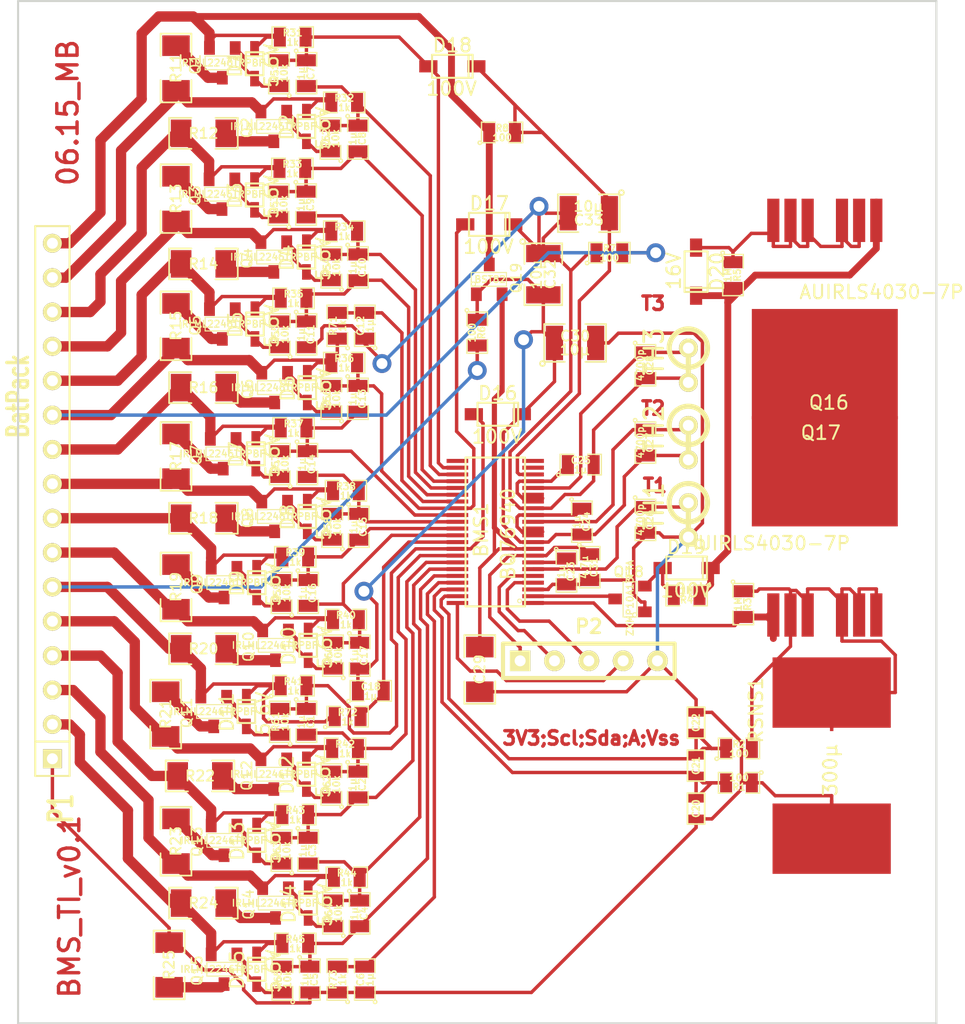
<source format=kicad_pcb>
(kicad_pcb (version 20171130) (host pcbnew "(5.1.12)-1")
  (layers (0 F.Cu signal) (31 B.Cu signal) (34 B.Paste user hide) (35 F.Paste user hide) (36 B.SilkS user hide) (37 F.SilkS user) (38 B.Mask user hide) (39 F.Mask user hide) (44 Edge.Cuts user))
  (net 0 "")
  (net 1 /BatPack/C1)
  (net 2 /BatPack/C11)
  (net 3 /BatPack/C12)
  (net 4 /BatPack/C13)
  (net 5 /BatPack/C14)
  (net 6 /BatPack/C2)
  (net 7 /BatPack/C3)
  (net 8 /BatPack/C4)
  (net 9 /BatPack/C6)
  (net 10 /BatPack/C7)
  (net 11 /BatPack/C8)
  (net 12 /BatPack/C9)
  (net 13 /BatPack/VC0)
  (net 14 /BatPack/VC1)
  (net 15 /BatPack/VC10)
  (net 16 /BatPack/VC11)
  (net 17 /BatPack/VC12)
  (net 18 /BatPack/VC13)
  (net 19 /BatPack/VC14)
  (net 20 /BatPack/VC15)
  (net 21 /BatPack/VC2)
  (net 22 /BatPack/VC3)
  (net 23 /BatPack/VC4)
  (net 24 /BatPack/VC5)
  (net 25 /BatPack/VC6)
  (net 26 /BatPack/VC7)
  (net 27 /BatPack/VC8)
  (net 28 /BatPack/VC9)
  (net 29 /COM/BAT)
  (net 30 /COM/CHG)
  (net 31 /COM/DSC)
  (net 32 /COM/REGOUT)
  (net 33 /COM/REGSRC)
  (net 34 /COM/SCL)
  (net 35 /COM/SDA)
  (net 36 /COM/SRN)
  (net 37 /COM/SRP)
  (net 38 A)
  (net 39 ALERT)
  (net 40 B)
  (net 41 N-0000010)
  (net 42 N-0000012)
  (net 43 N-0000014)
  (net 44 N-0000015)
  (net 45 N-0000017)
  (net 46 N-0000019)
  (net 47 N-0000020)
  (net 48 N-0000022)
  (net 49 N-0000023)
  (net 50 N-0000024)
  (net 51 N-0000026)
  (net 52 N-0000028)
  (net 53 N-0000029)
  (net 54 N-000003)
  (net 55 N-0000030)
  (net 56 N-0000031)
  (net 57 N-0000032)
  (net 58 N-0000033)
  (net 59 N-0000034)
  (net 60 N-0000035)
  (net 61 N-0000036)
  (net 62 N-0000039)
  (net 63 N-000004)
  (net 64 N-0000040)
  (net 65 N-0000041)
  (net 66 N-0000042)
  (net 67 N-000005)
  (net 68 N-0000053)
  (net 69 N-0000056)
  (net 70 N-0000057)
  (net 71 N-0000059)
  (net 72 N-000006)
  (net 73 N-000007)
  (net 74 N-0000070)
  (net 75 N-0000074)
  (net 76 N-0000075)
  (net 77 N-000008)
  (net 78 PACK+)
  (net 79 PACK-)
  (net 80 TS1)
  (net 81 TS2)
  (net 82 TS3)
  (net 83 VC10B)
  (net 84 VC10x)
  (net 85 VC5B)
  (net 86 VC5x)
  (net 87 VSS)
  (module SOT23 (layer F.Cu) (at 199.962 108.839)
    (fp_text reference Q19 (at 1.99898 -0.09906 90) (layer F.SilkS) (effects (font (size 0.762 0.762) (thickness 0.11938))))
    (fp_text value BST82 (at 0.0635 0) (layer F.SilkS) (effects (font (size 0.50038 0.50038) (thickness 0.09906))))
    (pad 3 smd rect (at 0 -1.09982) (size 0.8001 1.00076) (layers F.Cu F.Paste F.Mask) (net 78 PACK+))
    (pad 2 smd rect (at 0.9525 1.09982) (size 0.8001 1.00076) (layers F.Cu F.Paste F.Mask) (net 33 /COM/REGSRC))
    (pad 1 smd rect (at -0.9525 1.09982) (size 0.8001 1.00076) (layers F.Cu F.Paste F.Mask) (net 86 VC5x))
  )
  (module SOT23 (layer F.Cu) (at 180.213 92.837 180)
    (fp_text reference Q1 (at 1.99898 -0.09906 270) (layer F.SilkS) (effects (font (size 0.762 0.762) (thickness 0.11938))))
    (fp_text value IRLML2246TRPBF (at 0.0635 0 180) (layer F.SilkS) (effects (font (size 0.50038 0.50038) (thickness 0.09906))))
    (pad 3 smd rect (at 0 -1.09982 180) (size 0.8001 1.00076) (layers F.Cu F.Paste F.Mask) (net 50 N-0000024))
    (pad 2 smd rect (at 0.9525 1.09982 180) (size 0.8001 1.00076) (layers F.Cu F.Paste F.Mask) (net 78 PACK+))
    (pad 1 smd rect (at -0.9525 1.09982 180) (size 0.8001 1.00076) (layers F.Cu F.Paste F.Mask) (net 77 N-000008))
  )
  (module SOT23 (layer F.Cu) (at 184.023 97.536 180)
    (fp_text reference Q2 (at 1.99898 -0.09906 270) (layer F.SilkS) (effects (font (size 0.762 0.762) (thickness 0.11938))))
    (fp_text value IRLML2246TRPBF (at 0.0635 0 180) (layer F.SilkS) (effects (font (size 0.50038 0.50038) (thickness 0.09906))))
    (pad 3 smd rect (at 0 -1.09982 180) (size 0.8001 1.00076) (layers F.Cu F.Paste F.Mask) (net 51 N-0000026))
    (pad 2 smd rect (at 0.9525 1.09982 180) (size 0.8001 1.00076) (layers F.Cu F.Paste F.Mask) (net 5 /BatPack/C14))
    (pad 1 smd rect (at -0.9525 1.09982 180) (size 0.8001 1.00076) (layers F.Cu F.Paste F.Mask) (net 73 N-000007))
  )
  (module SOT23 (layer F.Cu) (at 180.186 102.545 180)
    (fp_text reference Q3 (at 1.99898 -0.09906 270) (layer F.SilkS) (effects (font (size 0.762 0.762) (thickness 0.11938))))
    (fp_text value IRLML2246TRPBF (at 0.0635 0 180) (layer F.SilkS) (effects (font (size 0.50038 0.50038) (thickness 0.09906))))
    (pad 3 smd rect (at 0 -1.09982 180) (size 0.8001 1.00076) (layers F.Cu F.Paste F.Mask) (net 41 N-0000010))
    (pad 2 smd rect (at 0.9525 1.09982 180) (size 0.8001 1.00076) (layers F.Cu F.Paste F.Mask) (net 4 /BatPack/C13))
    (pad 1 smd rect (at -0.9525 1.09982 180) (size 0.8001 1.00076) (layers F.Cu F.Paste F.Mask) (net 63 N-000004))
  )
  (module SOT23 (layer F.Cu) (at 184.023 107.188 180)
    (fp_text reference Q4 (at 1.99898 -0.09906 270) (layer F.SilkS) (effects (font (size 0.762 0.762) (thickness 0.11938))))
    (fp_text value IRLML2246TRPBF (at 0.0635 0 180) (layer F.SilkS) (effects (font (size 0.50038 0.50038) (thickness 0.09906))))
    (pad 3 smd rect (at 0 -1.09982 180) (size 0.8001 1.00076) (layers F.Cu F.Paste F.Mask) (net 42 N-0000012))
    (pad 2 smd rect (at 0.9525 1.09982 180) (size 0.8001 1.00076) (layers F.Cu F.Paste F.Mask) (net 3 /BatPack/C12))
    (pad 1 smd rect (at -0.9525 1.09982 180) (size 0.8001 1.00076) (layers F.Cu F.Paste F.Mask) (net 67 N-000005))
  )
  (module SOT23 (layer F.Cu) (at 180.213 112.141 180)
    (fp_text reference Q5 (at 1.99898 -0.09906 270) (layer F.SilkS) (effects (font (size 0.762 0.762) (thickness 0.11938))))
    (fp_text value IRLML2246TRPBF (at 0.0635 0 180) (layer F.SilkS) (effects (font (size 0.50038 0.50038) (thickness 0.09906))))
    (pad 3 smd rect (at 0 -1.09982 180) (size 0.8001 1.00076) (layers F.Cu F.Paste F.Mask) (net 43 N-0000014))
    (pad 2 smd rect (at 0.9525 1.09982 180) (size 0.8001 1.00076) (layers F.Cu F.Paste F.Mask) (net 2 /BatPack/C11))
    (pad 1 smd rect (at -0.9525 1.09982 180) (size 0.8001 1.00076) (layers F.Cu F.Paste F.Mask) (net 54 N-000003))
  )
  (module SOT23 (layer F.Cu) (at 184.086 116.84 180)
    (fp_text reference Q6 (at 1.99898 -0.09906 270) (layer F.SilkS) (effects (font (size 0.762 0.762) (thickness 0.11938))))
    (fp_text value IRLML2246TRPBF (at 0.0635 0 180) (layer F.SilkS) (effects (font (size 0.50038 0.50038) (thickness 0.09906))))
    (pad 3 smd rect (at 0 -1.09982 180) (size 0.8001 1.00076) (layers F.Cu F.Paste F.Mask) (net 44 N-0000015))
    (pad 2 smd rect (at 0.9525 1.09982 180) (size 0.8001 1.00076) (layers F.Cu F.Paste F.Mask) (net 40 B))
    (pad 1 smd rect (at -0.9525 1.09982 180) (size 0.8001 1.00076) (layers F.Cu F.Paste F.Mask) (net 72 N-000006))
  )
  (module SOT23 (layer F.Cu) (at 180.276 121.73 180)
    (fp_text reference Q7 (at 1.99898 -0.09906 270) (layer F.SilkS) (effects (font (size 0.762 0.762) (thickness 0.11938))))
    (fp_text value IRLML2246TRPBF (at 0.0635 0 180) (layer F.SilkS) (effects (font (size 0.50038 0.50038) (thickness 0.09906))))
    (pad 3 smd rect (at 0 -1.09982 180) (size 0.8001 1.00076) (layers F.Cu F.Paste F.Mask) (net 45 N-0000017))
    (pad 2 smd rect (at 0.9525 1.09982 180) (size 0.8001 1.00076) (layers F.Cu F.Paste F.Mask) (net 12 /BatPack/C9))
    (pad 1 smd rect (at -0.9525 1.09982 180) (size 0.8001 1.00076) (layers F.Cu F.Paste F.Mask) (net 62 N-0000039))
  )
  (module SOT23 (layer F.Cu) (at 184.086 126.365 180)
    (fp_text reference Q8 (at 1.99898 -0.09906 270) (layer F.SilkS) (effects (font (size 0.762 0.762) (thickness 0.11938))))
    (fp_text value IRLML2246TRPBF (at 0.0635 0 180) (layer F.SilkS) (effects (font (size 0.50038 0.50038) (thickness 0.09906))))
    (pad 3 smd rect (at 0 -1.09982 180) (size 0.8001 1.00076) (layers F.Cu F.Paste F.Mask) (net 46 N-0000019))
    (pad 2 smd rect (at 0.9525 1.09982 180) (size 0.8001 1.00076) (layers F.Cu F.Paste F.Mask) (net 11 /BatPack/C8))
    (pad 1 smd rect (at -0.9525 1.09982 180) (size 0.8001 1.00076) (layers F.Cu F.Paste F.Mask) (net 64 N-0000040))
  )
  (module SOT23 (layer F.Cu) (at 180.34 131.254 180)
    (fp_text reference Q9 (at 1.99898 -0.09906 270) (layer F.SilkS) (effects (font (size 0.762 0.762) (thickness 0.11938))))
    (fp_text value IRLML2246TRPBF (at 0.0635 0 180) (layer F.SilkS) (effects (font (size 0.50038 0.50038) (thickness 0.09906))))
    (pad 3 smd rect (at 0 -1.09982 180) (size 0.8001 1.00076) (layers F.Cu F.Paste F.Mask) (net 48 N-0000022))
    (pad 2 smd rect (at 0.9525 1.09982 180) (size 0.8001 1.00076) (layers F.Cu F.Paste F.Mask) (net 10 /BatPack/C7))
    (pad 1 smd rect (at -0.9525 1.09982 180) (size 0.8001 1.00076) (layers F.Cu F.Paste F.Mask) (net 47 N-0000020))
  )
  (module SOT23 (layer F.Cu) (at 184.15 135.89 180)
    (fp_text reference Q10 (at 1.99898 -0.09906 270) (layer F.SilkS) (effects (font (size 0.762 0.762) (thickness 0.11938))))
    (fp_text value IRLML2246TRPBF (at 0.0635 0 180) (layer F.SilkS) (effects (font (size 0.50038 0.50038) (thickness 0.09906))))
    (pad 3 smd rect (at 0 -1.09982 180) (size 0.8001 1.00076) (layers F.Cu F.Paste F.Mask) (net 57 N-0000032))
    (pad 2 smd rect (at 0.9525 1.09982 180) (size 0.8001 1.00076) (layers F.Cu F.Paste F.Mask) (net 9 /BatPack/C6))
    (pad 1 smd rect (at -0.9525 1.09982 180) (size 0.8001 1.00076) (layers F.Cu F.Paste F.Mask) (net 49 N-0000023))
  )
  (module SOT23 (layer F.Cu) (at 179.578 140.78 180)
    (fp_text reference Q11 (at 1.99898 -0.09906 270) (layer F.SilkS) (effects (font (size 0.762 0.762) (thickness 0.11938))))
    (fp_text value IRLML2246TRPBF (at 0.0635 0 180) (layer F.SilkS) (effects (font (size 0.50038 0.50038) (thickness 0.09906))))
    (pad 3 smd rect (at 0 -1.09982 180) (size 0.8001 1.00076) (layers F.Cu F.Paste F.Mask) (net 56 N-0000031))
    (pad 2 smd rect (at 0.9525 1.09982 180) (size 0.8001 1.00076) (layers F.Cu F.Paste F.Mask) (net 38 A))
    (pad 1 smd rect (at -0.9525 1.09982 180) (size 0.8001 1.00076) (layers F.Cu F.Paste F.Mask) (net 59 N-0000034))
  )
  (module SOT23 (layer F.Cu) (at 184.023 145.415 180)
    (fp_text reference Q12 (at 1.99898 -0.09906 270) (layer F.SilkS) (effects (font (size 0.762 0.762) (thickness 0.11938))))
    (fp_text value IRLML2246TRPBF (at 0.0635 0 180) (layer F.SilkS) (effects (font (size 0.50038 0.50038) (thickness 0.09906))))
    (pad 3 smd rect (at 0 -1.09982 180) (size 0.8001 1.00076) (layers F.Cu F.Paste F.Mask) (net 55 N-0000030))
    (pad 2 smd rect (at 0.9525 1.09982 180) (size 0.8001 1.00076) (layers F.Cu F.Paste F.Mask) (net 8 /BatPack/C4))
    (pad 1 smd rect (at -0.9525 1.09982 180) (size 0.8001 1.00076) (layers F.Cu F.Paste F.Mask) (net 60 N-0000035))
  )
  (module SOT23 (layer F.Cu) (at 180.34 150.304 180)
    (fp_text reference Q13 (at 1.99898 -0.09906 270) (layer F.SilkS) (effects (font (size 0.762 0.762) (thickness 0.11938))))
    (fp_text value IRLML2246TRPBF (at 0.0635 0 180) (layer F.SilkS) (effects (font (size 0.50038 0.50038) (thickness 0.09906))))
    (pad 3 smd rect (at 0 -1.09982 180) (size 0.8001 1.00076) (layers F.Cu F.Paste F.Mask) (net 53 N-0000029))
    (pad 2 smd rect (at 0.9525 1.09982 180) (size 0.8001 1.00076) (layers F.Cu F.Paste F.Mask) (net 7 /BatPack/C3))
    (pad 1 smd rect (at -0.9525 1.09982 180) (size 0.8001 1.00076) (layers F.Cu F.Paste F.Mask) (net 65 N-0000041))
  )
  (module SOT23 (layer F.Cu) (at 184.15 154.94 180)
    (fp_text reference Q14 (at 1.99898 -0.09906 270) (layer F.SilkS) (effects (font (size 0.762 0.762) (thickness 0.11938))))
    (fp_text value IRLML2246TRPBF (at 0.0635 0 180) (layer F.SilkS) (effects (font (size 0.50038 0.50038) (thickness 0.09906))))
    (pad 3 smd rect (at 0 -1.09982 180) (size 0.8001 1.00076) (layers F.Cu F.Paste F.Mask) (net 52 N-0000028))
    (pad 2 smd rect (at 0.9525 1.09982 180) (size 0.8001 1.00076) (layers F.Cu F.Paste F.Mask) (net 6 /BatPack/C2))
    (pad 1 smd rect (at -0.9525 1.09982 180) (size 0.8001 1.00076) (layers F.Cu F.Paste F.Mask) (net 61 N-0000036))
  )
  (module SOT23 (layer F.Cu) (at 180.34 159.83 180)
    (fp_text reference Q15 (at 1.99898 -0.09906 270) (layer F.SilkS) (effects (font (size 0.762 0.762) (thickness 0.11938))))
    (fp_text value IRLML2246TRPBF (at 0.0635 0 180) (layer F.SilkS) (effects (font (size 0.50038 0.50038) (thickness 0.09906))))
    (pad 3 smd rect (at 0 -1.09982 180) (size 0.8001 1.00076) (layers F.Cu F.Paste F.Mask) (net 58 N-0000033))
    (pad 2 smd rect (at 0.9525 1.09982 180) (size 0.8001 1.00076) (layers F.Cu F.Paste F.Mask) (net 1 /BatPack/C1))
    (pad 1 smd rect (at -0.9525 1.09982 180) (size 0.8001 1.00076) (layers F.Cu F.Paste F.Mask) (net 66 N-0000042))
  )
  (module SOT23 (layer F.Cu) (at 210.376 132.461 90)
    (fp_text reference Q18 (at 1.99898 -0.09906 180) (layer F.SilkS) (effects (font (size 0.762 0.762) (thickness 0.11938))))
    (fp_text value ZXMP10A13FTA (at 0.0635 0 90) (layer F.SilkS) (effects (font (size 0.50038 0.50038) (thickness 0.09906))))
    (pad 3 smd rect (at 0 -1.09982 90) (size 0.8001 1.00076) (layers F.Cu F.Paste F.Mask) (net 30 /COM/CHG))
    (pad 2 smd rect (at 0.9525 1.09982 90) (size 0.8001 1.00076) (layers F.Cu F.Paste F.Mask) (net 75 N-0000074))
    (pad 1 smd rect (at -0.9525 1.09982 90) (size 0.8001 1.00076) (layers F.Cu F.Paste F.Mask) (net 87 VSS))
  )
  (module SM1210 (layer F.Cu) (at 207.328 103.95 180)
    (fp_text reference C33 (at 0 -0.508 180) (layer F.SilkS) (effects (font (size 0.762 0.762) (thickness 0.127))))
    (fp_text value 10µ (at 0 0.508 180) (layer F.SilkS) (effects (font (size 0.762 0.762) (thickness 0.127))))
    (pad 1 smd rect (at -1.524 0 180) (size 1.27 2.54) (layers F.Cu F.Paste F.Mask) (net 29 /COM/BAT))
    (pad 2 smd rect (at 1.524 0 180) (size 1.27 2.54) (layers F.Cu F.Paste F.Mask) (net 84 VC10x))
  )
  (module SM1210 (layer F.Cu) (at 203.962 108.458 270)
    (fp_text reference C32 (at 0 -0.508 270) (layer F.SilkS) (effects (font (size 0.762 0.762) (thickness 0.127))))
    (fp_text value 10µ (at 0 0.508 270) (layer F.SilkS) (effects (font (size 0.762 0.762) (thickness 0.127))))
    (pad 1 smd rect (at -1.524 0 270) (size 1.27 2.54) (layers F.Cu F.Paste F.Mask) (net 84 VC10x))
    (pad 2 smd rect (at 1.524 0 270) (size 1.27 2.54) (layers F.Cu F.Paste F.Mask) (net 86 VC5x))
  )
  (module SM1210 (layer F.Cu) (at 206.312 113.538)
    (fp_text reference C30 (at 0 -0.508) (layer F.SilkS) (effects (font (size 0.762 0.762) (thickness 0.127))))
    (fp_text value 10µ (at 0 0.508) (layer F.SilkS) (effects (font (size 0.762 0.762) (thickness 0.127))))
    (pad 1 smd rect (at -1.524 0) (size 1.27 2.54) (layers F.Cu F.Paste F.Mask) (net 86 VC5x))
    (pad 2 smd rect (at 1.524 0) (size 1.27 2.54) (layers F.Cu F.Paste F.Mask) (net 87 VSS))
  )
  (module SM1206 (layer F.Cu) (at 178.816 98.044)
    (fp_text reference R12 (at 0 0) (layer F.SilkS) (effects (font (size 0.762 0.762) (thickness 0.127))))
    (fp_text value 39 hide)
    (pad 1 smd rect (at -1.651 0) (size 1.524 2.032) (layers F.Cu F.Paste F.Mask) (net 4 /BatPack/C13))
    (pad 2 smd rect (at 1.651 0) (size 1.524 2.032) (layers F.Cu F.Paste F.Mask) (net 51 N-0000026))
  )
  (module SM1206 (layer F.Cu) (at 176.276 159.512 270)
    (fp_text reference R25 (at 0 0 270) (layer F.SilkS) (effects (font (size 0.762 0.762) (thickness 0.127))))
    (fp_text value 39 hide)
    (pad 1 smd rect (at -1.651 0 270) (size 1.524 2.032) (layers F.Cu F.Paste F.Mask) (net 87 VSS))
    (pad 2 smd rect (at 1.651 0 270) (size 1.524 2.032) (layers F.Cu F.Paste F.Mask) (net 58 N-0000033))
  )
  (module SM1206 (layer F.Cu) (at 178.816 154.94)
    (fp_text reference R24 (at 0 0) (layer F.SilkS) (effects (font (size 0.762 0.762) (thickness 0.127))))
    (fp_text value 39 hide)
    (pad 1 smd rect (at -1.651 0) (size 1.524 2.032) (layers F.Cu F.Paste F.Mask) (net 1 /BatPack/C1))
    (pad 2 smd rect (at 1.651 0) (size 1.524 2.032) (layers F.Cu F.Paste F.Mask) (net 52 N-0000028))
  )
  (module SM1206 (layer F.Cu) (at 176.784 150.368 90)
    (fp_text reference R23 (at 0 0 90) (layer F.SilkS) (effects (font (size 0.762 0.762) (thickness 0.127))))
    (fp_text value 39 hide)
    (pad 1 smd rect (at -1.651 0 90) (size 1.524 2.032) (layers F.Cu F.Paste F.Mask) (net 6 /BatPack/C2))
    (pad 2 smd rect (at 1.651 0 90) (size 1.524 2.032) (layers F.Cu F.Paste F.Mask) (net 53 N-0000029))
  )
  (module SM1206 (layer F.Cu) (at 199.263 137.668 270)
    (fp_text reference C29 (at 0 0 270) (layer F.SilkS) (effects (font (size 0.762 0.762) (thickness 0.127))))
    (fp_text value 1µ hide)
    (pad 1 smd rect (at -1.651 0 270) (size 1.524 2.032) (layers F.Cu F.Paste F.Mask) (net 33 /COM/REGSRC))
    (pad 2 smd rect (at 1.651 0 270) (size 1.524 2.032) (layers F.Cu F.Paste F.Mask) (net 87 VSS))
  )
  (module SM1206 (layer F.Cu) (at 178.562 145.542)
    (fp_text reference R22 (at 0 0) (layer F.SilkS) (effects (font (size 0.762 0.762) (thickness 0.127))))
    (fp_text value 39 hide)
    (pad 1 smd rect (at -1.651 0) (size 1.524 2.032) (layers F.Cu F.Paste F.Mask) (net 7 /BatPack/C3))
    (pad 2 smd rect (at 1.651 0) (size 1.524 2.032) (layers F.Cu F.Paste F.Mask) (net 55 N-0000030))
  )
  (module SM1206 (layer F.Cu) (at 176.022 140.97 90)
    (fp_text reference R21 (at 0 0 90) (layer F.SilkS) (effects (font (size 0.762 0.762) (thickness 0.127))))
    (fp_text value 39 hide)
    (pad 1 smd rect (at -1.651 0 90) (size 1.524 2.032) (layers F.Cu F.Paste F.Mask) (net 8 /BatPack/C4))
    (pad 2 smd rect (at 1.651 0 90) (size 1.524 2.032) (layers F.Cu F.Paste F.Mask) (net 56 N-0000031))
  )
  (module SM1206 (layer F.Cu) (at 176.784 131.572 90)
    (fp_text reference R19 (at 0 0 90) (layer F.SilkS) (effects (font (size 0.762 0.762) (thickness 0.127))))
    (fp_text value 39 hide)
    (pad 1 smd rect (at -1.651 0 90) (size 1.524 2.032) (layers F.Cu F.Paste F.Mask) (net 9 /BatPack/C6))
    (pad 2 smd rect (at 1.651 0 90) (size 1.524 2.032) (layers F.Cu F.Paste F.Mask) (net 48 N-0000022))
  )
  (module SM1206 (layer F.Cu) (at 176.784 93.218 90)
    (fp_text reference R11 (at 0 0 90) (layer F.SilkS) (effects (font (size 0.762 0.762) (thickness 0.127))))
    (fp_text value 39 hide)
    (pad 1 smd rect (at -1.651 0 90) (size 1.524 2.032) (layers F.Cu F.Paste F.Mask) (net 5 /BatPack/C14))
    (pad 2 smd rect (at 1.651 0 90) (size 1.524 2.032) (layers F.Cu F.Paste F.Mask) (net 50 N-0000024))
  )
  (module SM1206 (layer F.Cu) (at 176.784 102.87 90)
    (fp_text reference R13 (at 0 0 90) (layer F.SilkS) (effects (font (size 0.762 0.762) (thickness 0.127))))
    (fp_text value 39 hide)
    (pad 1 smd rect (at -1.651 0 90) (size 1.524 2.032) (layers F.Cu F.Paste F.Mask) (net 3 /BatPack/C12))
    (pad 2 smd rect (at 1.651 0 90) (size 1.524 2.032) (layers F.Cu F.Paste F.Mask) (net 41 N-0000010))
  )
  (module SM1206 (layer F.Cu) (at 178.816 107.696)
    (fp_text reference R14 (at 0 0) (layer F.SilkS) (effects (font (size 0.762 0.762) (thickness 0.127))))
    (fp_text value 39 hide)
    (pad 1 smd rect (at -1.651 0) (size 1.524 2.032) (layers F.Cu F.Paste F.Mask) (net 2 /BatPack/C11))
    (pad 2 smd rect (at 1.651 0) (size 1.524 2.032) (layers F.Cu F.Paste F.Mask) (net 42 N-0000012))
  )
  (module SM1206 (layer F.Cu) (at 176.784 112.268 90)
    (fp_text reference R15 (at 0 0 90) (layer F.SilkS) (effects (font (size 0.762 0.762) (thickness 0.127))))
    (fp_text value 39 hide)
    (pad 1 smd rect (at -1.651 0 90) (size 1.524 2.032) (layers F.Cu F.Paste F.Mask) (net 40 B))
    (pad 2 smd rect (at 1.651 0 90) (size 1.524 2.032) (layers F.Cu F.Paste F.Mask) (net 43 N-0000014))
  )
  (module SM1206 (layer F.Cu) (at 178.816 116.84)
    (fp_text reference R16 (at 0 0) (layer F.SilkS) (effects (font (size 0.762 0.762) (thickness 0.127))))
    (fp_text value 39 hide)
    (pad 1 smd rect (at -1.651 0) (size 1.524 2.032) (layers F.Cu F.Paste F.Mask) (net 12 /BatPack/C9))
    (pad 2 smd rect (at 1.651 0) (size 1.524 2.032) (layers F.Cu F.Paste F.Mask) (net 44 N-0000015))
  )
  (module SM1206 (layer F.Cu) (at 176.784 121.92 90)
    (fp_text reference R17 (at 0 0 90) (layer F.SilkS) (effects (font (size 0.762 0.762) (thickness 0.127))))
    (fp_text value 39 hide)
    (pad 1 smd rect (at -1.651 0 90) (size 1.524 2.032) (layers F.Cu F.Paste F.Mask) (net 11 /BatPack/C8))
    (pad 2 smd rect (at 1.651 0 90) (size 1.524 2.032) (layers F.Cu F.Paste F.Mask) (net 45 N-0000017))
  )
  (module SM1206 (layer F.Cu) (at 178.816 126.492)
    (fp_text reference R18 (at 0 0) (layer F.SilkS) (effects (font (size 0.762 0.762) (thickness 0.127))))
    (fp_text value 39 hide)
    (pad 1 smd rect (at -1.651 0) (size 1.524 2.032) (layers F.Cu F.Paste F.Mask) (net 10 /BatPack/C7))
    (pad 2 smd rect (at 1.651 0) (size 1.524 2.032) (layers F.Cu F.Paste F.Mask) (net 46 N-0000019))
  )
  (module SM1206 (layer F.Cu) (at 178.816 136.144)
    (fp_text reference R20 (at 0 0) (layer F.SilkS) (effects (font (size 0.762 0.762) (thickness 0.127))))
    (fp_text value 39 hide)
    (pad 1 smd rect (at -1.651 0) (size 1.524 2.032) (layers F.Cu F.Paste F.Mask) (net 38 A))
    (pad 2 smd rect (at 1.651 0) (size 1.524 2.032) (layers F.Cu F.Paste F.Mask) (net 57 N-0000032))
  )
  (module SM0805 (layer F.Cu) (at 188.722 160.592 90)
    (fp_text reference R73 (at 0 -0.3175 90) (layer F.SilkS) (effects (font (size 0.50038 0.50038) (thickness 0.10922))))
    (fp_text value 1k (at 0 0.381 90) (layer F.SilkS) (effects (font (size 0.50038 0.50038) (thickness 0.10922))))
    (pad 1 smd rect (at -0.9525 0 90) (size 0.889 1.397) (layers F.Cu F.Paste F.Mask) (net 87 VSS))
    (pad 2 smd rect (at 0.9525 0 90) (size 0.889 1.397) (layers F.Cu F.Paste F.Mask) (net 13 /BatPack/VC0))
  )
  (module SM0805 (layer F.Cu) (at 189.23 105.283)
    (fp_text reference R34 (at 0 -0.3175) (layer F.SilkS) (effects (font (size 0.50038 0.50038) (thickness 0.10922))))
    (fp_text value 1k (at 0 0.381) (layer F.SilkS) (effects (font (size 0.50038 0.50038) (thickness 0.10922))))
    (pad 1 smd rect (at -0.9525 0) (size 0.889 1.397) (layers F.Cu F.Paste F.Mask) (net 3 /BatPack/C12))
    (pad 2 smd rect (at 0.9525 0) (size 0.889 1.397) (layers F.Cu F.Paste F.Mask) (net 17 /BatPack/VC12))
  )
  (module SM0805 (layer F.Cu) (at 188.278 117.666 90)
    (fp_text reference R56 (at 0 -0.3175 90) (layer F.SilkS) (effects (font (size 0.50038 0.50038) (thickness 0.10922))))
    (fp_text value 10k (at 0 0.381 90) (layer F.SilkS) (effects (font (size 0.50038 0.50038) (thickness 0.10922))))
    (pad 1 smd rect (at -0.9525 0 90) (size 0.889 1.397) (layers F.Cu F.Paste F.Mask) (net 72 N-000006))
    (pad 2 smd rect (at 0.9525 0 90) (size 0.889 1.397) (layers F.Cu F.Paste F.Mask) (net 15 /BatPack/VC10))
  )
  (module SM0805 (layer F.Cu) (at 184.468 112.903 90)
    (fp_text reference R55 (at 0 -0.3175 90) (layer F.SilkS) (effects (font (size 0.50038 0.50038) (thickness 0.10922))))
    (fp_text value 10k (at 0 0.381 90) (layer F.SilkS) (effects (font (size 0.50038 0.50038) (thickness 0.10922))))
    (pad 1 smd rect (at -0.9525 0 90) (size 0.889 1.397) (layers F.Cu F.Paste F.Mask) (net 54 N-000003))
    (pad 2 smd rect (at 0.9525 0 90) (size 0.889 1.397) (layers F.Cu F.Paste F.Mask) (net 16 /BatPack/VC11))
  )
  (module SM0805 (layer F.Cu) (at 189.23 114.998)
    (fp_text reference R36 (at 0 -0.3175) (layer F.SilkS) (effects (font (size 0.50038 0.50038) (thickness 0.10922))))
    (fp_text value 1k (at 0 0.381) (layer F.SilkS) (effects (font (size 0.50038 0.50038) (thickness 0.10922))))
    (pad 1 smd rect (at -0.9525 0) (size 0.889 1.397) (layers F.Cu F.Paste F.Mask) (net 40 B))
    (pad 2 smd rect (at 0.9525 0) (size 0.889 1.397) (layers F.Cu F.Paste F.Mask) (net 15 /BatPack/VC10))
  )
  (module SM0805 (layer F.Cu) (at 185.484 110.236)
    (fp_text reference R35 (at 0 -0.3175) (layer F.SilkS) (effects (font (size 0.50038 0.50038) (thickness 0.10922))))
    (fp_text value 1k (at 0 0.381) (layer F.SilkS) (effects (font (size 0.50038 0.50038) (thickness 0.10922))))
    (pad 1 smd rect (at -0.9525 0) (size 0.889 1.397) (layers F.Cu F.Paste F.Mask) (net 2 /BatPack/C11))
    (pad 2 smd rect (at 0.9525 0) (size 0.889 1.397) (layers F.Cu F.Paste F.Mask) (net 16 /BatPack/VC11))
  )
  (module SM0805 (layer F.Cu) (at 188.404 136.652 90)
    (fp_text reference R60 (at 0 -0.3175 90) (layer F.SilkS) (effects (font (size 0.50038 0.50038) (thickness 0.10922))))
    (fp_text value 10k (at 0 0.381 90) (layer F.SilkS) (effects (font (size 0.50038 0.50038) (thickness 0.10922))))
    (pad 1 smd rect (at -0.9525 0 90) (size 0.889 1.397) (layers F.Cu F.Paste F.Mask) (net 49 N-0000023))
    (pad 2 smd rect (at 0.9525 0 90) (size 0.889 1.397) (layers F.Cu F.Paste F.Mask) (net 25 /BatPack/VC6))
  )
  (module SM0805 (layer F.Cu) (at 184.594 132.016 90)
    (fp_text reference R59 (at 0 -0.3175 90) (layer F.SilkS) (effects (font (size 0.50038 0.50038) (thickness 0.10922))))
    (fp_text value 10k (at 0 0.381 90) (layer F.SilkS) (effects (font (size 0.50038 0.50038) (thickness 0.10922))))
    (pad 1 smd rect (at -0.9525 0 90) (size 0.889 1.397) (layers F.Cu F.Paste F.Mask) (net 47 N-0000020))
    (pad 2 smd rect (at 0.9525 0 90) (size 0.889 1.397) (layers F.Cu F.Paste F.Mask) (net 26 /BatPack/VC7))
  )
  (module SM0805 (layer F.Cu) (at 190.246 107.95 270)
    (fp_text reference C10 (at 0 -0.3175 270) (layer F.SilkS) (effects (font (size 0.50038 0.50038) (thickness 0.10922))))
    (fp_text value 1µ (at 0 0.381 270) (layer F.SilkS) (effects (font (size 0.50038 0.50038) (thickness 0.10922))))
    (pad 1 smd rect (at -0.9525 0 270) (size 0.889 1.397) (layers F.Cu F.Paste F.Mask) (net 17 /BatPack/VC12))
    (pad 2 smd rect (at 0.9525 0 270) (size 0.889 1.397) (layers F.Cu F.Paste F.Mask) (net 16 /BatPack/VC11))
  )
  (module SM0805 (layer F.Cu) (at 186.409 103.307 270)
    (fp_text reference C9 (at 0 -0.3175 270) (layer F.SilkS) (effects (font (size 0.50038 0.50038) (thickness 0.10922))))
    (fp_text value 1µ (at 0 0.381 270) (layer F.SilkS) (effects (font (size 0.50038 0.50038) (thickness 0.10922))))
    (pad 1 smd rect (at -0.9525 0 270) (size 0.889 1.397) (layers F.Cu F.Paste F.Mask) (net 18 /BatPack/VC13))
    (pad 2 smd rect (at 0.9525 0 270) (size 0.889 1.397) (layers F.Cu F.Paste F.Mask) (net 17 /BatPack/VC12))
  )
  (module SM0805 (layer F.Cu) (at 188.278 107.95 90)
    (fp_text reference R54 (at 0 -0.3175 90) (layer F.SilkS) (effects (font (size 0.50038 0.50038) (thickness 0.10922))))
    (fp_text value 10k (at 0 0.381 90) (layer F.SilkS) (effects (font (size 0.50038 0.50038) (thickness 0.10922))))
    (pad 1 smd rect (at -0.9525 0 90) (size 0.889 1.397) (layers F.Cu F.Paste F.Mask) (net 67 N-000005))
    (pad 2 smd rect (at 0.9525 0 90) (size 0.889 1.397) (layers F.Cu F.Paste F.Mask) (net 17 /BatPack/VC12))
  )
  (module SM0805 (layer F.Cu) (at 184.377 103.307 90)
    (fp_text reference R53 (at 0 -0.3175 90) (layer F.SilkS) (effects (font (size 0.50038 0.50038) (thickness 0.10922))))
    (fp_text value 10k (at 0 0.381 90) (layer F.SilkS) (effects (font (size 0.50038 0.50038) (thickness 0.10922))))
    (pad 1 smd rect (at -0.9525 0 90) (size 0.889 1.397) (layers F.Cu F.Paste F.Mask) (net 63 N-000004))
    (pad 2 smd rect (at 0.9525 0 90) (size 0.889 1.397) (layers F.Cu F.Paste F.Mask) (net 18 /BatPack/VC13))
  )
  (module SM0805 (layer F.Cu) (at 190.31 127.127 270)
    (fp_text reference C15 (at 0 -0.3175 270) (layer F.SilkS) (effects (font (size 0.50038 0.50038) (thickness 0.10922))))
    (fp_text value 1µ (at 0 0.381 270) (layer F.SilkS) (effects (font (size 0.50038 0.50038) (thickness 0.10922))))
    (pad 1 smd rect (at -0.9525 0 270) (size 0.889 1.397) (layers F.Cu F.Paste F.Mask) (net 27 /BatPack/VC8))
    (pad 2 smd rect (at 0.9525 0 270) (size 0.889 1.397) (layers F.Cu F.Paste F.Mask) (net 26 /BatPack/VC7))
  )
  (module SM0805 (layer F.Cu) (at 185.393 100.64)
    (fp_text reference R33 (at 0 -0.3175) (layer F.SilkS) (effects (font (size 0.50038 0.50038) (thickness 0.10922))))
    (fp_text value 1k (at 0 0.381) (layer F.SilkS) (effects (font (size 0.50038 0.50038) (thickness 0.10922))))
    (pad 1 smd rect (at -0.9525 0) (size 0.889 1.397) (layers F.Cu F.Paste F.Mask) (net 4 /BatPack/C13))
    (pad 2 smd rect (at 0.9525 0) (size 0.889 1.397) (layers F.Cu F.Paste F.Mask) (net 18 /BatPack/VC13))
  )
  (module SM0805 (layer F.Cu) (at 189.357 133.985)
    (fp_text reference R40 (at 0 -0.3175) (layer F.SilkS) (effects (font (size 0.50038 0.50038) (thickness 0.10922))))
    (fp_text value 1k (at 0 0.381) (layer F.SilkS) (effects (font (size 0.50038 0.50038) (thickness 0.10922))))
    (pad 1 smd rect (at -0.9525 0) (size 0.889 1.397) (layers F.Cu F.Paste F.Mask) (net 9 /BatPack/C6))
    (pad 2 smd rect (at 0.9525 0) (size 0.889 1.397) (layers F.Cu F.Paste F.Mask) (net 25 /BatPack/VC6))
  )
  (module SM0805 (layer F.Cu) (at 185.61 129.35)
    (fp_text reference R39 (at 0 -0.3175) (layer F.SilkS) (effects (font (size 0.50038 0.50038) (thickness 0.10922))))
    (fp_text value 1k (at 0 0.381) (layer F.SilkS) (effects (font (size 0.50038 0.50038) (thickness 0.10922))))
    (pad 1 smd rect (at -0.9525 0) (size 0.889 1.397) (layers F.Cu F.Paste F.Mask) (net 10 /BatPack/C7))
    (pad 2 smd rect (at 0.9525 0) (size 0.889 1.397) (layers F.Cu F.Paste F.Mask) (net 26 /BatPack/VC7))
  )
  (module SM0805 (layer F.Cu) (at 190.246 98.425 270)
    (fp_text reference C8 (at 0 -0.3175 270) (layer F.SilkS) (effects (font (size 0.50038 0.50038) (thickness 0.10922))))
    (fp_text value 1µ (at 0 0.381 270) (layer F.SilkS) (effects (font (size 0.50038 0.50038) (thickness 0.10922))))
    (pad 1 smd rect (at -0.9525 0 270) (size 0.889 1.397) (layers F.Cu F.Paste F.Mask) (net 19 /BatPack/VC14))
    (pad 2 smd rect (at 0.9525 0 270) (size 0.889 1.397) (layers F.Cu F.Paste F.Mask) (net 18 /BatPack/VC13))
  )
  (module SM0805 (layer F.Cu) (at 186.436 93.599 270)
    (fp_text reference C7 (at 0 -0.3175 270) (layer F.SilkS) (effects (font (size 0.50038 0.50038) (thickness 0.10922))))
    (fp_text value 1µ (at 0 0.381 270) (layer F.SilkS) (effects (font (size 0.50038 0.50038) (thickness 0.10922))))
    (pad 1 smd rect (at -0.9525 0 270) (size 0.889 1.397) (layers F.Cu F.Paste F.Mask) (net 20 /BatPack/VC15))
    (pad 2 smd rect (at 0.9525 0 270) (size 0.889 1.397) (layers F.Cu F.Paste F.Mask) (net 19 /BatPack/VC14))
  )
  (module SM0805 (layer F.Cu) (at 205.676 130.429 270)
    (fp_text reference C23 (at 0 -0.3175 270) (layer F.SilkS) (effects (font (size 0.50038 0.50038) (thickness 0.10922))))
    (fp_text value 1µ (at 0 0.381 270) (layer F.SilkS) (effects (font (size 0.50038 0.50038) (thickness 0.10922))))
    (pad 1 smd rect (at -0.9525 0 270) (size 0.889 1.397) (layers F.Cu F.Paste F.Mask) (net 68 N-0000053))
    (pad 2 smd rect (at 0.9525 0 270) (size 0.889 1.397) (layers F.Cu F.Paste F.Mask) (net 87 VSS))
  )
  (module SM0805 (layer F.Cu) (at 206.82 126.746 270)
    (fp_text reference C24 (at 0 -0.3175 270) (layer F.SilkS) (effects (font (size 0.50038 0.50038) (thickness 0.10922))))
    (fp_text value 1µ (at 0 0.381 270) (layer F.SilkS) (effects (font (size 0.50038 0.50038) (thickness 0.10922))))
    (pad 1 smd rect (at -0.9525 0 270) (size 0.889 1.397) (layers F.Cu F.Paste F.Mask) (net 70 N-0000057))
    (pad 2 smd rect (at 0.9525 0 270) (size 0.889 1.397) (layers F.Cu F.Paste F.Mask) (net 86 VC5x))
  )
  (module SM0805 (layer F.Cu) (at 206.731 122.53)
    (fp_text reference C25 (at 0 -0.3175) (layer F.SilkS) (effects (font (size 0.50038 0.50038) (thickness 0.10922))))
    (fp_text value 1µ (at 0 0.381) (layer F.SilkS) (effects (font (size 0.50038 0.50038) (thickness 0.10922))))
    (pad 1 smd rect (at -0.9525 0) (size 0.889 1.397) (layers F.Cu F.Paste F.Mask) (net 69 N-0000056))
    (pad 2 smd rect (at 0.9525 0) (size 0.889 1.397) (layers F.Cu F.Paste F.Mask) (net 84 VC10x))
  )
  (module SM0805 (layer F.Cu) (at 211.518 126.619 270)
    (fp_text reference C26 (at 0 -0.3175 270) (layer F.SilkS) (effects (font (size 0.50038 0.50038) (thickness 0.10922))))
    (fp_text value 4700p (at 0 0.381 270) (layer F.SilkS) (effects (font (size 0.50038 0.50038) (thickness 0.10922))))
    (pad 1 smd rect (at -0.9525 0 270) (size 0.889 1.397) (layers F.Cu F.Paste F.Mask) (net 80 TS1))
    (pad 2 smd rect (at 0.9525 0 270) (size 0.889 1.397) (layers F.Cu F.Paste F.Mask) (net 87 VSS))
  )
  (module SM0805 (layer F.Cu) (at 211.518 120.904 270)
    (fp_text reference C27 (at 0 -0.3175 270) (layer F.SilkS) (effects (font (size 0.50038 0.50038) (thickness 0.10922))))
    (fp_text value 4700p (at 0 0.381 270) (layer F.SilkS) (effects (font (size 0.50038 0.50038) (thickness 0.10922))))
    (pad 1 smd rect (at -0.9525 0 270) (size 0.889 1.397) (layers F.Cu F.Paste F.Mask) (net 81 TS2))
    (pad 2 smd rect (at 0.9525 0 270) (size 0.889 1.397) (layers F.Cu F.Paste F.Mask) (net 86 VC5x))
  )
  (module SM0805 (layer F.Cu) (at 211.518 115.189 270)
    (fp_text reference C28 (at 0 -0.3175 270) (layer F.SilkS) (effects (font (size 0.50038 0.50038) (thickness 0.10922))))
    (fp_text value 4700p (at 0 0.381 270) (layer F.SilkS) (effects (font (size 0.50038 0.50038) (thickness 0.10922))))
    (pad 1 smd rect (at -0.9525 0 270) (size 0.889 1.397) (layers F.Cu F.Paste F.Mask) (net 82 TS3))
    (pad 2 smd rect (at 0.9525 0 270) (size 0.889 1.397) (layers F.Cu F.Paste F.Mask) (net 84 VC10x))
  )
  (module SM0805 (layer F.Cu) (at 188.214 98.425 90)
    (fp_text reference R52 (at 0 -0.3175 90) (layer F.SilkS) (effects (font (size 0.50038 0.50038) (thickness 0.10922))))
    (fp_text value 10k (at 0 0.381 90) (layer F.SilkS) (effects (font (size 0.50038 0.50038) (thickness 0.10922))))
    (pad 1 smd rect (at -0.9525 0 90) (size 0.889 1.397) (layers F.Cu F.Paste F.Mask) (net 73 N-000007))
    (pad 2 smd rect (at 0.9525 0 90) (size 0.889 1.397) (layers F.Cu F.Paste F.Mask) (net 19 /BatPack/VC14))
  )
  (module SM0805 (layer F.Cu) (at 207.391 130.112 270)
    (fp_text reference C31 (at 0 -0.3175 270) (layer F.SilkS) (effects (font (size 0.50038 0.50038) (thickness 0.10922))))
    (fp_text value 4.7µ (at 0 0.381 270) (layer F.SilkS) (effects (font (size 0.50038 0.50038) (thickness 0.10922))))
    (pad 1 smd rect (at -0.9525 0 270) (size 0.889 1.397) (layers F.Cu F.Paste F.Mask) (net 32 /COM/REGOUT))
    (pad 2 smd rect (at 0.9525 0 270) (size 0.889 1.397) (layers F.Cu F.Paste F.Mask) (net 87 VSS))
  )
  (module SM0805 (layer F.Cu) (at 184.404 93.599 90)
    (fp_text reference R51 (at 0 -0.3175 90) (layer F.SilkS) (effects (font (size 0.50038 0.50038) (thickness 0.10922))))
    (fp_text value 10k (at 0 0.381 90) (layer F.SilkS) (effects (font (size 0.50038 0.50038) (thickness 0.10922))))
    (pad 1 smd rect (at -0.9525 0 90) (size 0.889 1.397) (layers F.Cu F.Paste F.Mask) (net 77 N-000008))
    (pad 2 smd rect (at 0.9525 0 90) (size 0.889 1.397) (layers F.Cu F.Paste F.Mask) (net 20 /BatPack/VC15))
  )
  (module SM0805 (layer F.Cu) (at 189.23 95.758)
    (fp_text reference R32 (at 0 -0.3175) (layer F.SilkS) (effects (font (size 0.50038 0.50038) (thickness 0.10922))))
    (fp_text value 1k (at 0 0.381) (layer F.SilkS) (effects (font (size 0.50038 0.50038) (thickness 0.10922))))
    (pad 1 smd rect (at -0.9525 0) (size 0.889 1.397) (layers F.Cu F.Paste F.Mask) (net 5 /BatPack/C14))
    (pad 2 smd rect (at 0.9525 0) (size 0.889 1.397) (layers F.Cu F.Paste F.Mask) (net 19 /BatPack/VC14))
  )
  (module SM0805 (layer F.Cu) (at 185.42 90.932)
    (fp_text reference R31 (at 0 -0.3175) (layer F.SilkS) (effects (font (size 0.50038 0.50038) (thickness 0.10922))))
    (fp_text value 1k (at 0 0.381) (layer F.SilkS) (effects (font (size 0.50038 0.50038) (thickness 0.10922))))
    (pad 1 smd rect (at -0.9525 0) (size 0.889 1.397) (layers F.Cu F.Paste F.Mask) (net 78 PACK+))
    (pad 2 smd rect (at 0.9525 0) (size 0.889 1.397) (layers F.Cu F.Paste F.Mask) (net 20 /BatPack/VC15))
  )
  (module SM0805 (layer F.Cu) (at 185.61 148.4)
    (fp_text reference R43 (at 0 -0.3175) (layer F.SilkS) (effects (font (size 0.50038 0.50038) (thickness 0.10922))))
    (fp_text value 1k (at 0 0.381) (layer F.SilkS) (effects (font (size 0.50038 0.50038) (thickness 0.10922))))
    (pad 1 smd rect (at -0.9525 0) (size 0.889 1.397) (layers F.Cu F.Paste F.Mask) (net 7 /BatPack/C3))
    (pad 2 smd rect (at 0.9525 0) (size 0.889 1.397) (layers F.Cu F.Paste F.Mask) (net 22 /BatPack/VC3))
  )
  (module SM0805 (layer F.Cu) (at 186.563 132.016 270)
    (fp_text reference C16 (at 0 -0.3175 270) (layer F.SilkS) (effects (font (size 0.50038 0.50038) (thickness 0.10922))))
    (fp_text value 1µ (at 0 0.381 270) (layer F.SilkS) (effects (font (size 0.50038 0.50038) (thickness 0.10922))))
    (pad 1 smd rect (at -0.9525 0 270) (size 0.889 1.397) (layers F.Cu F.Paste F.Mask) (net 26 /BatPack/VC7))
    (pad 2 smd rect (at 0.9525 0 270) (size 0.889 1.397) (layers F.Cu F.Paste F.Mask) (net 25 /BatPack/VC6))
  )
  (module SM0805 (layer F.Cu) (at 190.373 136.652 270)
    (fp_text reference C17 (at 0 -0.3175 270) (layer F.SilkS) (effects (font (size 0.50038 0.50038) (thickness 0.10922))))
    (fp_text value 1µ (at 0 0.381 270) (layer F.SilkS) (effects (font (size 0.50038 0.50038) (thickness 0.10922))))
    (pad 1 smd rect (at -0.9525 0 270) (size 0.889 1.397) (layers F.Cu F.Paste F.Mask) (net 25 /BatPack/VC6))
    (pad 2 smd rect (at 0.9525 0 270) (size 0.889 1.397) (layers F.Cu F.Paste F.Mask) (net 86 VC5x))
  )
  (module SM0805 (layer F.Cu) (at 185.484 119.824)
    (fp_text reference R37 (at 0 -0.3175) (layer F.SilkS) (effects (font (size 0.50038 0.50038) (thickness 0.10922))))
    (fp_text value 1k (at 0 0.381) (layer F.SilkS) (effects (font (size 0.50038 0.50038) (thickness 0.10922))))
    (pad 1 smd rect (at -0.9525 0) (size 0.889 1.397) (layers F.Cu F.Paste F.Mask) (net 12 /BatPack/C9))
    (pad 2 smd rect (at 0.9525 0) (size 0.889 1.397) (layers F.Cu F.Paste F.Mask) (net 28 /BatPack/VC9))
  )
  (module SM0805 (layer F.Cu) (at 189.357 124.46)
    (fp_text reference R38 (at 0 -0.3175) (layer F.SilkS) (effects (font (size 0.50038 0.50038) (thickness 0.10922))))
    (fp_text value 1k (at 0 0.381) (layer F.SilkS) (effects (font (size 0.50038 0.50038) (thickness 0.10922))))
    (pad 1 smd rect (at -0.9525 0) (size 0.889 1.397) (layers F.Cu F.Paste F.Mask) (net 11 /BatPack/C8))
    (pad 2 smd rect (at 0.9525 0) (size 0.889 1.397) (layers F.Cu F.Paste F.Mask) (net 27 /BatPack/VC8))
  )
  (module SM0805 (layer F.Cu) (at 190.246 146.177 270)
    (fp_text reference C2 (at 0 -0.3175 270) (layer F.SilkS) (effects (font (size 0.50038 0.50038) (thickness 0.10922))))
    (fp_text value 1µ (at 0 0.381 270) (layer F.SilkS) (effects (font (size 0.50038 0.50038) (thickness 0.10922))))
    (pad 1 smd rect (at -0.9525 0 270) (size 0.889 1.397) (layers F.Cu F.Paste F.Mask) (net 23 /BatPack/VC4))
    (pad 2 smd rect (at 0.9525 0 270) (size 0.889 1.397) (layers F.Cu F.Paste F.Mask) (net 22 /BatPack/VC3))
  )
  (module SM0805 (layer F.Cu) (at 186.436 141.542 270)
    (fp_text reference C1 (at 0 -0.3175 270) (layer F.SilkS) (effects (font (size 0.50038 0.50038) (thickness 0.10922))))
    (fp_text value 1µ (at 0 0.381 270) (layer F.SilkS) (effects (font (size 0.50038 0.50038) (thickness 0.10922))))
    (pad 1 smd rect (at -0.9525 0 270) (size 0.889 1.397) (layers F.Cu F.Paste F.Mask) (net 24 /BatPack/VC5))
    (pad 2 smd rect (at 0.9525 0 270) (size 0.889 1.397) (layers F.Cu F.Paste F.Mask) (net 23 /BatPack/VC4))
  )
  (module SM0805 (layer F.Cu) (at 188.278 146.177 90)
    (fp_text reference R62 (at 0 -0.3175 90) (layer F.SilkS) (effects (font (size 0.50038 0.50038) (thickness 0.10922))))
    (fp_text value 10k (at 0 0.381 90) (layer F.SilkS) (effects (font (size 0.50038 0.50038) (thickness 0.10922))))
    (pad 1 smd rect (at -0.9525 0 90) (size 0.889 1.397) (layers F.Cu F.Paste F.Mask) (net 60 N-0000035))
    (pad 2 smd rect (at 0.9525 0 90) (size 0.889 1.397) (layers F.Cu F.Paste F.Mask) (net 23 /BatPack/VC4))
  )
  (module SM0805 (layer F.Cu) (at 184.468 141.542 90)
    (fp_text reference R61 (at 0 -0.3175 90) (layer F.SilkS) (effects (font (size 0.50038 0.50038) (thickness 0.10922))))
    (fp_text value 10k (at 0 0.381 90) (layer F.SilkS) (effects (font (size 0.50038 0.50038) (thickness 0.10922))))
    (pad 1 smd rect (at -0.9525 0 90) (size 0.889 1.397) (layers F.Cu F.Paste F.Mask) (net 59 N-0000034))
    (pad 2 smd rect (at 0.9525 0 90) (size 0.889 1.397) (layers F.Cu F.Paste F.Mask) (net 24 /BatPack/VC5))
  )
  (module SM0805 (layer F.Cu) (at 189.294 143.51)
    (fp_text reference R42 (at 0 -0.3175) (layer F.SilkS) (effects (font (size 0.50038 0.50038) (thickness 0.10922))))
    (fp_text value 1k (at 0 0.381) (layer F.SilkS) (effects (font (size 0.50038 0.50038) (thickness 0.10922))))
    (pad 1 smd rect (at -0.9525 0) (size 0.889 1.397) (layers F.Cu F.Paste F.Mask) (net 8 /BatPack/C4))
    (pad 2 smd rect (at 0.9525 0) (size 0.889 1.397) (layers F.Cu F.Paste F.Mask) (net 23 /BatPack/VC4))
  )
  (module SM0805 (layer F.Cu) (at 185.484 138.874)
    (fp_text reference R41 (at 0 -0.3175) (layer F.SilkS) (effects (font (size 0.50038 0.50038) (thickness 0.10922))))
    (fp_text value 1k (at 0 0.381) (layer F.SilkS) (effects (font (size 0.50038 0.50038) (thickness 0.10922))))
    (pad 1 smd rect (at -0.9525 0) (size 0.889 1.397) (layers F.Cu F.Paste F.Mask) (net 38 A))
    (pad 2 smd rect (at 0.9525 0) (size 0.889 1.397) (layers F.Cu F.Paste F.Mask) (net 24 /BatPack/VC5))
  )
  (module SM0805 (layer F.Cu) (at 184.468 122.492 90)
    (fp_text reference R57 (at 0 -0.3175 90) (layer F.SilkS) (effects (font (size 0.50038 0.50038) (thickness 0.10922))))
    (fp_text value 10k (at 0 0.381 90) (layer F.SilkS) (effects (font (size 0.50038 0.50038) (thickness 0.10922))))
    (pad 1 smd rect (at -0.9525 0 90) (size 0.889 1.397) (layers F.Cu F.Paste F.Mask) (net 62 N-0000039))
    (pad 2 smd rect (at 0.9525 0 90) (size 0.889 1.397) (layers F.Cu F.Paste F.Mask) (net 28 /BatPack/VC9))
  )
  (module SM0805 (layer F.Cu) (at 188.341 127.127 90)
    (fp_text reference R58 (at 0 -0.3175 90) (layer F.SilkS) (effects (font (size 0.50038 0.50038) (thickness 0.10922))))
    (fp_text value 10k (at 0 0.381 90) (layer F.SilkS) (effects (font (size 0.50038 0.50038) (thickness 0.10922))))
    (pad 1 smd rect (at -0.9525 0 90) (size 0.889 1.397) (layers F.Cu F.Paste F.Mask) (net 64 N-0000040))
    (pad 2 smd rect (at 0.9525 0 90) (size 0.889 1.397) (layers F.Cu F.Paste F.Mask) (net 27 /BatPack/VC8))
  )
  (module SM0805 (layer F.Cu) (at 186.5 122.492 270)
    (fp_text reference C14 (at 0 -0.3175 270) (layer F.SilkS) (effects (font (size 0.50038 0.50038) (thickness 0.10922))))
    (fp_text value 1µ (at 0 0.381 270) (layer F.SilkS) (effects (font (size 0.50038 0.50038) (thickness 0.10922))))
    (pad 1 smd rect (at -0.9525 0 270) (size 0.889 1.397) (layers F.Cu F.Paste F.Mask) (net 28 /BatPack/VC9))
    (pad 2 smd rect (at 0.9525 0 270) (size 0.889 1.397) (layers F.Cu F.Paste F.Mask) (net 27 /BatPack/VC8))
  )
  (module SM0805 (layer F.Cu) (at 189.42 153.035)
    (fp_text reference R44 (at 0 -0.3175) (layer F.SilkS) (effects (font (size 0.50038 0.50038) (thickness 0.10922))))
    (fp_text value 1k (at 0 0.381) (layer F.SilkS) (effects (font (size 0.50038 0.50038) (thickness 0.10922))))
    (pad 1 smd rect (at -0.9525 0) (size 0.889 1.397) (layers F.Cu F.Paste F.Mask) (net 6 /BatPack/C2))
    (pad 2 smd rect (at 0.9525 0) (size 0.889 1.397) (layers F.Cu F.Paste F.Mask) (net 21 /BatPack/VC2))
  )
  (module SM0805 (layer F.Cu) (at 190.754 160.592 90)
    (fp_text reference C6 (at 0 -0.3175 90) (layer F.SilkS) (effects (font (size 0.50038 0.50038) (thickness 0.10922))))
    (fp_text value 1µ (at 0 0.381 90) (layer F.SilkS) (effects (font (size 0.50038 0.50038) (thickness 0.10922))))
    (pad 1 smd rect (at -0.9525 0 90) (size 0.889 1.397) (layers F.Cu F.Paste F.Mask) (net 87 VSS))
    (pad 2 smd rect (at 0.9525 0 90) (size 0.889 1.397) (layers F.Cu F.Paste F.Mask) (net 13 /BatPack/VC0))
  )
  (module SM0805 (layer F.Cu) (at 188.404 155.702 90)
    (fp_text reference R64 (at 0 -0.3175 90) (layer F.SilkS) (effects (font (size 0.50038 0.50038) (thickness 0.10922))))
    (fp_text value 10k (at 0 0.381 90) (layer F.SilkS) (effects (font (size 0.50038 0.50038) (thickness 0.10922))))
    (pad 1 smd rect (at -0.9525 0 90) (size 0.889 1.397) (layers F.Cu F.Paste F.Mask) (net 61 N-0000036))
    (pad 2 smd rect (at 0.9525 0 90) (size 0.889 1.397) (layers F.Cu F.Paste F.Mask) (net 21 /BatPack/VC2))
  )
  (module SM0805 (layer F.Cu) (at 186.563 151.066 270)
    (fp_text reference C3 (at 0 -0.3175 270) (layer F.SilkS) (effects (font (size 0.50038 0.50038) (thickness 0.10922))))
    (fp_text value 1µ (at 0 0.381 270) (layer F.SilkS) (effects (font (size 0.50038 0.50038) (thickness 0.10922))))
    (pad 1 smd rect (at -0.9525 0 270) (size 0.889 1.397) (layers F.Cu F.Paste F.Mask) (net 22 /BatPack/VC3))
    (pad 2 smd rect (at 0.9525 0 270) (size 0.889 1.397) (layers F.Cu F.Paste F.Mask) (net 21 /BatPack/VC2))
  )
  (module SM0805 (layer F.Cu) (at 190.373 155.702 270)
    (fp_text reference C4 (at 0 -0.3175 270) (layer F.SilkS) (effects (font (size 0.50038 0.50038) (thickness 0.10922))))
    (fp_text value 1µ (at 0 0.381 270) (layer F.SilkS) (effects (font (size 0.50038 0.50038) (thickness 0.10922))))
    (pad 1 smd rect (at -0.9525 0 270) (size 0.889 1.397) (layers F.Cu F.Paste F.Mask) (net 21 /BatPack/VC2))
    (pad 2 smd rect (at 0.9525 0 270) (size 0.889 1.397) (layers F.Cu F.Paste F.Mask) (net 14 /BatPack/VC1))
  )
  (module SM0805 (layer F.Cu) (at 190.246 117.666 270)
    (fp_text reference C13 (at 0 -0.3175 270) (layer F.SilkS) (effects (font (size 0.50038 0.50038) (thickness 0.10922))))
    (fp_text value 1µ (at 0 0.381 270) (layer F.SilkS) (effects (font (size 0.50038 0.50038) (thickness 0.10922))))
    (pad 1 smd rect (at -0.9525 0 270) (size 0.889 1.397) (layers F.Cu F.Paste F.Mask) (net 15 /BatPack/VC10))
    (pad 2 smd rect (at 0.9525 0 270) (size 0.889 1.397) (layers F.Cu F.Paste F.Mask) (net 28 /BatPack/VC9))
  )
  (module SM0805 (layer F.Cu) (at 186.436 112.903 270)
    (fp_text reference C11 (at 0 -0.3175 270) (layer F.SilkS) (effects (font (size 0.50038 0.50038) (thickness 0.10922))))
    (fp_text value 1µ (at 0 0.381 270) (layer F.SilkS) (effects (font (size 0.50038 0.50038) (thickness 0.10922))))
    (pad 1 smd rect (at -0.9525 0 270) (size 0.889 1.397) (layers F.Cu F.Paste F.Mask) (net 16 /BatPack/VC11))
    (pad 2 smd rect (at 0.9525 0 270) (size 0.889 1.397) (layers F.Cu F.Paste F.Mask) (net 84 VC10x))
  )
  (module SM0805 (layer F.Cu) (at 189.484 141.16)
    (fp_text reference R72 (at 0 -0.3175) (layer F.SilkS) (effects (font (size 0.50038 0.50038) (thickness 0.10922))))
    (fp_text value 1k (at 0 0.381) (layer F.SilkS) (effects (font (size 0.50038 0.50038) (thickness 0.10922))))
    (pad 1 smd rect (at -0.9525 0) (size 0.889 1.397) (layers F.Cu F.Paste F.Mask) (net 38 A))
    (pad 2 smd rect (at 0.9525 0) (size 0.889 1.397) (layers F.Cu F.Paste F.Mask) (net 85 VC5B))
  )
  (module SM0805 (layer F.Cu) (at 191.198 139.256)
    (fp_text reference C18 (at 0 -0.3175) (layer F.SilkS) (effects (font (size 0.50038 0.50038) (thickness 0.10922))))
    (fp_text value 1µ (at 0 0.381) (layer F.SilkS) (effects (font (size 0.50038 0.50038) (thickness 0.10922))))
    (pad 1 smd rect (at -0.9525 0) (size 0.889 1.397) (layers F.Cu F.Paste F.Mask) (net 86 VC5x))
    (pad 2 smd rect (at 0.9525 0) (size 0.889 1.397) (layers F.Cu F.Paste F.Mask) (net 85 VC5B))
  )
  (module SM0805 (layer F.Cu) (at 184.594 151.066 90)
    (fp_text reference R63 (at 0 -0.3175 90) (layer F.SilkS) (effects (font (size 0.50038 0.50038) (thickness 0.10922))))
    (fp_text value 10k (at 0 0.381 90) (layer F.SilkS) (effects (font (size 0.50038 0.50038) (thickness 0.10922))))
    (pad 1 smd rect (at -0.9525 0 90) (size 0.889 1.397) (layers F.Cu F.Paste F.Mask) (net 65 N-0000041))
    (pad 2 smd rect (at 0.9525 0 90) (size 0.889 1.397) (layers F.Cu F.Paste F.Mask) (net 22 /BatPack/VC3))
  )
  (module SM0805 (layer F.Cu) (at 185.61 157.924)
    (fp_text reference R45 (at 0 -0.3175) (layer F.SilkS) (effects (font (size 0.50038 0.50038) (thickness 0.10922))))
    (fp_text value 1k (at 0 0.381) (layer F.SilkS) (effects (font (size 0.50038 0.50038) (thickness 0.10922))))
    (pad 1 smd rect (at -0.9525 0) (size 0.889 1.397) (layers F.Cu F.Paste F.Mask) (net 1 /BatPack/C1))
    (pad 2 smd rect (at 0.9525 0) (size 0.889 1.397) (layers F.Cu F.Paste F.Mask) (net 14 /BatPack/VC1))
  )
  (module SM0805 (layer F.Cu) (at 184.658 160.592 90)
    (fp_text reference R65 (at 0 -0.3175 90) (layer F.SilkS) (effects (font (size 0.50038 0.50038) (thickness 0.10922))))
    (fp_text value 10k (at 0 0.381 90) (layer F.SilkS) (effects (font (size 0.50038 0.50038) (thickness 0.10922))))
    (pad 1 smd rect (at -0.9525 0 90) (size 0.889 1.397) (layers F.Cu F.Paste F.Mask) (net 66 N-0000042))
    (pad 2 smd rect (at 0.9525 0 90) (size 0.889 1.397) (layers F.Cu F.Paste F.Mask) (net 14 /BatPack/VC1))
  )
  (module SM0805 (layer F.Cu) (at 186.69 160.592 270)
    (fp_text reference C5 (at 0 -0.3175 270) (layer F.SilkS) (effects (font (size 0.50038 0.50038) (thickness 0.10922))))
    (fp_text value 1µ (at 0 0.381 270) (layer F.SilkS) (effects (font (size 0.50038 0.50038) (thickness 0.10922))))
    (pad 1 smd rect (at -0.9525 0 270) (size 0.889 1.397) (layers F.Cu F.Paste F.Mask) (net 14 /BatPack/VC1))
    (pad 2 smd rect (at 0.9525 0 270) (size 0.889 1.397) (layers F.Cu F.Paste F.Mask) (net 87 VSS))
  )
  (module SM0805 (layer F.Cu) (at 190.754 112.268 90)
    (fp_text reference C12 (at 0 -0.3175 90) (layer F.SilkS) (effects (font (size 0.50038 0.50038) (thickness 0.10922))))
    (fp_text value 1µ (at 0 0.381 90) (layer F.SilkS) (effects (font (size 0.50038 0.50038) (thickness 0.10922))))
    (pad 1 smd rect (at -0.9525 0 90) (size 0.889 1.397) (layers F.Cu F.Paste F.Mask) (net 84 VC10x))
    (pad 2 smd rect (at 0.9525 0 90) (size 0.889 1.397) (layers F.Cu F.Paste F.Mask) (net 83 VC10B))
  )
  (module SM0805 (layer F.Cu) (at 188.722 112.268 90)
    (fp_text reference R71 (at 0 -0.3175 90) (layer F.SilkS) (effects (font (size 0.50038 0.50038) (thickness 0.10922))))
    (fp_text value 1k (at 0 0.381 90) (layer F.SilkS) (effects (font (size 0.50038 0.50038) (thickness 0.10922))))
    (pad 1 smd rect (at -0.9525 0 90) (size 0.889 1.397) (layers F.Cu F.Paste F.Mask) (net 40 B))
    (pad 2 smd rect (at 0.9525 0 90) (size 0.889 1.397) (layers F.Cu F.Paste F.Mask) (net 83 VC10B))
  )
  (module SM0603 (layer F.Cu) (at 215.265 141.605 90)
    (fp_text reference C22 (at 0 0 90) (layer F.SilkS) (effects (font (size 0.508 0.4572) (thickness 0.1143))))
    (fp_text value 0.1µ hide)
    (pad 1 smd rect (at -0.762 0 90) (size 0.635 1.143) (layers F.Cu F.Paste F.Mask) (net 36 /COM/SRN))
    (pad 2 smd rect (at 0.762 0 90) (size 0.635 1.143) (layers F.Cu F.Paste F.Mask) (net 87 VSS))
  )
  (module SM0603 (layer F.Cu) (at 215.265 147.955 90)
    (fp_text reference C20 (at 0 0 90) (layer F.SilkS) (effects (font (size 0.508 0.4572) (thickness 0.1143))))
    (fp_text value 0.1µ hide)
    (pad 1 smd rect (at -0.762 0 90) (size 0.635 1.143) (layers F.Cu F.Paste F.Mask) (net 87 VSS))
    (pad 2 smd rect (at 0.762 0 90) (size 0.635 1.143) (layers F.Cu F.Paste F.Mask) (net 37 /COM/SRP))
  )
  (module SM0603 (layer F.Cu) (at 215.265 144.78 90)
    (fp_text reference C21 (at 0 0 90) (layer F.SilkS) (effects (font (size 0.508 0.4572) (thickness 0.1143))))
    (fp_text value 0.1µ hide)
    (pad 1 smd rect (at -0.762 0 90) (size 0.635 1.143) (layers F.Cu F.Paste F.Mask) (net 37 /COM/SRP))
    (pad 2 smd rect (at 0.762 0 90) (size 0.635 1.143) (layers F.Cu F.Paste F.Mask) (net 36 /COM/SRN))
  )
  (module SIL-16 (layer F.Cu) (at 167.64 125.222 90)
    (fp_text reference P1 (at -22.733 0.635 90) (layer F.SilkS) (effects (font (size 1.72974 1.08712) (thickness 0.27178))))
    (fp_text value BatPack (at 7.747 -2.54 90) (layer F.SilkS) (effects (font (size 1.524 1.016) (thickness 0.3048))))
    (pad 1 thru_hole rect (at -19.05 0 90) (size 1.397 1.397) (drill 0.8128) (layers *.Cu *.Mask F.SilkS) (net 87 VSS))
    (pad 2 thru_hole circle (at -16.51 0 90) (size 1.397 1.397) (drill 0.8128) (layers *.Cu *.Mask F.SilkS) (net 1 /BatPack/C1))
    (pad 3 thru_hole circle (at -13.97 0 90) (size 1.397 1.397) (drill 0.8128) (layers *.Cu *.Mask F.SilkS) (net 6 /BatPack/C2))
    (pad 4 thru_hole circle (at -11.43 0 90) (size 1.397 1.397) (drill 0.8128) (layers *.Cu *.Mask F.SilkS) (net 7 /BatPack/C3))
    (pad 5 thru_hole circle (at -8.89 0 90) (size 1.397 1.397) (drill 0.8128) (layers *.Cu *.Mask F.SilkS) (net 8 /BatPack/C4))
    (pad 6 thru_hole circle (at -6.35 0 90) (size 1.397 1.397) (drill 0.8128) (layers *.Cu *.Mask F.SilkS) (net 38 A))
    (pad 7 thru_hole circle (at -3.81 0 90) (size 1.397 1.397) (drill 0.8128) (layers *.Cu *.Mask F.SilkS) (net 9 /BatPack/C6))
    (pad 8 thru_hole circle (at -1.27 0 90) (size 1.397 1.397) (drill 0.8128) (layers *.Cu *.Mask F.SilkS) (net 10 /BatPack/C7))
    (pad 9 thru_hole circle (at 1.27 0 90) (size 1.397 1.397) (drill 0.8128) (layers *.Cu *.Mask F.SilkS) (net 11 /BatPack/C8))
    (pad 10 thru_hole circle (at 3.81 0 90) (size 1.397 1.397) (drill 0.8128) (layers *.Cu *.Mask F.SilkS) (net 12 /BatPack/C9))
    (pad 11 thru_hole circle (at 6.35 0 90) (size 1.397 1.397) (drill 0.8128) (layers *.Cu *.Mask F.SilkS) (net 40 B))
    (pad 12 thru_hole circle (at 8.89 0 90) (size 1.397 1.397) (drill 0.8128) (layers *.Cu *.Mask F.SilkS) (net 2 /BatPack/C11))
    (pad 13 thru_hole circle (at 11.43 0 90) (size 1.397 1.397) (drill 0.8128) (layers *.Cu *.Mask F.SilkS) (net 3 /BatPack/C12))
    (pad 14 thru_hole circle (at 13.97 0 90) (size 1.397 1.397) (drill 0.8128) (layers *.Cu *.Mask F.SilkS) (net 4 /BatPack/C13))
    (pad 15 thru_hole circle (at 16.51 0 90) (size 1.397 1.397) (drill 0.8128) (layers *.Cu *.Mask F.SilkS) (net 5 /BatPack/C14))
    (pad 16 thru_hole circle (at 19.05 0 90) (size 1.397 1.397) (drill 0.8128) (layers *.Cu *.Mask F.SilkS) (net 78 PACK+))
  )
  (module R1 (layer F.Cu) (at 214.694 120.904 270)
    (fp_text reference TH2 (at -1.016 2.54 270) (layer F.SilkS) (effects (font (size 1.397 1.27) (thickness 0.2032))))
    (fp_text value THERMISTOR hide)
    (pad 1 thru_hole circle (at -1.27 0 270) (size 1.397 1.397) (drill 0.8128) (layers *.Cu *.Mask F.SilkS) (net 81 TS2))
    (pad 2 thru_hole circle (at 1.27 0 270) (size 1.397 1.397) (drill 0.8128) (layers *.Cu *.Mask F.SilkS) (net 86 VC5x))
  )
  (module R1 (layer F.Cu) (at 214.694 126.619 270)
    (fp_text reference TH1 (at -1.016 2.54 270) (layer F.SilkS) (effects (font (size 1.397 1.27) (thickness 0.2032))))
    (fp_text value THERMISTOR hide)
    (pad 1 thru_hole circle (at -1.27 0 270) (size 1.397 1.397) (drill 0.8128) (layers *.Cu *.Mask F.SilkS) (net 80 TS1))
    (pad 2 thru_hole circle (at 1.27 0 270) (size 1.397 1.397) (drill 0.8128) (layers *.Cu *.Mask F.SilkS) (net 87 VSS))
  )
  (module R1 (layer F.Cu) (at 214.694 115.189 270)
    (fp_text reference TH3 (at -1.016 2.54 270) (layer F.SilkS) (effects (font (size 1.397 1.27) (thickness 0.2032))))
    (fp_text value THERMISTOR hide)
    (pad 1 thru_hole circle (at -1.27 0 270) (size 1.397 1.397) (drill 0.8128) (layers *.Cu *.Mask F.SilkS) (net 82 TS3))
    (pad 2 thru_hole circle (at 1.27 0 270) (size 1.397 1.397) (drill 0.8128) (layers *.Cu *.Mask F.SilkS) (net 84 VC10x))
  )
  (module PIN_ARRAY_5x1 (layer F.Cu) (at 207.328 137.033)
    (fp_text reference P2 (at 0 -2.54) (layer F.SilkS) (effects (font (size 1.016 1.016) (thickness 0.2032))))
    (fp_text value µC hide)
    (pad 1 thru_hole rect (at -5.08 0) (size 1.524 1.524) (drill 0.8128) (layers *.Cu *.Mask F.SilkS) (net 32 /COM/REGOUT))
    (pad 2 thru_hole circle (at -2.54 0) (size 1.524 1.524) (drill 0.8128) (layers *.Cu *.Mask F.SilkS) (net 34 /COM/SCL))
    (pad 3 thru_hole circle (at 0 0) (size 1.524 1.524) (drill 0.8128) (layers *.Cu *.Mask F.SilkS) (net 35 /COM/SDA))
    (pad 4 thru_hole circle (at 2.54 0) (size 1.524 1.524) (drill 0.8128) (layers *.Cu *.Mask F.SilkS) (net 39 ALERT))
    (pad 5 thru_hole circle (at 5.08 0) (size 1.524 1.524) (drill 0.8128) (layers *.Cu *.Mask F.SilkS) (net 87 VSS))
  )
  (module SOD123 (layer F.Cu) (at 200.596 118.808)
    (fp_text reference D16 (at 0 -1.55) (layer F.SilkS))
    (fp_text value 100V (at -0.05 1.65) (layer F.SilkS))
    (pad 1 smd rect (at -1.775 0) (size 1.35 0.9) (layers F.Cu F.Paste F.Mask) (net 24 /BatPack/VC5))
    (pad 2 smd rect (at 1.775 0) (size 1.35 0.9) (layers F.Cu F.Paste F.Mask) (net 86 VC5x))
  )
  (module SOD123 (layer F.Cu) (at 199.962 104.775)
    (fp_text reference D17 (at 0 -1.55) (layer F.SilkS))
    (fp_text value 100V (at -0.05 1.65) (layer F.SilkS))
    (pad 1 smd rect (at -1.775 0) (size 1.35 0.9) (layers F.Cu F.Paste F.Mask) (net 15 /BatPack/VC10))
    (pad 2 smd rect (at 1.775 0) (size 1.35 0.9) (layers F.Cu F.Paste F.Mask) (net 84 VC10x))
  )
  (module SOD123 (layer F.Cu) (at 197.231 93.091)
    (fp_text reference D18 (at 0 -1.55) (layer F.SilkS))
    (fp_text value 100V (at -0.05 1.65) (layer F.SilkS))
    (pad 1 smd rect (at -1.775 0) (size 1.35 0.9) (layers F.Cu F.Paste F.Mask) (net 20 /BatPack/VC15))
    (pad 2 smd rect (at 1.775 0) (size 1.35 0.9) (layers F.Cu F.Paste F.Mask) (net 29 /COM/BAT))
  )
  (module SOD123 (layer F.Cu) (at 214.566 130.175)
    (fp_text reference D19 (at 0 -1.55) (layer F.SilkS))
    (fp_text value 100V (at -0.05 1.65) (layer F.SilkS))
    (pad 1 smd rect (at -1.775 0) (size 1.35 0.9) (layers F.Cu F.Paste F.Mask) (net 75 N-0000074))
    (pad 2 smd rect (at 1.775 0) (size 1.35 0.9) (layers F.Cu F.Paste F.Mask) (net 71 N-0000059))
  )
  (module SOD123 (layer F.Cu) (at 215.265 108.268 270)
    (fp_text reference D20 (at 0 -1.55 270) (layer F.SilkS))
    (fp_text value 16V (at -0.05 1.65 270) (layer F.SilkS))
    (pad 1 smd rect (at -1.775 0 270) (size 1.35 0.9) (layers F.Cu F.Paste F.Mask) (net 79 PACK-))
    (pad 2 smd rect (at 1.775 0 270) (size 1.35 0.9) (layers F.Cu F.Paste F.Mask) (net 71 N-0000059))
  )
  (module BQ76940 (layer F.Cu) (at 200.406 127.508 180)
    (fp_text reference BMS1 (at 1.05 0.15 270) (layer F.SilkS))
    (fp_text value BQ76940 (at -0.95 -0.15 270) (layer F.SilkS))
    (pad 36 smd rect (at 2.8 -1.25 180) (size 1.6 0.3) (layers F.Cu F.Paste F.Mask) (net 24 /BatPack/VC5) (clearance 0.1))
    (pad 37 smd rect (at 2.8 -1.75 180) (size 1.6 0.3) (layers F.Cu F.Paste F.Mask) (net 23 /BatPack/VC4) (clearance 0.1))
    (pad 38 smd rect (at 2.8 -2.25 180) (size 1.6 0.3) (layers F.Cu F.Paste F.Mask) (net 22 /BatPack/VC3) (clearance 0.1))
    (pad 39 smd rect (at 2.8 -2.75 180) (size 1.6 0.3) (layers F.Cu F.Paste F.Mask) (net 21 /BatPack/VC2) (clearance 0.1))
    (pad 40 smd rect (at 2.8 -3.25 180) (size 1.6 0.3) (layers F.Cu F.Paste F.Mask) (net 14 /BatPack/VC1) (clearance 0.1))
    (pad 41 smd rect (at 2.8 -3.75 180) (size 1.6 0.3) (layers F.Cu F.Paste F.Mask) (net 13 /BatPack/VC0) (clearance 0.1))
    (pad 42 smd rect (at 2.8 -4.25 180) (size 1.6 0.3) (layers F.Cu F.Paste F.Mask) (net 37 /COM/SRP) (clearance 0.1))
    (pad 43 smd rect (at 2.8 -4.75 180) (size 1.6 0.3) (layers F.Cu F.Paste F.Mask) (net 36 /COM/SRN) (clearance 0.1))
    (pad 44 smd rect (at 2.8 -5.25 180) (size 1.6 0.3) (layers F.Cu F.Paste F.Mask) (net 39 ALERT) (clearance 0.1))
    (pad 28 smd rect (at 2.8 2.75 180) (size 1.6 0.3) (layers F.Cu F.Paste F.Mask) (net 16 /BatPack/VC11) (clearance 0.1))
    (pad 29 smd rect (at 2.8 2.25 180) (size 1.6 0.3) (layers F.Cu F.Paste F.Mask) (net 83 VC10B) (clearance 0.1))
    (pad 30 smd rect (at 2.8 1.75 180) (size 1.6 0.3) (layers F.Cu F.Paste F.Mask) (net 15 /BatPack/VC10) (clearance 0.1))
    (pad 23 smd rect (at 2.8 5.25 180) (size 1.6 0.3) (layers F.Cu F.Paste F.Mask) (clearance 0.1))
    (pad 24 smd rect (at 2.8 4.75 180) (size 1.6 0.3) (layers F.Cu F.Paste F.Mask) (net 20 /BatPack/VC15) (clearance 0.1))
    (pad 25 smd rect (at 2.8 4.25 180) (size 1.6 0.3) (layers F.Cu F.Paste F.Mask) (net 19 /BatPack/VC14) (clearance 0.1))
    (pad 26 smd rect (at 2.8 3.75 180) (size 1.6 0.3) (layers F.Cu F.Paste F.Mask) (net 18 /BatPack/VC13) (clearance 0.1))
    (pad 27 smd rect (at 2.8 3.25 180) (size 1.6 0.3) (layers F.Cu F.Paste F.Mask) (net 17 /BatPack/VC12) (clearance 0.1))
    (pad 31 smd rect (at 2.8 1.25 180) (size 1.6 0.3) (layers F.Cu F.Paste F.Mask) (net 28 /BatPack/VC9) (clearance 0.1))
    (pad 32 smd rect (at 2.8 0.75 180) (size 1.6 0.3) (layers F.Cu F.Paste F.Mask) (net 27 /BatPack/VC8) (clearance 0.1))
    (pad 33 smd rect (at 2.8 0.25 180) (size 1.6 0.3) (layers F.Cu F.Paste F.Mask) (net 26 /BatPack/VC7) (clearance 0.1))
    (pad 34 smd rect (at 2.8 -0.25 180) (size 1.6 0.3) (layers F.Cu F.Paste F.Mask) (net 25 /BatPack/VC6) (clearance 0.1))
    (pad 11 smd rect (at -2.8 -0.25 180) (size 1.6 0.3) (layers F.Cu F.Paste F.Mask) (net 70 N-0000057) (clearance 0.1))
    (pad 12 smd rect (at -2.8 0.25 180) (size 1.6 0.3) (layers F.Cu F.Paste F.Mask) (net 70 N-0000057) (clearance 0.1))
    (pad 13 smd rect (at -2.8 0.75 180) (size 1.6 0.3) (layers F.Cu F.Paste F.Mask) (net 81 TS2) (clearance 0.1))
    (pad 14 smd rect (at -2.8 1.25 180) (size 1.6 0.3) (layers F.Cu F.Paste F.Mask) (net 70 N-0000057) (clearance 0.1))
    (pad 18 smd rect (at -2.8 3.25 180) (size 1.6 0.3) (layers F.Cu F.Paste F.Mask) (net 82 TS3) (clearance 0.1))
    (pad 19 smd rect (at -2.8 3.75 180) (size 1.6 0.3) (layers F.Cu F.Paste F.Mask) (net 69 N-0000056) (clearance 0.1))
    (pad 20 smd rect (at -2.8 4.25 180) (size 1.6 0.3) (layers F.Cu F.Paste F.Mask) (net 29 /COM/BAT) (clearance 0.1))
    (pad 21 smd rect (at -2.8 4.75 180) (size 1.6 0.3) (layers F.Cu F.Paste F.Mask) (clearance 0.1))
    (pad 22 smd rect (at -2.8 5.25 180) (size 1.6 0.3) (layers F.Cu F.Paste F.Mask) (clearance 0.1))
    (pad 15 smd rect (at -2.8 1.75 180) (size 1.6 0.3) (layers F.Cu F.Paste F.Mask) (net 84 VC10x) (clearance 0.1))
    (pad 16 smd rect (at -2.8 2.25 180) (size 1.6 0.3) (layers F.Cu F.Paste F.Mask) (net 69 N-0000056) (clearance 0.1))
    (pad 17 smd rect (at -2.8 2.75 180) (size 1.6 0.3) (layers F.Cu F.Paste F.Mask) (net 69 N-0000056) (clearance 0.1))
    (pad 1 smd rect (at -2.8 -5.25 180) (size 1.6 0.3) (layers F.Cu F.Paste F.Mask) (net 31 /COM/DSC) (clearance 0.1))
    (pad 2 smd rect (at -2.8 -4.75 180) (size 1.6 0.3) (layers F.Cu F.Paste F.Mask) (net 30 /COM/CHG) (clearance 0.1))
    (pad 3 smd rect (at -2.8 -4.25 180) (size 1.6 0.3) (layers F.Cu F.Paste F.Mask) (net 87 VSS) (clearance 0.1))
    (pad 4 smd rect (at -2.8 -3.75 180) (size 1.6 0.3) (layers F.Cu F.Paste F.Mask) (net 35 /COM/SDA) (clearance 0.1))
    (pad 5 smd rect (at -2.8 -3.25 180) (size 1.6 0.3) (layers F.Cu F.Paste F.Mask) (net 34 /COM/SCL) (clearance 0.1))
    (pad 6 smd rect (at -2.8 -2.75 180) (size 1.6 0.3) (layers F.Cu F.Paste F.Mask) (net 80 TS1) (clearance 0.1))
    (pad 7 smd rect (at -2.8 -2.25 180) (size 1.6 0.3) (layers F.Cu F.Paste F.Mask) (net 68 N-0000053) (clearance 0.1))
    (pad 8 smd rect (at -2.8 -1.75 180) (size 1.6 0.3) (layers F.Cu F.Paste F.Mask) (net 32 /COM/REGOUT) (clearance 0.1))
    (pad 9 smd rect (at -2.8 -1.25 180) (size 1.6 0.3) (layers F.Cu F.Paste F.Mask) (net 33 /COM/REGSRC) (clearance 0.1))
    (pad 10 smd rect (at -2.8 -0.75 180) (size 1.6 0.3) (layers F.Cu F.Paste F.Mask) (net 86 VC5x) (clearance 0.1))
    (pad 35 smd rect (at 2.8 -0.75 180) (size 1.6 0.3) (layers F.Cu F.Paste F.Mask) (net 85 VC5B) (clearance 0.1))
  )
  (module SOD323 (layer F.Cu) (at 186.436 97.536 270)
    (fp_text reference D2 (at 0.05 1.45 270) (layer F.SilkS))
    (fp_text value 5.6V (at 0.15 -1.25 270) (layer F.SilkS))
    (pad 2 smd rect (at -1.1 0 270) (size 1.15 0.65) (layers F.Cu F.Paste F.Mask) (net 5 /BatPack/C14) (clearance 0.2))
    (pad 1 smd rect (at 1.1 0 270) (size 1.15 0.65) (layers F.Cu F.Paste F.Mask) (net 73 N-000007) (clearance 0.2))
  )
  (module SOD323 (layer F.Cu) (at 182.753 159.83 270)
    (fp_text reference D15 (at 0.05 1.45 270) (layer F.SilkS))
    (fp_text value 5.6V (at 0.15 -1.25 270) (layer F.SilkS))
    (pad 2 smd rect (at -1.1 0 270) (size 1.15 0.65) (layers F.Cu F.Paste F.Mask) (net 1 /BatPack/C1) (clearance 0.2))
    (pad 1 smd rect (at 1.1 0 270) (size 1.15 0.65) (layers F.Cu F.Paste F.Mask) (net 66 N-0000042) (clearance 0.2))
  )
  (module SOD323 (layer F.Cu) (at 186.563 154.94 270)
    (fp_text reference D14 (at 0.05 1.45 270) (layer F.SilkS))
    (fp_text value 5.6V (at 0.15 -1.25 270) (layer F.SilkS))
    (pad 2 smd rect (at -1.1 0 270) (size 1.15 0.65) (layers F.Cu F.Paste F.Mask) (net 6 /BatPack/C2) (clearance 0.2))
    (pad 1 smd rect (at 1.1 0 270) (size 1.15 0.65) (layers F.Cu F.Paste F.Mask) (net 61 N-0000036) (clearance 0.2))
  )
  (module SOD323 (layer F.Cu) (at 182.753 150.304 270)
    (fp_text reference D13 (at 0.05 1.45 270) (layer F.SilkS))
    (fp_text value 5.6V (at 0.15 -1.25 270) (layer F.SilkS))
    (pad 2 smd rect (at -1.1 0 270) (size 1.15 0.65) (layers F.Cu F.Paste F.Mask) (net 7 /BatPack/C3) (clearance 0.2))
    (pad 1 smd rect (at 1.1 0 270) (size 1.15 0.65) (layers F.Cu F.Paste F.Mask) (net 65 N-0000041) (clearance 0.2))
  )
  (module SOD323 (layer F.Cu) (at 186.436 145.415 270)
    (fp_text reference D12 (at 0.05 1.45 270) (layer F.SilkS))
    (fp_text value 5.6V (at 0.15 -1.25 270) (layer F.SilkS))
    (pad 2 smd rect (at -1.1 0 270) (size 1.15 0.65) (layers F.Cu F.Paste F.Mask) (net 8 /BatPack/C4) (clearance 0.2))
    (pad 1 smd rect (at 1.1 0 270) (size 1.15 0.65) (layers F.Cu F.Paste F.Mask) (net 60 N-0000035) (clearance 0.2))
  )
  (module SOD323 (layer F.Cu) (at 181.991 140.78 270)
    (fp_text reference D11 (at 0.05 1.45 270) (layer F.SilkS))
    (fp_text value 5.6V (at 0.15 -1.25 270) (layer F.SilkS))
    (pad 2 smd rect (at -1.1 0 270) (size 1.15 0.65) (layers F.Cu F.Paste F.Mask) (net 38 A) (clearance 0.2))
    (pad 1 smd rect (at 1.1 0 270) (size 1.15 0.65) (layers F.Cu F.Paste F.Mask) (net 59 N-0000034) (clearance 0.2))
  )
  (module SOD323 (layer F.Cu) (at 186.563 135.89 270)
    (fp_text reference D10 (at 0.05 1.45 270) (layer F.SilkS))
    (fp_text value 5.6V (at 0.15 -1.25 270) (layer F.SilkS))
    (pad 2 smd rect (at -1.1 0 270) (size 1.15 0.65) (layers F.Cu F.Paste F.Mask) (net 9 /BatPack/C6) (clearance 0.2))
    (pad 1 smd rect (at 1.1 0 270) (size 1.15 0.65) (layers F.Cu F.Paste F.Mask) (net 49 N-0000023) (clearance 0.2))
  )
  (module SOD323 (layer F.Cu) (at 182.753 131.254 270)
    (fp_text reference D9 (at 0.05 1.45 270) (layer F.SilkS))
    (fp_text value 5.6V (at 0.15 -1.25 270) (layer F.SilkS))
    (pad 2 smd rect (at -1.1 0 270) (size 1.15 0.65) (layers F.Cu F.Paste F.Mask) (net 10 /BatPack/C7) (clearance 0.2))
    (pad 1 smd rect (at 1.1 0 270) (size 1.15 0.65) (layers F.Cu F.Paste F.Mask) (net 47 N-0000020) (clearance 0.2))
  )
  (module SOD323 (layer F.Cu) (at 182.69 121.73 270)
    (fp_text reference D7 (at 0.05 1.45 270) (layer F.SilkS))
    (fp_text value 5.6V (at 0.15 -1.25 270) (layer F.SilkS))
    (pad 2 smd rect (at -1.1 0 270) (size 1.15 0.65) (layers F.Cu F.Paste F.Mask) (net 12 /BatPack/C9) (clearance 0.2))
    (pad 1 smd rect (at 1.1 0 270) (size 1.15 0.65) (layers F.Cu F.Paste F.Mask) (net 62 N-0000039) (clearance 0.2))
  )
  (module SOD323 (layer F.Cu) (at 186.5 116.84 270)
    (fp_text reference D6 (at 0.05 1.45 270) (layer F.SilkS))
    (fp_text value 5.6V (at 0.15 -1.25 270) (layer F.SilkS))
    (pad 2 smd rect (at -1.1 0 270) (size 1.15 0.65) (layers F.Cu F.Paste F.Mask) (net 40 B) (clearance 0.2))
    (pad 1 smd rect (at 1.1 0 270) (size 1.15 0.65) (layers F.Cu F.Paste F.Mask) (net 72 N-000006) (clearance 0.2))
  )
  (module SOD323 (layer F.Cu) (at 182.626 112.141 270)
    (fp_text reference D5 (at 0.05 1.45 270) (layer F.SilkS))
    (fp_text value 5.6V (at 0.15 -1.25 270) (layer F.SilkS))
    (pad 2 smd rect (at -1.1 0 270) (size 1.15 0.65) (layers F.Cu F.Paste F.Mask) (net 2 /BatPack/C11) (clearance 0.2))
    (pad 1 smd rect (at 1.1 0 270) (size 1.15 0.65) (layers F.Cu F.Paste F.Mask) (net 54 N-000003) (clearance 0.2))
  )
  (module SOD323 (layer F.Cu) (at 186.436 107.188 270)
    (fp_text reference D4 (at 0.05 1.45 270) (layer F.SilkS))
    (fp_text value 5.6V (at 0.15 -1.25 270) (layer F.SilkS))
    (pad 2 smd rect (at -1.1 0 270) (size 1.15 0.65) (layers F.Cu F.Paste F.Mask) (net 3 /BatPack/C12) (clearance 0.2))
    (pad 1 smd rect (at 1.1 0 270) (size 1.15 0.65) (layers F.Cu F.Paste F.Mask) (net 67 N-000005) (clearance 0.2))
  )
  (module SOD323 (layer F.Cu) (at 182.6 102.6 270)
    (fp_text reference D3 (at 0.05 1.45 270) (layer F.SilkS))
    (fp_text value 5.6V (at 0.15 -1.25 270) (layer F.SilkS))
    (pad 2 smd rect (at -1.1 0 270) (size 1.15 0.65) (layers F.Cu F.Paste F.Mask) (net 4 /BatPack/C13) (clearance 0.2))
    (pad 1 smd rect (at 1.1 0 270) (size 1.15 0.65) (layers F.Cu F.Paste F.Mask) (net 63 N-000004) (clearance 0.2))
  )
  (module SOD323 (layer F.Cu) (at 182.6 92.9 270)
    (fp_text reference D1 (at 0.05 1.45 270) (layer F.SilkS))
    (fp_text value 5.6V (at 0.15 -1.25 270) (layer F.SilkS))
    (pad 2 smd rect (at -1.1 0 270) (size 1.15 0.65) (layers F.Cu F.Paste F.Mask) (net 78 PACK+) (clearance 0.2))
    (pad 1 smd rect (at 1.1 0 270) (size 1.15 0.65) (layers F.Cu F.Paste F.Mask) (net 77 N-000008) (clearance 0.2))
  )
  (module SOD323 (layer F.Cu) (at 186.5 126.365 270)
    (fp_text reference D8 (at 0.05 1.45 270) (layer F.SilkS))
    (fp_text value 5.6V (at 0.15 -1.25 270) (layer F.SilkS))
    (pad 2 smd rect (at -1.1 0 270) (size 1.15 0.65) (layers F.Cu F.Paste F.Mask) (net 11 /BatPack/C8) (clearance 0.2))
    (pad 1 smd rect (at 1.1 0 270) (size 1.15 0.65) (layers F.Cu F.Paste F.Mask) (net 64 N-0000040) (clearance 0.2))
  )
  (module SM0805 (layer F.Cu) (at 218.44 146.05 180)
    (fp_text reference R1 (at 0 -0.3175 180) (layer F.SilkS) (effects (font (size 0.50038 0.50038) (thickness 0.10922))))
    (fp_text value 100 (at 0 0.381 180) (layer F.SilkS) (effects (font (size 0.50038 0.50038) (thickness 0.10922))))
    (pad 1 smd rect (at -0.9525 0 180) (size 0.889 1.397) (layers F.Cu F.Paste F.Mask) (net 87 VSS))
    (pad 2 smd rect (at 0.9525 0 180) (size 0.889 1.397) (layers F.Cu F.Paste F.Mask) (net 37 /COM/SRP))
  )
  (module SM0805 (layer F.Cu) (at 218.44 143.51)
    (fp_text reference R2 (at 0 -0.3175) (layer F.SilkS) (effects (font (size 0.50038 0.50038) (thickness 0.10922))))
    (fp_text value 100 (at 0 0.381) (layer F.SilkS) (effects (font (size 0.50038 0.50038) (thickness 0.10922))))
    (pad 1 smd rect (at -0.9525 0) (size 0.889 1.397) (layers F.Cu F.Paste F.Mask) (net 36 /COM/SRN))
    (pad 2 smd rect (at 0.9525 0) (size 0.889 1.397) (layers F.Cu F.Paste F.Mask) (net 76 N-0000075))
  )
  (module SM0805 (layer F.Cu) (at 218.758 132.842 270)
    (fp_text reference R3 (at 0 -0.3175 270) (layer F.SilkS) (effects (font (size 0.50038 0.50038) (thickness 0.10922))))
    (fp_text value 1M (at 0 0.381 270) (layer F.SilkS) (effects (font (size 0.50038 0.50038) (thickness 0.10922))))
    (pad 1 smd rect (at -0.9525 0 270) (size 0.889 1.397) (layers F.Cu F.Paste F.Mask) (net 76 N-0000075))
    (pad 2 smd rect (at 0.9525 0 270) (size 0.889 1.397) (layers F.Cu F.Paste F.Mask) (net 31 /COM/DSC))
  )
  (module SM0805 (layer F.Cu) (at 217.996 108.522 270)
    (fp_text reference R5 (at 0 -0.3175 270) (layer F.SilkS) (effects (font (size 0.50038 0.50038) (thickness 0.10922))))
    (fp_text value 1M (at 0 0.381 270) (layer F.SilkS) (effects (font (size 0.50038 0.50038) (thickness 0.10922))))
    (pad 1 smd rect (at -0.9525 0 270) (size 0.889 1.397) (layers F.Cu F.Paste F.Mask) (net 79 PACK-))
    (pad 2 smd rect (at 0.9525 0 270) (size 0.889 1.397) (layers F.Cu F.Paste F.Mask) (net 71 N-0000059))
  )
  (module SM0805 (layer F.Cu) (at 214.566 132.207 180)
    (fp_text reference R4 (at 0 -0.3175 180) (layer F.SilkS) (effects (font (size 0.50038 0.50038) (thickness 0.10922))))
    (fp_text value 1M (at 0 0.381 180) (layer F.SilkS) (effects (font (size 0.50038 0.50038) (thickness 0.10922))))
    (pad 1 smd rect (at -0.9525 0 180) (size 0.889 1.397) (layers F.Cu F.Paste F.Mask) (net 71 N-0000059))
    (pad 2 smd rect (at 0.9525 0 180) (size 0.889 1.397) (layers F.Cu F.Paste F.Mask) (net 75 N-0000074))
  )
  (module SM0805 (layer F.Cu) (at 199.072 112.776 270)
    (fp_text reference R6 (at 0 -0.3175 270) (layer F.SilkS) (effects (font (size 0.50038 0.50038) (thickness 0.10922))))
    (fp_text value 100 (at 0 0.381 270) (layer F.SilkS) (effects (font (size 0.50038 0.50038) (thickness 0.10922))))
    (pad 1 smd rect (at -0.9525 0 270) (size 0.889 1.397) (layers F.Cu F.Paste F.Mask) (net 86 VC5x))
    (pad 2 smd rect (at 0.9525 0 270) (size 0.889 1.397) (layers F.Cu F.Paste F.Mask) (net 38 A))
  )
  (module SM0805 (layer F.Cu) (at 208.852 106.87)
    (fp_text reference R7 (at 0 -0.3175) (layer F.SilkS) (effects (font (size 0.50038 0.50038) (thickness 0.10922))))
    (fp_text value 100 (at 0 0.381) (layer F.SilkS) (effects (font (size 0.50038 0.50038) (thickness 0.10922))))
    (pad 1 smd rect (at -0.9525 0) (size 0.889 1.397) (layers F.Cu F.Paste F.Mask) (net 84 VC10x))
    (pad 2 smd rect (at 0.9525 0) (size 0.889 1.397) (layers F.Cu F.Paste F.Mask) (net 40 B))
  )
  (module SM0805 (layer F.Cu) (at 200.914 97.9805)
    (fp_text reference R8 (at 0 -0.3175) (layer F.SilkS) (effects (font (size 0.50038 0.50038) (thickness 0.10922))))
    (fp_text value 100 (at 0 0.381) (layer F.SilkS) (effects (font (size 0.50038 0.50038) (thickness 0.10922))))
    (pad 1 smd rect (at -0.9525 0) (size 0.889 1.397) (layers F.Cu F.Paste F.Mask) (net 78 PACK+))
    (pad 2 smd rect (at 0.9525 0) (size 0.889 1.397) (layers F.Cu F.Paste F.Mask) (net 29 /COM/BAT))
  )
  (module WSLP5931 (layer F.Cu) (at 225.298 144.78 270)
    (fp_text reference RSNS1 (at -4.1 5.6 270) (layer F.SilkS))
    (fp_text value 300µ (at 0.3 0.1 270) (layer F.SilkS))
    (pad 1 smd rect (at -5.4 0 270) (size 5.2 8.75) (layers F.Cu F.Paste F.Mask) (net 76 N-0000075))
    (pad 2 smd rect (at 5.4 0 270) (size 5.2 8.75) (layers F.Cu F.Paste F.Mask) (net 87 VSS))
    (pad 1 smd rect (at -2.8 0 270) (size 0.5 0.254) (layers F.Cu F.Paste F.Mask) (net 76 N-0000075))
    (pad 2 smd rect (at 2.8 0 270) (size 0.5 0.254) (layers F.Cu F.Paste F.Mask) (net 87 VSS))
  )
  (module AUIRLS4030-7P (layer F.Cu) (at 224.79 130.048)
    (fp_text reference Q16 (at 0.3 -12.1) (layer F.SilkS))
    (fp_text value AUIRLS4030-7P (at -4.2 -1.7) (layer F.SilkS))
    (pad 8 smd rect (at 0 -7.025) (size 10.8 8.15) (layers F.Cu F.Paste F.Mask) (net 74 N-0000070))
    (pad 1 smd rect (at -3.81 3.6) (size 0.9 3.2) (layers F.Cu F.Paste F.Mask) (net 31 /COM/DSC) (clearance 0.15))
    (pad 2 smd rect (at -2.54 3.6) (size 0.9 3.2) (layers F.Cu F.Paste F.Mask) (net 76 N-0000075) (clearance 0.15))
    (pad 3 smd rect (at -1.27 3.6) (size 0.9 3.2) (layers F.Cu F.Paste F.Mask) (net 76 N-0000075) (clearance 0.15))
    (pad 5 smd rect (at 1.27 3.6) (size 0.9 3.2) (layers F.Cu F.Paste F.Mask) (net 76 N-0000075) (clearance 0.15))
    (pad 6 smd rect (at 2.54 3.6) (size 0.9 3.2) (layers F.Cu F.Paste F.Mask) (net 76 N-0000075) (clearance 0.15))
    (pad 7 smd rect (at 3.81 3.6) (size 0.9 3.2) (layers F.Cu F.Paste F.Mask) (net 76 N-0000075) (clearance 0.15))
  )
  (module AUIRLS4030-7P (layer F.Cu) (at 224.79 108.077 180)
    (fp_text reference Q17 (at 0.3 -12.1 180) (layer F.SilkS))
    (fp_text value AUIRLS4030-7P (at -4.2 -1.7 180) (layer F.SilkS))
    (pad 8 smd rect (at 0 -7.025 180) (size 10.8 8.15) (layers F.Cu F.Paste F.Mask) (net 74 N-0000070))
    (pad 1 smd rect (at -3.81 3.6 180) (size 0.9 3.2) (layers F.Cu F.Paste F.Mask) (net 71 N-0000059) (clearance 0.15))
    (pad 2 smd rect (at -2.54 3.6 180) (size 0.9 3.2) (layers F.Cu F.Paste F.Mask) (net 79 PACK-) (clearance 0.15))
    (pad 3 smd rect (at -1.27 3.6 180) (size 0.9 3.2) (layers F.Cu F.Paste F.Mask) (net 79 PACK-) (clearance 0.15))
    (pad 5 smd rect (at 1.27 3.6 180) (size 0.9 3.2) (layers F.Cu F.Paste F.Mask) (net 79 PACK-) (clearance 0.15))
    (pad 6 smd rect (at 2.54 3.6 180) (size 0.9 3.2) (layers F.Cu F.Paste F.Mask) (net 79 PACK-) (clearance 0.15))
    (pad 7 smd rect (at 3.81 3.6 180) (size 0.9 3.2) (layers F.Cu F.Paste F.Mask) (net 79 PACK-) (clearance 0.15))
  )
  (gr_text T1 (at 212.217 124.079) (layer F.Cu) (effects (font (size 1 1) (thickness 0.25))))
  (gr_text T2 (at 212.09 118.364) (layer F.Cu) (effects (font (size 1 1) (thickness 0.25))))
  (gr_text "T3\n" (at 212.09 110.617) (layer F.Cu) (effects (font (size 1 1) (thickness 0.25))))
  (gr_text 06.15_MB (at 168.783 96.52 90) (layer F.Cu) (effects (font (size 1.5 1.5) (thickness 0.25))))
  (gr_text BMS_TI_v0.1 (at 168.91 155.194 90) (layer F.Cu) (effects (font (size 1.5 1.5) (thickness 0.25))))
  (gr_text 3V3;Scl;Sda;A;Vss (at 207.518 142.748) (layer F.Cu) (effects (font (size 1 1) (thickness 0.25))))
  (gr_line (start 233.045 88.265) (end 165.1 88.265) (angle 90) (layer Edge.Cuts) (width 0.15))
  (gr_line (start 165.1 163.83) (end 233.045 163.83) (angle 90) (layer Edge.Cuts) (width 0.15))
  (gr_line (start 165.1 163.83) (end 165.1 88.265) (angle 90) (layer Edge.Cuts) (width 0.15))
  (gr_line (start 233.045 88.265) (end 233.045 163.83) (angle 90) (layer Edge.Cuts) (width 0.15))
  (segment (start 179.854 158.264) (end 179.8537 158.264) (width 0.254) (layer F.Cu) (net 1))
  (segment (start 179.8537 158.264) (end 179.3875 158.7302) (width 0.254) (layer F.Cu) (net 1))
  (segment (start 179.854 158.264) (end 180.32 157.798) (width 0.254) (layer F.Cu) (net 1))
  (segment (start 180.32 157.798) (end 184.531 157.798) (width 0.254) (layer F.Cu) (net 1))
  (segment (start 184.531 157.798) (end 184.658 157.924) (width 0.254) (layer F.Cu) (net 1))
  (segment (start 184.658 157.924) (end 184.6575 157.924) (width 0.254) (layer F.Cu) (net 1))
  (segment (start 179.388 158.73) (end 179.854 158.264) (width 0.254) (layer F.Cu) (net 1))
  (segment (start 184.6575 157.924) (end 183.558 157.924) (width 0.254) (layer F.Cu) (net 1))
  (segment (start 183.558 157.924) (end 182.753 158.73) (width 0.254) (layer F.Cu) (net 1))
  (segment (start 177.165 154.94) (end 179.388 157.162) (width 0.762) (layer F.Cu) (net 1))
  (segment (start 179.388 157.162) (end 179.388 158.73) (width 0.762) (layer F.Cu) (net 1))
  (segment (start 177.165 154.94) (end 176.53 154.94) (width 0.762) (layer F.Cu) (net 1))
  (segment (start 176.53 154.94) (end 173.228 151.638) (width 0.762) (layer F.Cu) (net 1))
  (segment (start 173.228 151.638) (end 173.228 148.082) (width 0.762) (layer F.Cu) (net 1))
  (segment (start 173.228 148.082) (end 169.672 144.526) (width 0.762) (layer F.Cu) (net 1))
  (segment (start 169.672 144.526) (end 169.672 142.494) (width 0.762) (layer F.Cu) (net 1))
  (segment (start 169.672 142.494) (end 168.91 141.732) (width 0.762) (layer F.Cu) (net 1))
  (segment (start 168.91 141.732) (end 167.64 141.732) (width 0.762) (layer F.Cu) (net 1))
  (segment (start 184.5201 110.225) (end 184.531 110.236) (width 0.254) (layer F.Cu) (net 2))
  (segment (start 184.531 110.236) (end 183.431 110.236) (width 0.254) (layer F.Cu) (net 2))
  (segment (start 183.431 110.236) (end 182.626 111.041) (width 0.254) (layer F.Cu) (net 2))
  (segment (start 179.7265 110.575) (end 180.193 110.109) (width 0.254) (layer F.Cu) (net 2))
  (segment (start 180.193 110.109) (end 184.404 110.109) (width 0.254) (layer F.Cu) (net 2))
  (segment (start 184.404 110.109) (end 184.5201 110.225) (width 0.254) (layer F.Cu) (net 2))
  (segment (start 184.5315 110.236) (end 184.5205 110.225) (width 0.254) (layer F.Cu) (net 2))
  (segment (start 184.5205 110.225) (end 184.5201 110.225) (width 0.254) (layer F.Cu) (net 2))
  (segment (start 179.7265 110.575) (end 179.2605 111.041) (width 0.254) (layer F.Cu) (net 2))
  (segment (start 179.2605 111.041) (end 179.2605 111.0412) (width 0.254) (layer F.Cu) (net 2))
  (segment (start 179.26 111.041) (end 179.7265 110.575) (width 0.254) (layer F.Cu) (net 2))
  (segment (start 177.165 107.696) (end 179.26 109.792) (width 0.762) (layer F.Cu) (net 2))
  (segment (start 179.26 109.792) (end 179.26 111.041) (width 0.762) (layer F.Cu) (net 2))
  (segment (start 177.165 107.696) (end 176.53 107.696) (width 0.762) (layer F.Cu) (net 2))
  (segment (start 176.53 107.696) (end 174.244 109.982) (width 0.762) (layer F.Cu) (net 2))
  (segment (start 174.244 109.982) (end 174.244 114.554) (width 0.762) (layer F.Cu) (net 2))
  (segment (start 174.244 114.554) (end 172.466 116.332) (width 0.762) (layer F.Cu) (net 2))
  (segment (start 172.466 116.332) (end 167.64 116.332) (width 0.762) (layer F.Cu) (net 2))
  (segment (start 183.5365 105.622) (end 183.0705 106.088) (width 0.254) (layer F.Cu) (net 3))
  (segment (start 183.0705 106.088) (end 183.0705 106.0882) (width 0.254) (layer F.Cu) (net 3))
  (segment (start 183.5365 105.622) (end 184.003 105.156) (width 0.254) (layer F.Cu) (net 3))
  (segment (start 184.003 105.156) (end 188.15 105.156) (width 0.254) (layer F.Cu) (net 3))
  (segment (start 188.15 105.156) (end 188.278 105.283) (width 0.254) (layer F.Cu) (net 3))
  (segment (start 188.278 105.283) (end 188.2775 105.283) (width 0.254) (layer F.Cu) (net 3))
  (segment (start 183.07 106.088) (end 183.5365 105.622) (width 0.254) (layer F.Cu) (net 3))
  (segment (start 188.2775 105.283) (end 187.241 105.283) (width 0.254) (layer F.Cu) (net 3))
  (segment (start 187.241 105.283) (end 186.436 106.088) (width 0.254) (layer F.Cu) (net 3))
  (segment (start 183.07 106.088) (end 182.392 105.41) (width 0.762) (layer F.Cu) (net 3))
  (segment (start 182.392 105.41) (end 177.673 105.41) (width 0.762) (layer F.Cu) (net 3))
  (segment (start 177.673 105.41) (end 176.784 104.521) (width 0.762) (layer F.Cu) (net 3))
  (segment (start 167.64 113.792) (end 171.704 113.792) (width 0.762) (layer F.Cu) (net 3))
  (segment (start 171.704 113.792) (end 172.72 112.776) (width 0.762) (layer F.Cu) (net 3))
  (segment (start 172.72 112.776) (end 172.72 108.966) (width 0.762) (layer F.Cu) (net 3))
  (segment (start 172.72 108.966) (end 176.784 104.902) (width 0.762) (layer F.Cu) (net 3))
  (segment (start 176.784 104.902) (end 176.784 104.521) (width 0.762) (layer F.Cu) (net 3))
  (segment (start 179.696 100.9825) (end 179.2335 101.445) (width 0.254) (layer F.Cu) (net 4))
  (segment (start 179.2335 101.445) (end 179.2335 101.4452) (width 0.254) (layer F.Cu) (net 4))
  (segment (start 179.696 100.9825) (end 180.158 100.52) (width 0.254) (layer F.Cu) (net 4))
  (segment (start 180.158 100.52) (end 184.321 100.52) (width 0.254) (layer F.Cu) (net 4))
  (segment (start 184.321 100.52) (end 184.3805 100.58) (width 0.254) (layer F.Cu) (net 4))
  (segment (start 179.234 101.445) (end 179.696 100.9825) (width 0.254) (layer F.Cu) (net 4))
  (segment (start 184.3805 100.58) (end 184.44 100.64) (width 0.254) (layer F.Cu) (net 4))
  (segment (start 184.44 100.64) (end 183.46 100.64) (width 0.254) (layer F.Cu) (net 4))
  (segment (start 183.46 100.64) (end 182.6 101.5) (width 0.254) (layer F.Cu) (net 4))
  (segment (start 184.3805 100.58) (end 184.4405 100.64) (width 0.254) (layer F.Cu) (net 4))
  (segment (start 177.165 98.044) (end 179.234 100.112) (width 0.762) (layer F.Cu) (net 4))
  (segment (start 179.234 100.112) (end 179.234 101.445) (width 0.762) (layer F.Cu) (net 4))
  (segment (start 177.165 98.044) (end 176.784 98.044) (width 0.762) (layer F.Cu) (net 4))
  (segment (start 176.784 98.044) (end 174.244 100.584) (width 0.762) (layer F.Cu) (net 4))
  (segment (start 174.244 100.584) (end 174.244 105.41) (width 0.762) (layer F.Cu) (net 4))
  (segment (start 174.244 105.41) (end 171.196 108.458) (width 0.762) (layer F.Cu) (net 4))
  (segment (start 171.196 108.458) (end 171.196 110.49) (width 0.762) (layer F.Cu) (net 4))
  (segment (start 171.196 110.49) (end 170.434 111.252) (width 0.762) (layer F.Cu) (net 4))
  (segment (start 170.434 111.252) (end 167.64 111.252) (width 0.762) (layer F.Cu) (net 4))
  (segment (start 183.5365 95.9701) (end 183.0705 96.4361) (width 0.254) (layer F.Cu) (net 5))
  (segment (start 183.0705 96.4361) (end 183.0705 96.4362) (width 0.254) (layer F.Cu) (net 5))
  (segment (start 183.5365 95.9701) (end 184.003 95.504) (width 0.254) (layer F.Cu) (net 5))
  (segment (start 184.003 95.504) (end 188.024 95.504) (width 0.254) (layer F.Cu) (net 5))
  (segment (start 188.024 95.504) (end 188.278 95.758) (width 0.254) (layer F.Cu) (net 5))
  (segment (start 188.278 95.758) (end 188.214 95.6945) (width 0.254) (layer F.Cu) (net 5))
  (segment (start 183.07 96.4362) (end 183.5365 95.9701) (width 0.254) (layer F.Cu) (net 5))
  (segment (start 188.214 95.6945) (end 188.15 95.631) (width 0.254) (layer F.Cu) (net 5))
  (segment (start 188.15 95.631) (end 187.241 95.631) (width 0.254) (layer F.Cu) (net 5))
  (segment (start 187.241 95.631) (end 186.436 96.436) (width 0.254) (layer F.Cu) (net 5))
  (segment (start 188.214 95.6945) (end 188.2775 95.758) (width 0.254) (layer F.Cu) (net 5))
  (segment (start 183.07 96.4362) (end 182.392 95.758) (width 0.762) (layer F.Cu) (net 5))
  (segment (start 182.392 95.758) (end 177.673 95.758) (width 0.762) (layer F.Cu) (net 5))
  (segment (start 177.673 95.758) (end 176.784 94.869) (width 0.762) (layer F.Cu) (net 5))
  (segment (start 176.784 94.869) (end 176.784 95.25) (width 0.762) (layer F.Cu) (net 5))
  (segment (start 176.784 95.25) (end 172.72 99.314) (width 0.762) (layer F.Cu) (net 5))
  (segment (start 172.72 99.314) (end 172.72 104.648) (width 0.762) (layer F.Cu) (net 5))
  (segment (start 172.72 104.648) (end 168.656 108.712) (width 0.762) (layer F.Cu) (net 5))
  (segment (start 168.656 108.712) (end 167.64 108.712) (width 0.762) (layer F.Cu) (net 5))
  (segment (start 182.7315 153.374) (end 183.1975 153.84) (width 0.254) (layer F.Cu) (net 6))
  (segment (start 183.1975 153.84) (end 183.1975 153.8402) (width 0.254) (layer F.Cu) (net 6))
  (segment (start 182.7315 153.374) (end 182.265 152.908) (width 0.762) (layer F.Cu) (net 6))
  (segment (start 182.265 152.908) (end 177.673 152.908) (width 0.762) (layer F.Cu) (net 6))
  (segment (start 177.673 152.908) (end 176.784 152.019) (width 0.762) (layer F.Cu) (net 6))
  (segment (start 183.198 153.84) (end 182.7315 153.374) (width 0.762) (layer F.Cu) (net 6))
  (segment (start 188.4675 153.035) (end 187.368 153.035) (width 0.254) (layer F.Cu) (net 6))
  (segment (start 187.368 153.035) (end 186.563 153.84) (width 0.254) (layer F.Cu) (net 6))
  (segment (start 183.198 153.84) (end 184.13 152.908) (width 0.254) (layer F.Cu) (net 6))
  (segment (start 184.13 152.908) (end 188.341 152.908) (width 0.254) (layer F.Cu) (net 6))
  (segment (start 188.341 152.908) (end 188.468 153.035) (width 0.254) (layer F.Cu) (net 6))
  (segment (start 188.468 153.035) (end 188.4675 153.035) (width 0.254) (layer F.Cu) (net 6))
  (segment (start 176.784 152.019) (end 176.657 152.019) (width 0.762) (layer F.Cu) (net 6))
  (segment (start 176.657 152.019) (end 174.752 150.114) (width 0.762) (layer F.Cu) (net 6))
  (segment (start 174.752 150.114) (end 174.752 147.32) (width 0.762) (layer F.Cu) (net 6))
  (segment (start 174.752 147.32) (end 171.196 143.764) (width 0.762) (layer F.Cu) (net 6))
  (segment (start 171.196 143.764) (end 171.196 141.224) (width 0.762) (layer F.Cu) (net 6))
  (segment (start 171.196 141.224) (end 169.164 139.192) (width 0.762) (layer F.Cu) (net 6))
  (segment (start 169.164 139.192) (end 167.64 139.192) (width 0.762) (layer F.Cu) (net 6))
  (segment (start 179.388 148.6115) (end 179.3875 148.612) (width 0.254) (layer F.Cu) (net 7))
  (segment (start 179.3875 148.612) (end 179.3875 149.2042) (width 0.254) (layer F.Cu) (net 7))
  (segment (start 179.388 148.6115) (end 179.388 149.205) (width 0.762) (layer F.Cu) (net 7))
  (segment (start 176.911 145.542) (end 179.388 148.018) (width 0.762) (layer F.Cu) (net 7))
  (segment (start 179.388 148.018) (end 179.388 148.6115) (width 0.762) (layer F.Cu) (net 7))
  (segment (start 184.6575 148.4) (end 183.558 148.4) (width 0.254) (layer F.Cu) (net 7))
  (segment (start 183.558 148.4) (end 182.753 149.204) (width 0.254) (layer F.Cu) (net 7))
  (segment (start 179.388 149.205) (end 180.32 148.272) (width 0.254) (layer F.Cu) (net 7))
  (segment (start 180.32 148.272) (end 184.531 148.272) (width 0.254) (layer F.Cu) (net 7))
  (segment (start 184.531 148.272) (end 184.658 148.4) (width 0.254) (layer F.Cu) (net 7))
  (segment (start 184.658 148.4) (end 184.6575 148.4) (width 0.254) (layer F.Cu) (net 7))
  (segment (start 176.911 145.542) (end 175.006 145.542) (width 0.762) (layer F.Cu) (net 7))
  (segment (start 175.006 145.542) (end 172.466 143.002) (width 0.762) (layer F.Cu) (net 7))
  (segment (start 172.466 143.002) (end 172.466 137.922) (width 0.762) (layer F.Cu) (net 7))
  (segment (start 172.466 137.922) (end 171.196 136.652) (width 0.762) (layer F.Cu) (net 7))
  (segment (start 171.196 136.652) (end 167.64 136.652) (width 0.762) (layer F.Cu) (net 7))
  (segment (start 188.341 143.51) (end 187.241 143.51) (width 0.254) (layer F.Cu) (net 8))
  (segment (start 187.241 143.51) (end 186.436 144.315) (width 0.254) (layer F.Cu) (net 8))
  (segment (start 183.5365 143.849) (end 184.003 143.383) (width 0.254) (layer F.Cu) (net 8))
  (segment (start 184.003 143.383) (end 188.214 143.383) (width 0.254) (layer F.Cu) (net 8))
  (segment (start 188.214 143.383) (end 188.341 143.51) (width 0.254) (layer F.Cu) (net 8))
  (segment (start 188.3415 143.51) (end 188.341 143.51) (width 0.254) (layer F.Cu) (net 8))
  (segment (start 183.5365 143.849) (end 183.0705 144.315) (width 0.254) (layer F.Cu) (net 8))
  (segment (start 183.0705 144.315) (end 183.0705 144.3152) (width 0.254) (layer F.Cu) (net 8))
  (segment (start 183.07 144.315) (end 183.5365 143.849) (width 0.254) (layer F.Cu) (net 8))
  (segment (start 183.07 144.315) (end 182.265 143.51) (width 0.762) (layer F.Cu) (net 8))
  (segment (start 182.265 143.51) (end 176.911 143.51) (width 0.762) (layer F.Cu) (net 8))
  (segment (start 176.911 143.51) (end 176.022 142.621) (width 0.762) (layer F.Cu) (net 8))
  (segment (start 167.64 134.112) (end 172.212 134.112) (width 0.762) (layer F.Cu) (net 8))
  (segment (start 172.212 134.112) (end 173.736 135.636) (width 0.762) (layer F.Cu) (net 8))
  (segment (start 173.736 135.636) (end 173.736 140.462) (width 0.762) (layer F.Cu) (net 8))
  (segment (start 173.736 140.462) (end 175.895 142.621) (width 0.762) (layer F.Cu) (net 8))
  (segment (start 175.895 142.621) (end 176.022 142.621) (width 0.762) (layer F.Cu) (net 8))
  (segment (start 188.404 133.985) (end 187.368 133.985) (width 0.254) (layer F.Cu) (net 9))
  (segment (start 187.368 133.985) (end 186.563 134.79) (width 0.254) (layer F.Cu) (net 9))
  (segment (start 183.198 134.79) (end 184.13 133.858) (width 0.254) (layer F.Cu) (net 9))
  (segment (start 184.13 133.858) (end 188.278 133.858) (width 0.254) (layer F.Cu) (net 9))
  (segment (start 188.278 133.858) (end 188.404 133.985) (width 0.254) (layer F.Cu) (net 9))
  (segment (start 188.4045 133.985) (end 188.404 133.985) (width 0.254) (layer F.Cu) (net 9))
  (segment (start 182.8585 134.451) (end 183.1975 134.79) (width 0.254) (layer F.Cu) (net 9))
  (segment (start 183.1975 134.79) (end 183.1975 134.7902) (width 0.254) (layer F.Cu) (net 9))
  (segment (start 182.8585 134.451) (end 182.519 134.112) (width 0.762) (layer F.Cu) (net 9))
  (segment (start 182.519 134.112) (end 177.673 134.112) (width 0.762) (layer F.Cu) (net 9))
  (segment (start 177.673 134.112) (end 176.784 133.223) (width 0.762) (layer F.Cu) (net 9))
  (segment (start 183.198 134.79) (end 182.8585 134.451) (width 0.762) (layer F.Cu) (net 9))
  (segment (start 167.64 129.032) (end 172.212 129.032) (width 0.762) (layer F.Cu) (net 9))
  (segment (start 172.212 129.032) (end 176.403 133.223) (width 0.762) (layer F.Cu) (net 9))
  (segment (start 176.403 133.223) (end 176.784 133.223) (width 0.762) (layer F.Cu) (net 9))
  (segment (start 179.388 129.4345) (end 179.3875 129.435) (width 0.254) (layer F.Cu) (net 10))
  (segment (start 179.3875 129.435) (end 179.3875 130.1542) (width 0.254) (layer F.Cu) (net 10))
  (segment (start 179.388 129.4345) (end 179.388 130.155) (width 0.762) (layer F.Cu) (net 10))
  (segment (start 177.165 126.492) (end 179.388 128.714) (width 0.762) (layer F.Cu) (net 10))
  (segment (start 179.388 128.714) (end 179.388 129.4345) (width 0.762) (layer F.Cu) (net 10))
  (segment (start 167.64 126.492) (end 177.165 126.492) (width 0.762) (layer F.Cu) (net 10))
  (segment (start 184.6575 129.35) (end 183.558 129.35) (width 0.254) (layer F.Cu) (net 10))
  (segment (start 183.558 129.35) (end 182.753 130.154) (width 0.254) (layer F.Cu) (net 10))
  (segment (start 179.388 130.155) (end 180.32 129.222) (width 0.254) (layer F.Cu) (net 10))
  (segment (start 180.32 129.222) (end 184.531 129.222) (width 0.254) (layer F.Cu) (net 10))
  (segment (start 184.531 129.222) (end 184.658 129.35) (width 0.254) (layer F.Cu) (net 10))
  (segment (start 184.658 129.35) (end 184.6575 129.35) (width 0.254) (layer F.Cu) (net 10))
  (segment (start 188.393 124.449) (end 188.404 124.46) (width 0.254) (layer F.Cu) (net 11))
  (segment (start 188.404 124.46) (end 187.304 124.46) (width 0.254) (layer F.Cu) (net 11))
  (segment (start 187.304 124.46) (end 186.5 125.265) (width 0.254) (layer F.Cu) (net 11))
  (segment (start 183.134 125.265) (end 184.066 124.333) (width 0.254) (layer F.Cu) (net 11))
  (segment (start 184.066 124.333) (end 188.278 124.333) (width 0.254) (layer F.Cu) (net 11))
  (segment (start 188.278 124.333) (end 188.393 124.449) (width 0.254) (layer F.Cu) (net 11))
  (segment (start 188.4045 124.46) (end 188.3935 124.449) (width 0.254) (layer F.Cu) (net 11))
  (segment (start 188.3935 124.449) (end 188.393 124.449) (width 0.254) (layer F.Cu) (net 11))
  (segment (start 183.1335 125.2645) (end 183.1335 125.2652) (width 0.254) (layer F.Cu) (net 11))
  (segment (start 183.1335 125.2645) (end 182.329 124.46) (width 0.762) (layer F.Cu) (net 11))
  (segment (start 182.329 124.46) (end 177.673 124.46) (width 0.762) (layer F.Cu) (net 11))
  (segment (start 177.673 124.46) (end 176.784 123.571) (width 0.762) (layer F.Cu) (net 11))
  (segment (start 183.134 125.265) (end 183.1335 125.2645) (width 0.762) (layer F.Cu) (net 11))
  (segment (start 176.784 123.571) (end 176.403 123.952) (width 0.762) (layer F.Cu) (net 11))
  (segment (start 176.403 123.952) (end 167.64 123.952) (width 0.762) (layer F.Cu) (net 11))
  (segment (start 179.79 120.164) (end 179.7897 120.164) (width 0.254) (layer F.Cu) (net 12))
  (segment (start 179.7897 120.164) (end 179.3235 120.6302) (width 0.254) (layer F.Cu) (net 12))
  (segment (start 179.79 120.164) (end 180.256 119.698) (width 0.254) (layer F.Cu) (net 12))
  (segment (start 180.256 119.698) (end 184.404 119.698) (width 0.254) (layer F.Cu) (net 12))
  (segment (start 184.404 119.698) (end 184.4675 119.761) (width 0.254) (layer F.Cu) (net 12))
  (segment (start 179.324 120.63) (end 179.79 120.164) (width 0.254) (layer F.Cu) (net 12))
  (segment (start 184.4675 119.761) (end 184.4685 119.761) (width 0.254) (layer F.Cu) (net 12))
  (segment (start 184.4685 119.761) (end 184.5315 119.824) (width 0.254) (layer F.Cu) (net 12))
  (segment (start 184.4675 119.761) (end 184.531 119.824) (width 0.254) (layer F.Cu) (net 12))
  (segment (start 184.531 119.824) (end 183.494 119.824) (width 0.254) (layer F.Cu) (net 12))
  (segment (start 183.494 119.824) (end 182.69 120.63) (width 0.254) (layer F.Cu) (net 12))
  (segment (start 177.165 116.84) (end 179.324 118.999) (width 0.762) (layer F.Cu) (net 12))
  (segment (start 179.324 118.999) (end 179.324 120.63) (width 0.762) (layer F.Cu) (net 12))
  (segment (start 177.165 116.84) (end 177.038 116.84) (width 0.762) (layer F.Cu) (net 12))
  (segment (start 177.038 116.84) (end 172.466 121.412) (width 0.762) (layer F.Cu) (net 12))
  (segment (start 172.466 121.412) (end 167.64 121.412) (width 0.762) (layer F.Cu) (net 12))
  (segment (start 188.7225 159.639) (end 188.722 159.6395) (width 0.254) (layer F.Cu) (net 13))
  (segment (start 188.7225 159.639) (end 190.7535 159.639) (width 0.254) (layer F.Cu) (net 13))
  (segment (start 188.722 159.639) (end 188.7225 159.639) (width 0.254) (layer F.Cu) (net 13))
  (segment (start 190.7535 159.639) (end 190.754 159.6395) (width 0.254) (layer F.Cu) (net 13))
  (segment (start 190.7535 159.639) (end 190.754 159.639) (width 0.254) (layer F.Cu) (net 13))
  (segment (start 190.754 159.639) (end 195.898 154.496) (width 0.254) (layer F.Cu) (net 13))
  (segment (start 195.898 154.496) (end 195.898 134.112) (width 0.254) (layer F.Cu) (net 13))
  (segment (start 195.898 134.112) (end 195.39 133.604) (width 0.254) (layer F.Cu) (net 13))
  (segment (start 195.39 133.604) (end 195.39 132.08) (width 0.254) (layer F.Cu) (net 13))
  (segment (start 195.39 132.08) (end 196.212 131.258) (width 0.254) (layer F.Cu) (net 13))
  (segment (start 196.212 131.258) (end 197.606 131.258) (width 0.254) (layer F.Cu) (net 13))
  (segment (start 186.563 157.924) (end 186.69 158.052) (width 0.254) (layer F.Cu) (net 14))
  (segment (start 186.69 158.052) (end 186.69 158.8455) (width 0.254) (layer F.Cu) (net 14))
  (segment (start 190.8747 156.1524) (end 190.373 156.654) (width 0.254) (layer F.Cu) (net 14))
  (segment (start 190.373 156.654) (end 189.103 157.924) (width 0.254) (layer F.Cu) (net 14))
  (segment (start 189.103 157.924) (end 186.563 157.924) (width 0.254) (layer F.Cu) (net 14))
  (segment (start 186.5625 157.924) (end 186.563 157.924) (width 0.254) (layer F.Cu) (net 14))
  (segment (start 197.606 130.758) (end 195.886 130.758) (width 0.254) (layer F.Cu) (net 14))
  (segment (start 195.886 130.758) (end 194.882 131.762) (width 0.254) (layer F.Cu) (net 14))
  (segment (start 194.882 131.762) (end 194.882 133.922) (width 0.254) (layer F.Cu) (net 14))
  (segment (start 194.882 133.922) (end 195.39 134.43) (width 0.254) (layer F.Cu) (net 14))
  (segment (start 195.39 134.43) (end 195.39 151.638) (width 0.254) (layer F.Cu) (net 14))
  (segment (start 195.39 151.638) (end 190.8747 156.1524) (width 0.254) (layer F.Cu) (net 14))
  (segment (start 190.8747 156.1524) (end 190.373 156.6541) (width 0.254) (layer F.Cu) (net 14))
  (segment (start 190.373 156.6541) (end 190.373 156.6545) (width 0.254) (layer F.Cu) (net 14))
  (segment (start 184.6585 159.639) (end 184.658 159.6395) (width 0.254) (layer F.Cu) (net 14))
  (segment (start 186.69 158.8455) (end 186.69 159.639) (width 0.254) (layer F.Cu) (net 14))
  (segment (start 186.69 159.639) (end 184.6585 159.639) (width 0.254) (layer F.Cu) (net 14))
  (segment (start 184.6585 159.639) (end 184.658 159.639) (width 0.254) (layer F.Cu) (net 14))
  (segment (start 186.69 158.8455) (end 186.69 159.6395) (width 0.254) (layer F.Cu) (net 14))
  (segment (start 190.1823 114.9982) (end 190.246 115.062) (width 0.254) (layer F.Cu) (net 15))
  (segment (start 190.246 115.062) (end 190.246 116.713) (width 0.254) (layer F.Cu) (net 15))
  (segment (start 190.182 114.998) (end 190.1823 114.9982) (width 0.254) (layer F.Cu) (net 15))
  (segment (start 190.1825 114.998) (end 190.1823 114.9982) (width 0.254) (layer F.Cu) (net 15))
  (segment (start 188.2785 116.713) (end 188.278 116.7135) (width 0.254) (layer F.Cu) (net 15))
  (segment (start 190.2455 116.713) (end 188.2785 116.713) (width 0.254) (layer F.Cu) (net 15))
  (segment (start 188.2785 116.713) (end 188.278 116.713) (width 0.254) (layer F.Cu) (net 15))
  (segment (start 198.187 104.775) (end 198.186 104.775) (width 0.254) (layer F.Cu) (net 15))
  (segment (start 190.2455 116.713) (end 190.246 116.7135) (width 0.254) (layer F.Cu) (net 15))
  (segment (start 190.246 116.713) (end 190.2455 116.713) (width 0.254) (layer F.Cu) (net 15))
  (segment (start 197.606 125.758) (end 198.6 125.758) (width 0.254) (layer F.Cu) (net 15))
  (segment (start 198.6 125.758) (end 198.818 125.54) (width 0.254) (layer F.Cu) (net 15))
  (segment (start 198.818 125.54) (end 198.818 121.348) (width 0.254) (layer F.Cu) (net 15))
  (segment (start 198.818 121.348) (end 197.548 120.078) (width 0.254) (layer F.Cu) (net 15))
  (segment (start 197.548 120.078) (end 197.548 105.413) (width 0.254) (layer F.Cu) (net 15))
  (segment (start 197.548 105.413) (end 198.186 104.775) (width 0.254) (layer F.Cu) (net 15))
  (segment (start 197.606 125.758) (end 194.758 125.758) (width 0.254) (layer F.Cu) (net 15))
  (segment (start 194.758 125.758) (end 192 123) (width 0.254) (layer F.Cu) (net 15))
  (segment (start 192 123) (end 192 117.3) (width 0.254) (layer F.Cu) (net 15))
  (segment (start 192 117.3) (end 191.413 116.713) (width 0.254) (layer F.Cu) (net 15))
  (segment (start 191.413 116.713) (end 190.246 116.713) (width 0.254) (layer F.Cu) (net 15))
  (segment (start 186.436 110.236) (end 186.436 111.093) (width 0.254) (layer F.Cu) (net 16))
  (segment (start 190.2465 108.902) (end 190.246 108.902) (width 0.254) (layer F.Cu) (net 16))
  (segment (start 190.246 108.902) (end 189.23 109.918) (width 0.254) (layer F.Cu) (net 16))
  (segment (start 189.23 109.918) (end 186.754 109.918) (width 0.254) (layer F.Cu) (net 16))
  (segment (start 186.754 109.918) (end 186.436 110.236) (width 0.254) (layer F.Cu) (net 16))
  (segment (start 186.4365 110.236) (end 186.436 110.236) (width 0.254) (layer F.Cu) (net 16))
  (segment (start 184.4685 111.95) (end 184.468 111.9505) (width 0.254) (layer F.Cu) (net 16))
  (segment (start 186.436 111.093) (end 186.436 111.95) (width 0.254) (layer F.Cu) (net 16))
  (segment (start 186.436 111.95) (end 184.4685 111.95) (width 0.254) (layer F.Cu) (net 16))
  (segment (start 184.4685 111.95) (end 184.468 111.95) (width 0.254) (layer F.Cu) (net 16))
  (segment (start 190.2465 108.902) (end 190.246 108.9025) (width 0.254) (layer F.Cu) (net 16))
  (segment (start 197.606 124.758) (end 195.358 124.758) (width 0.254) (layer F.Cu) (net 16))
  (segment (start 195.358 124.758) (end 194 123.4) (width 0.254) (layer F.Cu) (net 16))
  (segment (start 194 123.4) (end 194 110.9) (width 0.254) (layer F.Cu) (net 16))
  (segment (start 194 110.9) (end 192.002 108.902) (width 0.254) (layer F.Cu) (net 16))
  (segment (start 192.002 108.902) (end 190.2465 108.902) (width 0.254) (layer F.Cu) (net 16))
  (segment (start 186.436 111.093) (end 186.436 111.9505) (width 0.254) (layer F.Cu) (net 16))
  (segment (start 186.4092 104.2597) (end 186.528 104.14) (width 0.254) (layer F.Cu) (net 17))
  (segment (start 186.528 104.14) (end 189.04 104.14) (width 0.254) (layer F.Cu) (net 17))
  (segment (start 189.04 104.14) (end 190.182 105.283) (width 0.254) (layer F.Cu) (net 17))
  (segment (start 190.182 105.283) (end 190.214 105.3145) (width 0.254) (layer F.Cu) (net 17))
  (segment (start 186.409 104.26) (end 186.4092 104.2597) (width 0.254) (layer F.Cu) (net 17))
  (segment (start 186.409 104.2595) (end 186.4092 104.2597) (width 0.254) (layer F.Cu) (net 17))
  (segment (start 190.214 105.3145) (end 190.246 105.346) (width 0.254) (layer F.Cu) (net 17))
  (segment (start 190.246 105.346) (end 190.246 106.9975) (width 0.254) (layer F.Cu) (net 17))
  (segment (start 190.214 105.3145) (end 190.1825 105.283) (width 0.254) (layer F.Cu) (net 17))
  (segment (start 188.2785 106.998) (end 188.278 106.9975) (width 0.254) (layer F.Cu) (net 17))
  (segment (start 190.246 106.998) (end 188.2785 106.998) (width 0.254) (layer F.Cu) (net 17))
  (segment (start 188.2785 106.998) (end 188.278 106.998) (width 0.254) (layer F.Cu) (net 17))
  (segment (start 190.246 106.9975) (end 190.246 106.998) (width 0.254) (layer F.Cu) (net 17))
  (segment (start 197.606 124.258) (end 195.658 124.258) (width 0.254) (layer F.Cu) (net 17))
  (segment (start 195.658 124.258) (end 194.5 123.1) (width 0.254) (layer F.Cu) (net 17))
  (segment (start 194.5 123.1) (end 194.5 109.6) (width 0.254) (layer F.Cu) (net 17))
  (segment (start 194.5 109.6) (end 191.898 106.998) (width 0.254) (layer F.Cu) (net 17))
  (segment (start 191.898 106.998) (end 190.246 106.998) (width 0.254) (layer F.Cu) (net 17))
  (segment (start 184.377 102.3545) (end 184.377 102.354) (width 0.254) (layer F.Cu) (net 18))
  (segment (start 186.346 100.64) (end 186.409 100.704) (width 0.254) (layer F.Cu) (net 18))
  (segment (start 186.409 100.704) (end 186.409 101.529) (width 0.254) (layer F.Cu) (net 18))
  (segment (start 190.246 99.3775) (end 188.984 100.64) (width 0.254) (layer F.Cu) (net 18))
  (segment (start 188.984 100.64) (end 186.346 100.64) (width 0.254) (layer F.Cu) (net 18))
  (segment (start 186.3455 100.64) (end 186.346 100.64) (width 0.254) (layer F.Cu) (net 18))
  (segment (start 186.409 101.529) (end 186.409 102.354) (width 0.254) (layer F.Cu) (net 18))
  (segment (start 186.409 102.354) (end 184.377 102.354) (width 0.254) (layer F.Cu) (net 18))
  (segment (start 186.409 101.529) (end 186.409 102.3545) (width 0.254) (layer F.Cu) (net 18))
  (segment (start 197.606 123.758) (end 195.858 123.758) (width 0.254) (layer F.Cu) (net 18))
  (segment (start 195.858 123.758) (end 195 122.9) (width 0.254) (layer F.Cu) (net 18))
  (segment (start 195 122.9) (end 195 104.132) (width 0.254) (layer F.Cu) (net 18))
  (segment (start 195 104.132) (end 190.246 99.3775) (width 0.254) (layer F.Cu) (net 18))
  (segment (start 190.1823 95.7582) (end 190.246 95.8215) (width 0.254) (layer F.Cu) (net 19))
  (segment (start 190.246 95.8215) (end 190.246 97.4725) (width 0.254) (layer F.Cu) (net 19))
  (segment (start 190.182 95.758) (end 190.1823 95.7582) (width 0.254) (layer F.Cu) (net 19))
  (segment (start 190.1825 95.758) (end 190.1823 95.7582) (width 0.254) (layer F.Cu) (net 19))
  (segment (start 186.436 94.5515) (end 186.5 94.615) (width 0.254) (layer F.Cu) (net 19))
  (segment (start 186.5 94.615) (end 189.04 94.615) (width 0.254) (layer F.Cu) (net 19))
  (segment (start 189.04 94.615) (end 190.182 95.758) (width 0.254) (layer F.Cu) (net 19))
  (segment (start 190.246 97.4725) (end 188.214 97.4725) (width 0.254) (layer F.Cu) (net 19))
  (segment (start 197.606 123.258) (end 196.258 123.258) (width 0.254) (layer F.Cu) (net 19))
  (segment (start 196.258 123.258) (end 195.6 122.6) (width 0.254) (layer F.Cu) (net 19))
  (segment (start 195.6 122.6) (end 195.6 101.176) (width 0.254) (layer F.Cu) (net 19))
  (segment (start 195.6 101.176) (end 190.182 95.758) (width 0.254) (layer F.Cu) (net 19))
  (segment (start 186.3725 90.932) (end 186.372 90.932) (width 0.254) (layer F.Cu) (net 20))
  (segment (start 186.372 90.932) (end 186.436 90.9955) (width 0.254) (layer F.Cu) (net 20))
  (segment (start 186.436 90.9955) (end 186.436 92.6465) (width 0.254) (layer F.Cu) (net 20))
  (segment (start 195.456 93.091) (end 193.297 90.932) (width 0.254) (layer F.Cu) (net 20))
  (segment (start 193.297 90.932) (end 186.3725 90.932) (width 0.254) (layer F.Cu) (net 20))
  (segment (start 186.436 92.6465) (end 184.404 92.6465) (width 0.254) (layer F.Cu) (net 20))
  (segment (start 197.606 122.758) (end 196.558 122.758) (width 0.254) (layer F.Cu) (net 20))
  (segment (start 196.558 122.758) (end 196.2 122.4) (width 0.254) (layer F.Cu) (net 20))
  (segment (start 196.2 122.4) (end 196.2 93.835) (width 0.254) (layer F.Cu) (net 20))
  (segment (start 196.2 93.835) (end 195.456 93.091) (width 0.254) (layer F.Cu) (net 20))
  (segment (start 190.3725 153.0345) (end 190.3725 153.035) (width 0.254) (layer F.Cu) (net 21))
  (segment (start 190.3725 153.0345) (end 190.373 153.035) (width 0.254) (layer F.Cu) (net 21))
  (segment (start 186.5633 152.0187) (end 186.69 151.892) (width 0.254) (layer F.Cu) (net 21))
  (segment (start 186.69 151.892) (end 189.23 151.892) (width 0.254) (layer F.Cu) (net 21))
  (segment (start 189.23 151.892) (end 190.3725 153.0345) (width 0.254) (layer F.Cu) (net 21))
  (segment (start 186.563 152.019) (end 186.5633 152.0187) (width 0.254) (layer F.Cu) (net 21))
  (segment (start 186.563 152.0185) (end 186.5631 152.0185) (width 0.254) (layer F.Cu) (net 21))
  (segment (start 186.5631 152.0185) (end 186.5633 152.0187) (width 0.254) (layer F.Cu) (net 21))
  (segment (start 188.4045 154.75) (end 188.404 154.7495) (width 0.254) (layer F.Cu) (net 21))
  (segment (start 190.373 154.7495) (end 190.373 154.75) (width 0.254) (layer F.Cu) (net 21))
  (segment (start 190.373 154.75) (end 188.4045 154.75) (width 0.254) (layer F.Cu) (net 21))
  (segment (start 188.4045 154.75) (end 188.404 154.75) (width 0.254) (layer F.Cu) (net 21))
  (segment (start 190.373 153.035) (end 190.373 154.7495) (width 0.254) (layer F.Cu) (net 21))
  (segment (start 190.373 153.035) (end 194.818 148.59) (width 0.254) (layer F.Cu) (net 21))
  (segment (start 194.818 148.59) (end 194.818 134.747) (width 0.254) (layer F.Cu) (net 21))
  (segment (start 194.818 134.747) (end 194.374 134.302) (width 0.254) (layer F.Cu) (net 21))
  (segment (start 194.374 134.302) (end 194.374 131.445) (width 0.254) (layer F.Cu) (net 21))
  (segment (start 194.374 131.445) (end 195.56 130.258) (width 0.254) (layer F.Cu) (net 21))
  (segment (start 195.56 130.258) (end 197.606 130.258) (width 0.254) (layer F.Cu) (net 21))
  (segment (start 187.0213 148.4) (end 186.563 148.4) (width 0.254) (layer F.Cu) (net 22))
  (segment (start 186.563 148.4) (end 186.563 150.1135) (width 0.254) (layer F.Cu) (net 22))
  (segment (start 190.2465 147.13) (end 190.246 147.13) (width 0.254) (layer F.Cu) (net 22))
  (segment (start 190.246 147.13) (end 188.976 148.4) (width 0.254) (layer F.Cu) (net 22))
  (segment (start 188.976 148.4) (end 187.0213 148.4) (width 0.254) (layer F.Cu) (net 22))
  (segment (start 187.0213 148.4) (end 186.5625 148.4) (width 0.254) (layer F.Cu) (net 22))
  (segment (start 190.2465 147.13) (end 190.246 147.1295) (width 0.254) (layer F.Cu) (net 22))
  (segment (start 197.606 129.758) (end 195.298 129.758) (width 0.254) (layer F.Cu) (net 22))
  (segment (start 195.298 129.758) (end 193.866 131.191) (width 0.254) (layer F.Cu) (net 22))
  (segment (start 193.866 131.191) (end 193.866 134.556) (width 0.254) (layer F.Cu) (net 22))
  (segment (start 193.866 134.556) (end 194.31 135.001) (width 0.254) (layer F.Cu) (net 22))
  (segment (start 194.31 135.001) (end 194.31 144.399) (width 0.254) (layer F.Cu) (net 22))
  (segment (start 194.31 144.399) (end 191.58 147.13) (width 0.254) (layer F.Cu) (net 22))
  (segment (start 191.58 147.13) (end 190.2465 147.13) (width 0.254) (layer F.Cu) (net 22))
  (segment (start 184.5945 150.114) (end 184.594 150.1135) (width 0.254) (layer F.Cu) (net 22))
  (segment (start 186.563 150.1135) (end 186.563 150.114) (width 0.254) (layer F.Cu) (net 22))
  (segment (start 186.563 150.114) (end 184.5945 150.114) (width 0.254) (layer F.Cu) (net 22))
  (segment (start 184.5945 150.114) (end 184.594 150.114) (width 0.254) (layer F.Cu) (net 22))
  (segment (start 190.246 144.367) (end 190.246 145.224) (width 0.254) (layer F.Cu) (net 23))
  (segment (start 190.246 145.224) (end 188.2785 145.224) (width 0.254) (layer F.Cu) (net 23))
  (segment (start 190.246 143.51) (end 190.246 144.367) (width 0.254) (layer F.Cu) (net 23))
  (segment (start 190.246 144.367) (end 190.246 145.2245) (width 0.254) (layer F.Cu) (net 23))
  (segment (start 186.436 142.494) (end 186.436 142.4945) (width 0.254) (layer F.Cu) (net 23))
  (segment (start 186.436 142.494) (end 186.563 142.367) (width 0.254) (layer F.Cu) (net 23))
  (segment (start 186.563 142.367) (end 189.103 142.367) (width 0.254) (layer F.Cu) (net 23))
  (segment (start 189.103 142.367) (end 190.246 143.51) (width 0.254) (layer F.Cu) (net 23))
  (segment (start 188.2785 145.224) (end 188.278 145.2245) (width 0.254) (layer F.Cu) (net 23))
  (segment (start 188.2785 145.224) (end 188.278 145.224) (width 0.254) (layer F.Cu) (net 23))
  (segment (start 190.2465 143.51) (end 190.246 143.51) (width 0.254) (layer F.Cu) (net 23))
  (segment (start 197.606 129.258) (end 194.846 129.258) (width 0.254) (layer F.Cu) (net 23))
  (segment (start 194.846 129.258) (end 193.23 130.874) (width 0.254) (layer F.Cu) (net 23))
  (segment (start 193.23 130.874) (end 193.23 134.874) (width 0.254) (layer F.Cu) (net 23))
  (segment (start 193.23 134.874) (end 193.802 135.446) (width 0.254) (layer F.Cu) (net 23))
  (segment (start 193.802 135.446) (end 193.802 142.43) (width 0.254) (layer F.Cu) (net 23))
  (segment (start 193.802 142.43) (end 192.722 143.51) (width 0.254) (layer F.Cu) (net 23))
  (segment (start 192.722 143.51) (end 190.2465 143.51) (width 0.254) (layer F.Cu) (net 23))
  (segment (start 186.4355 140.589) (end 186.436 140.5895) (width 0.254) (layer F.Cu) (net 24))
  (segment (start 186.4355 140.589) (end 186.436 140.589) (width 0.254) (layer F.Cu) (net 24))
  (segment (start 186.436 140.589) (end 186.436 138.874) (width 0.254) (layer F.Cu) (net 24))
  (segment (start 186.436 138.874) (end 186.4365 138.874) (width 0.254) (layer F.Cu) (net 24))
  (segment (start 184.4685 140.589) (end 186.4355 140.589) (width 0.254) (layer F.Cu) (net 24))
  (segment (start 198.822 118.808) (end 199.5 119.487) (width 0.254) (layer F.Cu) (net 24))
  (segment (start 199.5 119.487) (end 199.5 127.842) (width 0.254) (layer F.Cu) (net 24))
  (segment (start 199.5 127.842) (end 199.2 128.143) (width 0.254) (layer F.Cu) (net 24))
  (segment (start 199.2 128.143) (end 198.584 128.758) (width 0.254) (layer F.Cu) (net 24))
  (segment (start 198.584 128.758) (end 197.606 128.758) (width 0.254) (layer F.Cu) (net 24))
  (segment (start 199.2 119.186) (end 198.822 118.808) (width 0.254) (layer F.Cu) (net 24))
  (segment (start 198.821 118.808) (end 198.822 118.808) (width 0.254) (layer F.Cu) (net 24))
  (segment (start 184.4685 140.589) (end 184.468 140.5895) (width 0.254) (layer F.Cu) (net 24))
  (segment (start 184.468 140.589) (end 184.4685 140.589) (width 0.254) (layer F.Cu) (net 24))
  (segment (start 186.4365 138.874) (end 188.024 138.874) (width 0.254) (layer F.Cu) (net 24))
  (segment (start 188.024 138.874) (end 189.611 140.462) (width 0.254) (layer F.Cu) (net 24))
  (segment (start 189.611 140.462) (end 189.611 142.05) (width 0.254) (layer F.Cu) (net 24))
  (segment (start 189.611 142.05) (end 189.928 142.367) (width 0.254) (layer F.Cu) (net 24))
  (segment (start 189.928 142.367) (end 192.596 142.367) (width 0.254) (layer F.Cu) (net 24))
  (segment (start 192.596 142.367) (end 193.104 141.859) (width 0.254) (layer F.Cu) (net 24))
  (segment (start 193.104 141.859) (end 193.104 135.826) (width 0.254) (layer F.Cu) (net 24))
  (segment (start 193.104 135.826) (end 192.722 135.446) (width 0.254) (layer F.Cu) (net 24))
  (segment (start 192.722 135.446) (end 192.722 130.556) (width 0.254) (layer F.Cu) (net 24))
  (segment (start 192.722 130.556) (end 194.52 128.758) (width 0.254) (layer F.Cu) (net 24))
  (segment (start 194.52 128.758) (end 197.606 128.758) (width 0.254) (layer F.Cu) (net 24))
  (segment (start 190.31 133.985) (end 190.373 134.048) (width 0.254) (layer F.Cu) (net 25))
  (segment (start 190.373 134.048) (end 190.373 135.6995) (width 0.254) (layer F.Cu) (net 25))
  (segment (start 189.166 132.842) (end 190.31 133.985) (width 0.254) (layer F.Cu) (net 25))
  (segment (start 190.3095 133.985) (end 190.31 133.985) (width 0.254) (layer F.Cu) (net 25))
  (segment (start 186.5633 132.9687) (end 186.69 132.842) (width 0.254) (layer F.Cu) (net 25))
  (segment (start 186.69 132.842) (end 189.166 132.842) (width 0.254) (layer F.Cu) (net 25))
  (segment (start 186.563 132.969) (end 186.5633 132.9687) (width 0.254) (layer F.Cu) (net 25))
  (segment (start 186.563 132.9685) (end 186.5631 132.9685) (width 0.254) (layer F.Cu) (net 25))
  (segment (start 186.5631 132.9685) (end 186.5633 132.9687) (width 0.254) (layer F.Cu) (net 25))
  (segment (start 188.4045 135.7) (end 188.404 135.6995) (width 0.254) (layer F.Cu) (net 25))
  (segment (start 190.373 135.6995) (end 190.373 135.7) (width 0.254) (layer F.Cu) (net 25))
  (segment (start 190.373 135.7) (end 188.4045 135.7) (width 0.254) (layer F.Cu) (net 25))
  (segment (start 188.4045 135.7) (end 188.404 135.7) (width 0.254) (layer F.Cu) (net 25))
  (segment (start 197.606 127.758) (end 192.742 127.758) (width 0.254) (layer F.Cu) (net 25))
  (segment (start 192.742 127.758) (end 189.166 131.334) (width 0.254) (layer F.Cu) (net 25))
  (segment (start 189.166 131.334) (end 189.166 132.842) (width 0.254) (layer F.Cu) (net 25))
  (segment (start 184.5945 131.064) (end 184.594 131.0635) (width 0.254) (layer F.Cu) (net 26))
  (segment (start 186.563 131.0635) (end 186.563 131.064) (width 0.254) (layer F.Cu) (net 26))
  (segment (start 186.563 131.064) (end 184.5945 131.064) (width 0.254) (layer F.Cu) (net 26))
  (segment (start 184.5945 131.064) (end 184.594 131.064) (width 0.254) (layer F.Cu) (net 26))
  (segment (start 186.563 129.35) (end 186.563 131.0635) (width 0.254) (layer F.Cu) (net 26))
  (segment (start 190.31 128.08) (end 189.04 129.35) (width 0.254) (layer F.Cu) (net 26))
  (segment (start 189.04 129.35) (end 186.563 129.35) (width 0.254) (layer F.Cu) (net 26))
  (segment (start 186.5625 129.35) (end 186.563 129.35) (width 0.254) (layer F.Cu) (net 26))
  (segment (start 190.31 128.08) (end 190.31 128.0795) (width 0.254) (layer F.Cu) (net 26))
  (segment (start 197.606 127.258) (end 191.131 127.258) (width 0.254) (layer F.Cu) (net 26))
  (segment (start 191.131 127.258) (end 190.31 128.08) (width 0.254) (layer F.Cu) (net 26))
  (segment (start 190.31 124.46) (end 190.31 126.174) (width 0.254) (layer F.Cu) (net 27))
  (segment (start 186.5 123.444) (end 186.626 123.317) (width 0.254) (layer F.Cu) (net 27))
  (segment (start 186.626 123.317) (end 189.166 123.317) (width 0.254) (layer F.Cu) (net 27))
  (segment (start 189.166 123.317) (end 190.31 124.46) (width 0.254) (layer F.Cu) (net 27))
  (segment (start 190.3095 124.46) (end 190.31 124.46) (width 0.254) (layer F.Cu) (net 27))
  (segment (start 190.3095 126.174) (end 190.31 126.1745) (width 0.254) (layer F.Cu) (net 27))
  (segment (start 190.3095 126.174) (end 188.3415 126.174) (width 0.254) (layer F.Cu) (net 27))
  (segment (start 190.31 126.174) (end 190.3095 126.174) (width 0.254) (layer F.Cu) (net 27))
  (segment (start 188.3415 126.174) (end 188.341 126.1745) (width 0.254) (layer F.Cu) (net 27))
  (segment (start 188.3415 126.174) (end 188.341 126.174) (width 0.254) (layer F.Cu) (net 27))
  (segment (start 186.5 123.444) (end 186.5 123.4445) (width 0.254) (layer F.Cu) (net 27))
  (segment (start 197.606 126.758) (end 190.893 126.758) (width 0.254) (layer F.Cu) (net 27))
  (segment (start 190.893 126.758) (end 190.31 126.174) (width 0.254) (layer F.Cu) (net 27))
  (segment (start 184.4685 121.539) (end 184.468 121.5395) (width 0.254) (layer F.Cu) (net 28))
  (segment (start 186.5 121.539) (end 184.4685 121.539) (width 0.254) (layer F.Cu) (net 28))
  (segment (start 184.4685 121.539) (end 184.468 121.539) (width 0.254) (layer F.Cu) (net 28))
  (segment (start 190.2458 118.6182) (end 189.04 119.824) (width 0.254) (layer F.Cu) (net 28))
  (segment (start 189.04 119.824) (end 186.4365 119.824) (width 0.254) (layer F.Cu) (net 28))
  (segment (start 190.246 118.618) (end 190.2458 118.6182) (width 0.254) (layer F.Cu) (net 28))
  (segment (start 190.246 118.6185) (end 190.2458 118.6183) (width 0.254) (layer F.Cu) (net 28))
  (segment (start 190.2458 118.6183) (end 190.2458 118.6182) (width 0.254) (layer F.Cu) (net 28))
  (segment (start 186.5 121.539) (end 186.5 121.5395) (width 0.254) (layer F.Cu) (net 28))
  (segment (start 186.4365 119.824) (end 186.436 119.824) (width 0.254) (layer F.Cu) (net 28))
  (segment (start 186.436 119.824) (end 186.5 119.888) (width 0.254) (layer F.Cu) (net 28))
  (segment (start 186.5 119.888) (end 186.5 121.539) (width 0.254) (layer F.Cu) (net 28))
  (segment (start 197.606 126.258) (end 194.458 126.258) (width 0.254) (layer F.Cu) (net 28))
  (segment (start 194.458 126.258) (end 189.739 121.539) (width 0.254) (layer F.Cu) (net 28))
  (segment (start 189.739 121.539) (end 186.5 121.539) (width 0.254) (layer F.Cu) (net 28))
  (segment (start 201.8665 97.9805) (end 201.866 97.9805) (width 0.254) (layer F.Cu) (net 29))
  (segment (start 201.866 97.9805) (end 201.866 95.9515) (width 0.254) (layer F.Cu) (net 29))
  (segment (start 201.866 95.9515) (end 199.006 93.091) (width 0.254) (layer F.Cu) (net 29))
  (segment (start 203.8961 97.9805) (end 201.8665 97.9805) (width 0.254) (layer F.Cu) (net 29))
  (segment (start 203.8961 97.9805) (end 199.006 93.091) (width 0.254) (layer F.Cu) (net 29))
  (segment (start 206.82 100.904) (end 203.8961 97.9805) (width 0.254) (layer F.Cu) (net 29))
  (segment (start 208.852 103.95) (end 208.788 103.886) (width 0.254) (layer F.Cu) (net 29))
  (segment (start 208.788 103.886) (end 208.788 102.873) (width 0.254) (layer F.Cu) (net 29))
  (segment (start 208.788 102.873) (end 206.82 100.904) (width 0.254) (layer F.Cu) (net 29))
  (segment (start 203.206 123.258) (end 202.188 123.258) (width 0.254) (layer F.Cu) (net 29))
  (segment (start 202.188 123.258) (end 202.044 123.114) (width 0.254) (layer F.Cu) (net 29))
  (segment (start 202.044 123.114) (end 202.044 121.869) (width 0.254) (layer F.Cu) (net 29))
  (segment (start 202.044 121.869) (end 204.216 119.698) (width 0.254) (layer F.Cu) (net 29))
  (segment (start 204.216 119.698) (end 206.629 117.284) (width 0.254) (layer F.Cu) (net 29))
  (segment (start 206.629 117.284) (end 206.629 110.426) (width 0.254) (layer F.Cu) (net 29))
  (segment (start 206.629 110.426) (end 208.852 108.204) (width 0.254) (layer F.Cu) (net 29))
  (segment (start 208.852 108.204) (end 208.852 103.95) (width 0.254) (layer F.Cu) (net 29))
  (segment (start 203.8961 97.9805) (end 203.898 97.9805) (width 0.254) (layer F.Cu) (net 29))
  (segment (start 203.898 97.9805) (end 206.82 100.902) (width 0.254) (layer F.Cu) (net 29))
  (segment (start 206.82 100.902) (end 206.82 100.904) (width 0.254) (layer F.Cu) (net 29))
  (segment (start 209.1745 132.3595) (end 209.1747 132.3595) (width 0.254) (layer F.Cu) (net 30))
  (segment (start 209.1747 132.3595) (end 209.2762 132.461) (width 0.254) (layer F.Cu) (net 30))
  (segment (start 209.1745 132.3595) (end 209.276 132.461) (width 0.254) (layer F.Cu) (net 30))
  (segment (start 203.206 132.258) (end 209.073 132.258) (width 0.254) (layer F.Cu) (net 30))
  (segment (start 209.073 132.258) (end 209.1745 132.3595) (width 0.254) (layer F.Cu) (net 30))
  (segment (start 220.98 133.648) (end 220.834 133.794) (width 0.254) (layer F.Cu) (net 31))
  (segment (start 218.7585 133.794) (end 218.758 133.7945) (width 0.254) (layer F.Cu) (net 31))
  (segment (start 218.7585 133.794) (end 220.834 133.794) (width 0.508) (layer F.Cu) (net 31))
  (segment (start 218.758 133.794) (end 218.7585 133.794) (width 0.508) (layer F.Cu) (net 31))
  (segment (start 203.206 132.758) (end 207.688 132.758) (width 0.254) (layer F.Cu) (net 31))
  (segment (start 207.688 132.758) (end 209.36 134.43) (width 0.254) (layer F.Cu) (net 31))
  (segment (start 209.36 134.43) (end 218.122 134.43) (width 0.254) (layer F.Cu) (net 31))
  (segment (start 218.122 134.43) (end 218.758 133.794) (width 0.254) (layer F.Cu) (net 31))
  (segment (start 220.98 133.941) (end 220.98 135.382) (width 0.508) (layer F.Cu) (net 31))
  (segment (start 220.834 133.794) (end 220.98 133.941) (width 0.89) (layer F.Cu) (net 31))
  (segment (start 207.391 129.159) (end 207.391 129.1595) (width 0.254) (layer F.Cu) (net 32))
  (segment (start 203.206 129.258) (end 204.18 129.258) (width 0.254) (layer F.Cu) (net 32))
  (segment (start 204.18 129.258) (end 204.788 128.651) (width 0.254) (layer F.Cu) (net 32))
  (segment (start 204.788 128.651) (end 206.883 128.651) (width 0.254) (layer F.Cu) (net 32))
  (segment (start 206.883 128.651) (end 207.391 129.159) (width 0.254) (layer F.Cu) (net 32))
  (segment (start 203.206 129.258) (end 201.442 129.258) (width 0.254) (layer F.Cu) (net 32))
  (segment (start 201.442 129.258) (end 200 130.7) (width 0.254) (layer F.Cu) (net 32))
  (segment (start 200 130.7) (end 200 133.8) (width 0.254) (layer F.Cu) (net 32))
  (segment (start 200 133.8) (end 202.248 136.048) (width 0.254) (layer F.Cu) (net 32))
  (segment (start 202.248 136.048) (end 202.248 137.033) (width 0.254) (layer F.Cu) (net 32))
  (segment (start 200.914 110.609) (end 200.9145 110.6085) (width 0.254) (layer F.Cu) (net 33))
  (segment (start 200.9145 110.6085) (end 200.9145 109.9388) (width 0.254) (layer F.Cu) (net 33))
  (segment (start 200.914 110.609) (end 200.914 117.094) (width 0.381) (layer F.Cu) (net 33))
  (segment (start 200.914 117.094) (end 200.342 117.666) (width 0.381) (layer F.Cu) (net 33))
  (segment (start 200.342 117.666) (end 200.342 127.19) (width 0.381) (layer F.Cu) (net 33))
  (segment (start 200.914 109.939) (end 200.914 110.609) (width 0.381) (layer F.Cu) (net 33))
  (segment (start 199.263 130.175) (end 199.263 136.017) (width 0.254) (layer F.Cu) (net 33))
  (segment (start 200.342 129.096) (end 199.263 130.175) (width 0.254) (layer F.Cu) (net 33))
  (segment (start 200.342 129.096) (end 199.263 130.175) (width 0.254) (layer F.Cu) (net 33))
  (segment (start 200.342 127.19) (end 200.342 129.096) (width 0.254) (layer F.Cu) (net 33))
  (segment (start 201.91 128.758) (end 200.68 128.758) (width 0.254) (layer F.Cu) (net 33))
  (segment (start 200.68 128.758) (end 200.342 129.096) (width 0.254) (layer F.Cu) (net 33))
  (segment (start 203.206 128.758) (end 201.91 128.758) (width 0.254) (layer F.Cu) (net 33))
  (segment (start 203.206 128.758) (end 201.91 128.758) (width 0.254) (layer F.Cu) (net 33))
  (segment (start 200.342 127.19) (end 201.866 128.714) (width 0.381) (layer F.Cu) (net 33))
  (segment (start 203.206 130.758) (end 201.542 130.758) (width 0.254) (layer F.Cu) (net 34))
  (segment (start 201.542 130.758) (end 200.7 131.6) (width 0.254) (layer F.Cu) (net 34))
  (segment (start 200.7 131.6) (end 200.7 133.4) (width 0.254) (layer F.Cu) (net 34))
  (segment (start 200.7 133.4) (end 202.1 134.8) (width 0.254) (layer F.Cu) (net 34))
  (segment (start 202.1 134.8) (end 202.554 134.8) (width 0.254) (layer F.Cu) (net 34))
  (segment (start 202.554 134.8) (end 204.788 137.033) (width 0.254) (layer F.Cu) (net 34))
  (segment (start 203.206 131.258) (end 201.842 131.258) (width 0.254) (layer F.Cu) (net 35))
  (segment (start 201.842 131.258) (end 201.3 131.8) (width 0.254) (layer F.Cu) (net 35))
  (segment (start 201.3 131.8) (end 201.3 133.2) (width 0.254) (layer F.Cu) (net 35))
  (segment (start 201.3 133.2) (end 202.2 134.1) (width 0.254) (layer F.Cu) (net 35))
  (segment (start 202.2 134.1) (end 204.394 134.1) (width 0.254) (layer F.Cu) (net 35))
  (segment (start 204.394 134.1) (end 207.328 137.033) (width 0.254) (layer F.Cu) (net 35))
  (segment (start 216.408 143.51) (end 217.4875 143.51) (width 0.254) (layer F.Cu) (net 36))
  (segment (start 217.4875 143.51) (end 216.408 143.51) (width 0.254) (layer F.Cu) (net 36))
  (segment (start 216.408 143.51) (end 215.773 143.51) (width 0.254) (layer F.Cu) (net 36))
  (segment (start 215.773 143.51) (end 215.265 144.018) (width 0.254) (layer F.Cu) (net 36))
  (segment (start 215.265 142.367) (end 216.408 143.51) (width 0.254) (layer F.Cu) (net 36))
  (segment (start 215.265 144.018) (end 215.265 142.367) (width 0.254) (layer F.Cu) (net 36))
  (segment (start 197.606 132.258) (end 196.672 132.258) (width 0.254) (layer F.Cu) (net 36))
  (segment (start 196.672 132.258) (end 196.406 132.524) (width 0.254) (layer F.Cu) (net 36))
  (segment (start 196.406 132.524) (end 196.406 133.032) (width 0.254) (layer F.Cu) (net 36))
  (segment (start 196.406 133.032) (end 196.977 133.604) (width 0.254) (layer F.Cu) (net 36))
  (segment (start 196.977 133.604) (end 196.977 139.827) (width 0.254) (layer F.Cu) (net 36))
  (segment (start 196.977 139.827) (end 201.422 144.272) (width 0.254) (layer F.Cu) (net 36))
  (segment (start 201.422 144.272) (end 215.011 144.272) (width 0.254) (layer F.Cu) (net 36))
  (segment (start 215.011 144.272) (end 215.265 144.018) (width 0.254) (layer F.Cu) (net 36))
  (segment (start 216.408 146.05) (end 217.4875 146.05) (width 0.254) (layer F.Cu) (net 37))
  (segment (start 217.4875 146.05) (end 216.408 146.05) (width 0.254) (layer F.Cu) (net 37))
  (segment (start 216.408 146.05) (end 215.265 147.193) (width 0.254) (layer F.Cu) (net 37))
  (segment (start 215.265 145.542) (end 215.773 146.05) (width 0.254) (layer F.Cu) (net 37))
  (segment (start 215.773 146.05) (end 216.408 146.05) (width 0.254) (layer F.Cu) (net 37))
  (segment (start 215.265 147.193) (end 215.265 145.542) (width 0.254) (layer F.Cu) (net 37))
  (segment (start 197.606 131.758) (end 196.41 131.758) (width 0.254) (layer F.Cu) (net 37))
  (segment (start 196.41 131.758) (end 195.898 132.27) (width 0.254) (layer F.Cu) (net 37))
  (segment (start 195.898 132.27) (end 195.898 133.286) (width 0.254) (layer F.Cu) (net 37))
  (segment (start 195.898 133.286) (end 196.469 133.858) (width 0.254) (layer F.Cu) (net 37))
  (segment (start 196.469 133.858) (end 196.469 140.081) (width 0.254) (layer F.Cu) (net 37))
  (segment (start 196.469 140.081) (end 201.676 145.288) (width 0.254) (layer F.Cu) (net 37))
  (segment (start 201.676 145.288) (end 215.011 145.288) (width 0.254) (layer F.Cu) (net 37))
  (segment (start 215.011 145.288) (end 215.265 145.542) (width 0.254) (layer F.Cu) (net 37))
  (segment (start 179.092 139.214) (end 179.0917 139.214) (width 0.254) (layer F.Cu) (net 38))
  (segment (start 179.0917 139.214) (end 178.6255 139.6802) (width 0.254) (layer F.Cu) (net 38))
  (segment (start 179.092 139.214) (end 179.558 138.748) (width 0.254) (layer F.Cu) (net 38))
  (segment (start 179.558 138.748) (end 184.404 138.748) (width 0.254) (layer F.Cu) (net 38))
  (segment (start 184.404 138.748) (end 184.4675 138.811) (width 0.254) (layer F.Cu) (net 38))
  (segment (start 178.626 139.68) (end 179.092 139.214) (width 0.254) (layer F.Cu) (net 38))
  (segment (start 188.5315 141.16) (end 188.214 141.16) (width 0.254) (layer F.Cu) (net 38))
  (segment (start 184.4675 138.811) (end 184.4685 138.811) (width 0.254) (layer F.Cu) (net 38))
  (segment (start 184.4685 138.811) (end 184.5315 138.874) (width 0.254) (layer F.Cu) (net 38))
  (segment (start 184.4675 138.811) (end 184.531 138.874) (width 0.254) (layer F.Cu) (net 38))
  (segment (start 177.165 136.144) (end 178.626 137.604) (width 0.762) (layer F.Cu) (net 38))
  (segment (start 178.626 137.604) (end 178.626 139.68) (width 0.762) (layer F.Cu) (net 38))
  (segment (start 199.072 113.7285) (end 199.072 115.57) (width 0.254) (layer F.Cu) (net 38))
  (segment (start 199.072 113.728) (end 199.072 113.7285) (width 0.254) (layer F.Cu) (net 38))
  (segment (start 177.165 136.144) (end 176.276 136.144) (width 0.762) (layer F.Cu) (net 38))
  (segment (start 176.276 136.144) (end 171.704 131.572) (width 0.762) (layer F.Cu) (net 38))
  (segment (start 171.704 131.572) (end 167.64 131.572) (width 0.762) (layer F.Cu) (net 38))
  (segment (start 181.991 139.68) (end 182.796 138.874) (width 0.254) (layer F.Cu) (net 38))
  (segment (start 182.796 138.874) (end 184.531 138.874) (width 0.254) (layer F.Cu) (net 38))
  (segment (start 184.531 138.874) (end 184.34 139.065) (width 0.254) (layer F.Cu) (net 38))
  (segment (start 184.34 139.065) (end 183.769 139.065) (width 0.254) (layer F.Cu) (net 38))
  (segment (start 183.769 139.065) (end 183.261 139.573) (width 0.254) (layer F.Cu) (net 38))
  (segment (start 183.261 139.573) (end 183.261 141.288) (width 0.254) (layer F.Cu) (net 38))
  (segment (start 183.261 141.288) (end 183.515 141.542) (width 0.254) (layer F.Cu) (net 38))
  (segment (start 183.515 141.542) (end 187.833 141.542) (width 0.254) (layer F.Cu) (net 38))
  (segment (start 187.833 141.542) (end 188.214 141.16) (width 0.254) (layer F.Cu) (net 38))
  (segment (start 199.072 115.57) (end 183.07 131.572) (width 0.254) (layer B.Cu) (net 38))
  (segment (start 183.07 131.572) (end 167.64 131.572) (width 0.254) (layer B.Cu) (net 38))
  (via (at 199.072 115.57) (size 1.397) (layers F.Cu B.Cu) (net 38))
  (segment (start 197.606 132.758) (end 197.606 136.836) (width 0.254) (layer F.Cu) (net 39))
  (segment (start 197.606 136.836) (end 198.564 137.795) (width 0.254) (layer F.Cu) (net 39))
  (segment (start 198.564 137.795) (end 200.533 137.795) (width 0.254) (layer F.Cu) (net 39))
  (segment (start 200.533 137.795) (end 201.232 138.494) (width 0.254) (layer F.Cu) (net 39))
  (segment (start 201.232 138.494) (end 208.407 138.494) (width 0.254) (layer F.Cu) (net 39))
  (segment (start 208.407 138.494) (end 209.868 137.033) (width 0.254) (layer F.Cu) (net 39))
  (segment (start 183.1335 115.7395) (end 183.1335 115.7402) (width 0.254) (layer F.Cu) (net 40))
  (segment (start 183.1335 115.7395) (end 182.202 114.808) (width 0.762) (layer F.Cu) (net 40))
  (segment (start 182.202 114.808) (end 177.673 114.808) (width 0.762) (layer F.Cu) (net 40))
  (segment (start 177.673 114.808) (end 176.784 113.919) (width 0.762) (layer F.Cu) (net 40))
  (segment (start 183.134 115.74) (end 183.1335 115.7395) (width 0.762) (layer F.Cu) (net 40))
  (segment (start 188.722 113.2205) (end 188.722 114.554) (width 0.254) (layer F.Cu) (net 40))
  (segment (start 188.722 114.554) (end 188.278 114.998) (width 0.254) (layer F.Cu) (net 40))
  (segment (start 188.722 113.22) (end 188.722 113.2205) (width 0.254) (layer F.Cu) (net 40))
  (segment (start 188.2775 114.998) (end 188.278 114.998) (width 0.254) (layer F.Cu) (net 40))
  (segment (start 186.5 115.74) (end 187.241 114.998) (width 0.254) (layer F.Cu) (net 40))
  (segment (start 187.241 114.998) (end 188.2775 114.998) (width 0.254) (layer F.Cu) (net 40))
  (segment (start 209.8045 106.87) (end 212.28 106.87) (width 0.254) (layer F.Cu) (net 40))
  (segment (start 209.804 106.87) (end 209.8045 106.87) (width 0.254) (layer F.Cu) (net 40))
  (segment (start 183.134 115.74) (end 184.066 114.808) (width 0.254) (layer F.Cu) (net 40))
  (segment (start 184.066 114.808) (end 188.087 114.808) (width 0.254) (layer F.Cu) (net 40))
  (segment (start 188.087 114.808) (end 188.278 114.998) (width 0.254) (layer F.Cu) (net 40))
  (segment (start 176.784 113.919) (end 176.784 114.046) (width 0.762) (layer F.Cu) (net 40))
  (segment (start 176.784 114.046) (end 171.958 118.872) (width 0.762) (layer F.Cu) (net 40))
  (segment (start 171.958 118.872) (end 167.64 118.872) (width 0.762) (layer F.Cu) (net 40))
  (segment (start 212.28 106.87) (end 204.343 106.87) (width 0.254) (layer B.Cu) (net 40))
  (segment (start 204.343 106.87) (end 192.342 118.872) (width 0.254) (layer B.Cu) (net 40))
  (segment (start 192.342 118.872) (end 167.64 118.872) (width 0.254) (layer B.Cu) (net 40))
  (via (at 212.28 106.87) (size 1.397) (layers F.Cu B.Cu) (net 40))
  (segment (start 180.1858 103.645) (end 180.186 103.6448) (width 0.254) (layer F.Cu) (net 41))
  (segment (start 180.1858 103.645) (end 180.186 103.645) (width 0.762) (layer F.Cu) (net 41))
  (segment (start 176.784 101.219) (end 179.21 103.645) (width 0.762) (layer F.Cu) (net 41))
  (segment (start 179.21 103.645) (end 180.1858 103.645) (width 0.762) (layer F.Cu) (net 41))
  (segment (start 184.0228 108.288) (end 184.023 108.2878) (width 0.254) (layer F.Cu) (net 42))
  (segment (start 184.0228 108.288) (end 181.059 108.288) (width 0.762) (layer F.Cu) (net 42))
  (segment (start 181.059 108.288) (end 180.467 107.696) (width 0.762) (layer F.Cu) (net 42))
  (segment (start 184.023 108.288) (end 184.0228 108.288) (width 0.762) (layer F.Cu) (net 42))
  (segment (start 180.2128 113.241) (end 180.213 113.2408) (width 0.254) (layer F.Cu) (net 43))
  (segment (start 180.2128 113.241) (end 180.213 113.241) (width 0.762) (layer F.Cu) (net 43))
  (segment (start 176.784 110.617) (end 179.408 113.241) (width 0.762) (layer F.Cu) (net 43))
  (segment (start 179.408 113.241) (end 180.2128 113.241) (width 0.762) (layer F.Cu) (net 43))
  (segment (start 184.0858 117.94) (end 184.086 117.9398) (width 0.254) (layer F.Cu) (net 44))
  (segment (start 184.0858 117.94) (end 181.567 117.94) (width 0.762) (layer F.Cu) (net 44))
  (segment (start 181.567 117.94) (end 180.467 116.84) (width 0.762) (layer F.Cu) (net 44))
  (segment (start 184.086 117.94) (end 184.0858 117.94) (width 0.762) (layer F.Cu) (net 44))
  (segment (start 180.2752 122.829) (end 180.276 122.8298) (width 0.254) (layer F.Cu) (net 45))
  (segment (start 180.2752 122.829) (end 180.276 122.829) (width 0.762) (layer F.Cu) (net 45))
  (segment (start 176.784 120.269) (end 179.344 122.829) (width 0.762) (layer F.Cu) (net 45))
  (segment (start 179.344 122.829) (end 180.2752 122.829) (width 0.762) (layer F.Cu) (net 45))
  (segment (start 184.0858 127.465) (end 184.086 127.4648) (width 0.254) (layer F.Cu) (net 46))
  (segment (start 184.0858 127.465) (end 181.44 127.465) (width 0.762) (layer F.Cu) (net 46))
  (segment (start 181.44 127.465) (end 180.467 126.492) (width 0.762) (layer F.Cu) (net 46))
  (segment (start 184.086 127.465) (end 184.0858 127.465) (width 0.762) (layer F.Cu) (net 46))
  (segment (start 181.578 130.4405) (end 181.2925 130.155) (width 0.254) (layer F.Cu) (net 47))
  (segment (start 181.2925 130.155) (end 181.2925 130.1542) (width 0.254) (layer F.Cu) (net 47))
  (segment (start 181.578 130.4405) (end 181.864 130.726) (width 0.254) (layer F.Cu) (net 47))
  (segment (start 181.864 130.726) (end 181.864 131.466) (width 0.254) (layer F.Cu) (net 47))
  (segment (start 181.864 131.466) (end 182.753 132.354) (width 0.254) (layer F.Cu) (net 47))
  (segment (start 181.292 130.155) (end 181.578 130.4405) (width 0.254) (layer F.Cu) (net 47))
  (segment (start 184.5935 132.969) (end 184.594 132.9685) (width 0.254) (layer F.Cu) (net 47))
  (segment (start 184.5935 132.969) (end 184.594 132.969) (width 0.254) (layer F.Cu) (net 47))
  (segment (start 182.753 132.354) (end 183.368 132.969) (width 0.254) (layer F.Cu) (net 47))
  (segment (start 183.368 132.969) (end 184.5935 132.969) (width 0.254) (layer F.Cu) (net 47))
  (segment (start 180.3398 132.354) (end 180.34 132.3538) (width 0.254) (layer F.Cu) (net 48))
  (segment (start 180.3398 132.354) (end 180.34 132.354) (width 0.762) (layer F.Cu) (net 48))
  (segment (start 176.784 129.921) (end 179.217 132.354) (width 0.762) (layer F.Cu) (net 48))
  (segment (start 179.217 132.354) (end 180.3398 132.354) (width 0.762) (layer F.Cu) (net 48))
  (segment (start 188.404 137.6045) (end 188.404 137.604) (width 0.254) (layer F.Cu) (net 49))
  (segment (start 185.1025 134.7905) (end 185.1025 134.7902) (width 0.254) (layer F.Cu) (net 49))
  (segment (start 185.1025 134.7905) (end 185.674 135.362) (width 0.254) (layer F.Cu) (net 49))
  (segment (start 185.674 135.362) (end 185.674 136.101) (width 0.254) (layer F.Cu) (net 49))
  (segment (start 185.674 136.101) (end 186.563 136.99) (width 0.254) (layer F.Cu) (net 49))
  (segment (start 185.102 134.79) (end 185.1025 134.7905) (width 0.254) (layer F.Cu) (net 49))
  (segment (start 186.563 136.99) (end 187.178 137.604) (width 0.254) (layer F.Cu) (net 49))
  (segment (start 187.178 137.604) (end 188.404 137.604) (width 0.254) (layer F.Cu) (net 49))
  (segment (start 176.784 91.567) (end 179.154 93.9368) (width 0.762) (layer F.Cu) (net 50))
  (segment (start 179.154 93.9368) (end 180.213 93.9368) (width 0.762) (layer F.Cu) (net 50))
  (segment (start 184.023 98.6358) (end 181.059 98.6358) (width 0.762) (layer F.Cu) (net 51))
  (segment (start 181.059 98.6358) (end 180.467 98.044) (width 0.762) (layer F.Cu) (net 51))
  (segment (start 184.1498 156.04) (end 184.15 156.0398) (width 0.254) (layer F.Cu) (net 52))
  (segment (start 184.1498 156.04) (end 181.567 156.04) (width 0.762) (layer F.Cu) (net 52))
  (segment (start 181.567 156.04) (end 180.467 154.94) (width 0.762) (layer F.Cu) (net 52))
  (segment (start 184.15 156.04) (end 184.1498 156.04) (width 0.762) (layer F.Cu) (net 52))
  (segment (start 180.3398 151.404) (end 180.34 151.4038) (width 0.254) (layer F.Cu) (net 53))
  (segment (start 180.3398 151.404) (end 180.34 151.404) (width 0.762) (layer F.Cu) (net 53))
  (segment (start 176.784 148.717) (end 179.471 151.404) (width 0.762) (layer F.Cu) (net 53))
  (segment (start 179.471 151.404) (end 180.3398 151.404) (width 0.762) (layer F.Cu) (net 53))
  (segment (start 181.4515 111.327) (end 181.4513 111.327) (width 0.254) (layer F.Cu) (net 54))
  (segment (start 181.4513 111.327) (end 181.1655 111.0412) (width 0.254) (layer F.Cu) (net 54))
  (segment (start 181.4515 111.327) (end 181.737 111.613) (width 0.254) (layer F.Cu) (net 54))
  (segment (start 181.737 111.613) (end 181.737 112.352) (width 0.254) (layer F.Cu) (net 54))
  (segment (start 181.737 112.352) (end 182.626 113.241) (width 0.254) (layer F.Cu) (net 54))
  (segment (start 181.166 111.041) (end 181.4515 111.327) (width 0.254) (layer F.Cu) (net 54))
  (segment (start 184.4675 113.856) (end 184.468 113.8555) (width 0.254) (layer F.Cu) (net 54))
  (segment (start 184.4675 113.856) (end 184.468 113.856) (width 0.254) (layer F.Cu) (net 54))
  (segment (start 182.626 113.241) (end 183.24 113.856) (width 0.254) (layer F.Cu) (net 54))
  (segment (start 183.24 113.856) (end 184.4675 113.856) (width 0.254) (layer F.Cu) (net 54))
  (segment (start 184.0228 146.515) (end 184.023 146.5148) (width 0.254) (layer F.Cu) (net 55))
  (segment (start 184.0228 146.515) (end 181.186 146.515) (width 0.762) (layer F.Cu) (net 55))
  (segment (start 181.186 146.515) (end 180.213 145.542) (width 0.762) (layer F.Cu) (net 55))
  (segment (start 184.023 146.515) (end 184.0228 146.515) (width 0.762) (layer F.Cu) (net 55))
  (segment (start 179.5772 141.879) (end 179.578 141.8798) (width 0.254) (layer F.Cu) (net 56))
  (segment (start 179.5772 141.879) (end 179.578 141.879) (width 0.762) (layer F.Cu) (net 56))
  (segment (start 176.022 139.319) (end 178.582 141.879) (width 0.762) (layer F.Cu) (net 56))
  (segment (start 178.582 141.879) (end 179.5772 141.879) (width 0.762) (layer F.Cu) (net 56))
  (segment (start 184.1498 136.99) (end 184.15 136.9898) (width 0.254) (layer F.Cu) (net 57))
  (segment (start 184.1498 136.99) (end 181.313 136.99) (width 0.762) (layer F.Cu) (net 57))
  (segment (start 181.313 136.99) (end 180.467 136.144) (width 0.762) (layer F.Cu) (net 57))
  (segment (start 184.15 136.99) (end 184.1498 136.99) (width 0.762) (layer F.Cu) (net 57))
  (segment (start 180.223 161.046) (end 180.2238 161.046) (width 0.254) (layer F.Cu) (net 58))
  (segment (start 180.2238 161.046) (end 180.34 160.9298) (width 0.254) (layer F.Cu) (net 58))
  (segment (start 180.223 161.046) (end 180.106 161.163) (width 0.762) (layer F.Cu) (net 58))
  (segment (start 180.106 161.163) (end 176.276 161.163) (width 0.762) (layer F.Cu) (net 58))
  (segment (start 180.34 160.929) (end 180.223 161.046) (width 0.762) (layer F.Cu) (net 58))
  (segment (start 184.468 142.4945) (end 184.468 142.494) (width 0.254) (layer F.Cu) (net 59))
  (segment (start 180.816 139.9655) (end 180.8158 139.9655) (width 0.254) (layer F.Cu) (net 59))
  (segment (start 180.8158 139.9655) (end 180.5305 139.6802) (width 0.254) (layer F.Cu) (net 59))
  (segment (start 180.816 139.9655) (end 181.102 140.251) (width 0.254) (layer F.Cu) (net 59))
  (segment (start 181.102 140.251) (end 181.102 140.99) (width 0.254) (layer F.Cu) (net 59))
  (segment (start 181.102 140.99) (end 181.991 141.88) (width 0.254) (layer F.Cu) (net 59))
  (segment (start 180.53 139.68) (end 180.816 139.9655) (width 0.254) (layer F.Cu) (net 59))
  (segment (start 181.991 141.88) (end 182.606 142.494) (width 0.254) (layer F.Cu) (net 59))
  (segment (start 182.606 142.494) (end 184.468 142.494) (width 0.254) (layer F.Cu) (net 59))
  (segment (start 185.2615 144.601) (end 185.2613 144.601) (width 0.254) (layer F.Cu) (net 60))
  (segment (start 185.2613 144.601) (end 184.9755 144.3152) (width 0.254) (layer F.Cu) (net 60))
  (segment (start 185.2615 144.601) (end 185.547 144.887) (width 0.254) (layer F.Cu) (net 60))
  (segment (start 185.547 144.887) (end 185.547 145.626) (width 0.254) (layer F.Cu) (net 60))
  (segment (start 185.547 145.626) (end 186.436 146.515) (width 0.254) (layer F.Cu) (net 60))
  (segment (start 184.976 144.315) (end 185.2615 144.601) (width 0.254) (layer F.Cu) (net 60))
  (segment (start 188.2775 147.13) (end 188.278 147.1295) (width 0.254) (layer F.Cu) (net 60))
  (segment (start 188.2775 147.13) (end 188.278 147.13) (width 0.254) (layer F.Cu) (net 60))
  (segment (start 186.436 146.515) (end 187.05 147.13) (width 0.254) (layer F.Cu) (net 60))
  (segment (start 187.05 147.13) (end 188.2775 147.13) (width 0.254) (layer F.Cu) (net 60))
  (segment (start 188.404 156.6545) (end 188.404 156.654) (width 0.254) (layer F.Cu) (net 61))
  (segment (start 185.1025 153.8405) (end 185.1025 153.8402) (width 0.254) (layer F.Cu) (net 61))
  (segment (start 185.1025 153.8405) (end 185.674 154.412) (width 0.254) (layer F.Cu) (net 61))
  (segment (start 185.674 154.412) (end 185.674 155.151) (width 0.254) (layer F.Cu) (net 61))
  (segment (start 185.674 155.151) (end 186.563 156.04) (width 0.254) (layer F.Cu) (net 61))
  (segment (start 185.102 153.84) (end 185.1025 153.8405) (width 0.254) (layer F.Cu) (net 61))
  (segment (start 186.563 156.04) (end 187.178 156.654) (width 0.254) (layer F.Cu) (net 61))
  (segment (start 187.178 156.654) (end 188.404 156.654) (width 0.254) (layer F.Cu) (net 61))
  (segment (start 181.5145 120.9155) (end 181.5138 120.9155) (width 0.254) (layer F.Cu) (net 62))
  (segment (start 181.5138 120.9155) (end 181.2285 120.6302) (width 0.254) (layer F.Cu) (net 62))
  (segment (start 181.5145 120.9155) (end 181.8 121.201) (width 0.254) (layer F.Cu) (net 62))
  (segment (start 181.8 121.201) (end 181.8 121.94) (width 0.254) (layer F.Cu) (net 62))
  (segment (start 181.8 121.94) (end 182.69 122.83) (width 0.254) (layer F.Cu) (net 62))
  (segment (start 181.229 120.63) (end 181.5145 120.9155) (width 0.254) (layer F.Cu) (net 62))
  (segment (start 184.4675 123.444) (end 184.468 123.4445) (width 0.254) (layer F.Cu) (net 62))
  (segment (start 184.4675 123.444) (end 184.468 123.444) (width 0.254) (layer F.Cu) (net 62))
  (segment (start 182.69 122.83) (end 183.304 123.444) (width 0.254) (layer F.Cu) (net 62))
  (segment (start 183.304 123.444) (end 184.4675 123.444) (width 0.254) (layer F.Cu) (net 62))
  (segment (start 184.377 104.2595) (end 184.377 104.26) (width 0.254) (layer F.Cu) (net 63))
  (segment (start 181.1385 101.4455) (end 181.1385 101.4452) (width 0.254) (layer F.Cu) (net 63))
  (segment (start 181.1385 101.4455) (end 181.737 102.044) (width 0.254) (layer F.Cu) (net 63))
  (segment (start 181.737 102.044) (end 181.737 102.837) (width 0.254) (layer F.Cu) (net 63))
  (segment (start 181.737 102.837) (end 182.6 103.7) (width 0.254) (layer F.Cu) (net 63))
  (segment (start 181.138 101.445) (end 181.1385 101.4455) (width 0.254) (layer F.Cu) (net 63))
  (segment (start 182.6 103.7) (end 183.16 104.26) (width 0.254) (layer F.Cu) (net 63))
  (segment (start 183.16 104.26) (end 184.377 104.26) (width 0.254) (layer F.Cu) (net 63))
  (segment (start 185.3245 125.551) (end 185.3243 125.551) (width 0.254) (layer F.Cu) (net 64))
  (segment (start 185.3243 125.551) (end 185.0385 125.2652) (width 0.254) (layer F.Cu) (net 64))
  (segment (start 185.3245 125.551) (end 185.61 125.837) (width 0.254) (layer F.Cu) (net 64))
  (segment (start 185.61 125.837) (end 185.61 126.576) (width 0.254) (layer F.Cu) (net 64))
  (segment (start 185.61 126.576) (end 186.5 127.465) (width 0.254) (layer F.Cu) (net 64))
  (segment (start 185.039 125.265) (end 185.3245 125.551) (width 0.254) (layer F.Cu) (net 64))
  (segment (start 188.3405 128.08) (end 188.341 128.0795) (width 0.254) (layer F.Cu) (net 64))
  (segment (start 188.3405 128.08) (end 188.341 128.08) (width 0.254) (layer F.Cu) (net 64))
  (segment (start 186.5 127.465) (end 187.114 128.08) (width 0.254) (layer F.Cu) (net 64))
  (segment (start 187.114 128.08) (end 188.3405 128.08) (width 0.254) (layer F.Cu) (net 64))
  (segment (start 181.578 149.4905) (end 181.2925 149.205) (width 0.254) (layer F.Cu) (net 65))
  (segment (start 181.2925 149.205) (end 181.2925 149.2042) (width 0.254) (layer F.Cu) (net 65))
  (segment (start 181.578 149.4905) (end 181.864 149.776) (width 0.254) (layer F.Cu) (net 65))
  (segment (start 181.864 149.776) (end 181.864 150.516) (width 0.254) (layer F.Cu) (net 65))
  (segment (start 181.864 150.516) (end 182.753 151.404) (width 0.254) (layer F.Cu) (net 65))
  (segment (start 181.292 149.205) (end 181.578 149.4905) (width 0.254) (layer F.Cu) (net 65))
  (segment (start 184.5935 152.019) (end 184.594 152.0185) (width 0.254) (layer F.Cu) (net 65))
  (segment (start 184.5935 152.019) (end 184.594 152.019) (width 0.254) (layer F.Cu) (net 65))
  (segment (start 182.753 151.404) (end 183.368 152.019) (width 0.254) (layer F.Cu) (net 65))
  (segment (start 183.368 152.019) (end 184.5935 152.019) (width 0.254) (layer F.Cu) (net 65))
  (segment (start 184.658 161.5445) (end 184.658 161.544) (width 0.254) (layer F.Cu) (net 66))
  (segment (start 181.578 159.0155) (end 181.5778 159.0155) (width 0.254) (layer F.Cu) (net 66))
  (segment (start 181.5778 159.0155) (end 181.2925 158.7302) (width 0.254) (layer F.Cu) (net 66))
  (segment (start 181.578 159.0155) (end 181.864 159.301) (width 0.254) (layer F.Cu) (net 66))
  (segment (start 181.864 159.301) (end 181.864 160.04) (width 0.254) (layer F.Cu) (net 66))
  (segment (start 181.864 160.04) (end 182.753 160.93) (width 0.254) (layer F.Cu) (net 66))
  (segment (start 181.292 158.73) (end 181.578 159.0155) (width 0.254) (layer F.Cu) (net 66))
  (segment (start 182.753 160.93) (end 183.368 161.544) (width 0.254) (layer F.Cu) (net 66))
  (segment (start 183.368 161.544) (end 184.658 161.544) (width 0.254) (layer F.Cu) (net 66))
  (segment (start 185.2615 106.374) (end 185.2613 106.374) (width 0.254) (layer F.Cu) (net 67))
  (segment (start 185.2613 106.374) (end 184.9755 106.0882) (width 0.254) (layer F.Cu) (net 67))
  (segment (start 185.2615 106.374) (end 185.547 106.66) (width 0.254) (layer F.Cu) (net 67))
  (segment (start 185.547 106.66) (end 185.547 107.399) (width 0.254) (layer F.Cu) (net 67))
  (segment (start 185.547 107.399) (end 186.436 108.288) (width 0.254) (layer F.Cu) (net 67))
  (segment (start 184.976 106.088) (end 185.2615 106.374) (width 0.254) (layer F.Cu) (net 67))
  (segment (start 188.2775 108.902) (end 188.278 108.9025) (width 0.254) (layer F.Cu) (net 67))
  (segment (start 188.2775 108.902) (end 188.278 108.902) (width 0.254) (layer F.Cu) (net 67))
  (segment (start 186.436 108.288) (end 187.05 108.902) (width 0.254) (layer F.Cu) (net 67))
  (segment (start 187.05 108.902) (end 188.2775 108.902) (width 0.254) (layer F.Cu) (net 67))
  (segment (start 205.5355 129.617) (end 205.676 129.476) (width 0.254) (layer F.Cu) (net 68))
  (segment (start 203.206 129.758) (end 205.395 129.758) (width 0.254) (layer F.Cu) (net 68))
  (segment (start 205.395 129.758) (end 205.5355 129.617) (width 0.254) (layer F.Cu) (net 68))
  (segment (start 205.5355 129.617) (end 205.676 129.4765) (width 0.254) (layer F.Cu) (net 68))
  (segment (start 205.164 123.144) (end 205.1645 123.144) (width 0.254) (layer F.Cu) (net 69))
  (segment (start 205.1645 123.144) (end 205.7785 122.53) (width 0.254) (layer F.Cu) (net 69))
  (segment (start 205.164 123.144) (end 204.55 123.758) (width 0.254) (layer F.Cu) (net 69))
  (segment (start 204.55 123.758) (end 203.206 123.758) (width 0.254) (layer F.Cu) (net 69))
  (segment (start 205.778 122.53) (end 205.164 123.144) (width 0.254) (layer F.Cu) (net 69))
  (segment (start 202.578 125.171) (end 202.032 124.625) (width 0.254) (layer F.Cu) (net 69))
  (segment (start 202.032 124.625) (end 202.032 123.927) (width 0.254) (layer F.Cu) (net 69))
  (segment (start 202.032 123.927) (end 202.2 123.758) (width 0.254) (layer F.Cu) (net 69))
  (segment (start 202.2 123.758) (end 203.206 123.758) (width 0.254) (layer F.Cu) (net 69))
  (segment (start 203.206 125.258) (end 202.664 125.258) (width 0.254) (layer F.Cu) (net 69))
  (segment (start 202.664 125.258) (end 202.578 125.171) (width 0.254) (layer F.Cu) (net 69))
  (segment (start 203.206 124.758) (end 203.65 124.758) (width 0.254) (layer F.Cu) (net 69))
  (segment (start 203.65 124.758) (end 203.911 125.019) (width 0.254) (layer F.Cu) (net 69))
  (segment (start 203.911 125.019) (end 202.603 125.019) (width 0.254) (layer F.Cu) (net 69))
  (segment (start 202.603 125.019) (end 202.578 124.993) (width 0.254) (layer F.Cu) (net 69))
  (segment (start 202.578 124.993) (end 202.578 125.171) (width 0.254) (layer F.Cu) (net 69))
  (segment (start 206.5875 126.026) (end 206.355 126.258) (width 0.254) (layer F.Cu) (net 70))
  (segment (start 206.355 126.258) (end 203.206 126.258) (width 0.254) (layer F.Cu) (net 70))
  (segment (start 206.82 125.794) (end 206.5875 126.026) (width 0.254) (layer F.Cu) (net 70))
  (segment (start 206.5875 126.026) (end 206.82 125.7935) (width 0.254) (layer F.Cu) (net 70))
  (segment (start 202.476 127.584) (end 202.425 127.533) (width 0.254) (layer F.Cu) (net 70))
  (segment (start 203.206 127.758) (end 202.65 127.758) (width 0.254) (layer F.Cu) (net 70))
  (segment (start 202.65 127.758) (end 202.476 127.584) (width 0.254) (layer F.Cu) (net 70))
  (segment (start 202.425 127.533) (end 202.387 127.495) (width 0.254) (layer F.Cu) (net 70))
  (segment (start 202.387 127.495) (end 202.019 127.127) (width 0.254) (layer F.Cu) (net 70))
  (segment (start 202.019 127.127) (end 202.019 126.416) (width 0.254) (layer F.Cu) (net 70))
  (segment (start 202.019 126.416) (end 202.177 126.258) (width 0.254) (layer F.Cu) (net 70))
  (segment (start 202.177 126.258) (end 203.206 126.258) (width 0.254) (layer F.Cu) (net 70))
  (segment (start 203.206 127.258) (end 203.674 127.258) (width 0.254) (layer F.Cu) (net 70))
  (segment (start 203.674 127.258) (end 203.911 127.495) (width 0.254) (layer F.Cu) (net 70))
  (segment (start 203.911 127.495) (end 202.387 127.495) (width 0.254) (layer F.Cu) (net 70))
  (segment (start 202.387 127.495) (end 202.425 127.533) (width 0.254) (layer F.Cu) (net 70))
  (segment (start 202.425 127.533) (end 202.476 127.533) (width 0.254) (layer F.Cu) (net 70))
  (segment (start 202.476 127.533) (end 202.476 127.584) (width 0.254) (layer F.Cu) (net 70))
  (segment (start 215.5185 132.207) (end 215.519 132.207) (width 0.254) (layer F.Cu) (net 71))
  (segment (start 216.342 130.175) (end 216.342 131.384) (width 0.508) (layer F.Cu) (net 71))
  (segment (start 216.342 131.384) (end 215.519 132.207) (width 0.508) (layer F.Cu) (net 71))
  (segment (start 217.614 110.554) (end 217.614 128.902) (width 0.508) (layer F.Cu) (net 71))
  (segment (start 217.614 128.902) (end 216.342 130.175) (width 0.508) (layer F.Cu) (net 71))
  (segment (start 216.341 130.175) (end 216.342 130.175) (width 0.254) (layer F.Cu) (net 71))
  (segment (start 215.265 110.043) (end 215.265 110.042) (width 0.254) (layer F.Cu) (net 71))
  (segment (start 217.7115 109.758) (end 217.7125 109.758) (width 0.254) (layer F.Cu) (net 71))
  (segment (start 217.7125 109.758) (end 217.996 109.4745) (width 0.254) (layer F.Cu) (net 71))
  (segment (start 217.7115 109.758) (end 217.427 110.042) (width 0.508) (layer F.Cu) (net 71))
  (segment (start 217.427 110.042) (end 215.265 110.042) (width 0.508) (layer F.Cu) (net 71))
  (segment (start 217.614 110.554) (end 217.614 109.855) (width 0.508) (layer F.Cu) (net 71))
  (segment (start 217.614 109.855) (end 217.996 109.474) (width 0.508) (layer F.Cu) (net 71))
  (segment (start 217.996 109.474) (end 217.7115 109.758) (width 0.508) (layer F.Cu) (net 71))
  (segment (start 228.6 104.477) (end 228.6 106.553) (width 0.508) (layer F.Cu) (net 71))
  (segment (start 228.6 106.553) (end 226.632 108.522) (width 0.508) (layer F.Cu) (net 71))
  (segment (start 226.632 108.522) (end 219.646 108.522) (width 0.508) (layer F.Cu) (net 71))
  (segment (start 219.646 108.522) (end 217.614 110.554) (width 0.508) (layer F.Cu) (net 71))
  (segment (start 228.6 103.124) (end 228.6 104.477) (width 0.508) (layer F.Cu) (net 71))
  (segment (start 185.3245 116.026) (end 185.3243 116.026) (width 0.254) (layer F.Cu) (net 72))
  (segment (start 185.3243 116.026) (end 185.0385 115.7402) (width 0.254) (layer F.Cu) (net 72))
  (segment (start 185.3245 116.026) (end 185.61 116.312) (width 0.254) (layer F.Cu) (net 72))
  (segment (start 185.61 116.312) (end 185.61 117.051) (width 0.254) (layer F.Cu) (net 72))
  (segment (start 185.61 117.051) (end 186.5 117.94) (width 0.254) (layer F.Cu) (net 72))
  (segment (start 185.039 115.74) (end 185.3245 116.026) (width 0.254) (layer F.Cu) (net 72))
  (segment (start 188.2775 118.618) (end 188.278 118.6185) (width 0.254) (layer F.Cu) (net 72))
  (segment (start 188.2775 118.618) (end 188.278 118.618) (width 0.254) (layer F.Cu) (net 72))
  (segment (start 186.5 117.94) (end 187.178 118.618) (width 0.254) (layer F.Cu) (net 72))
  (segment (start 187.178 118.618) (end 188.2775 118.618) (width 0.254) (layer F.Cu) (net 72))
  (segment (start 184.9755 96.4362) (end 184.976 96.4362) (width 0.254) (layer F.Cu) (net 73))
  (segment (start 184.976 96.4362) (end 185.547 97.0077) (width 0.254) (layer F.Cu) (net 73))
  (segment (start 185.547 97.0077) (end 185.547 97.747) (width 0.254) (layer F.Cu) (net 73))
  (segment (start 185.547 97.747) (end 186.436 98.636) (width 0.254) (layer F.Cu) (net 73))
  (segment (start 186.436 98.636) (end 187.178 99.3775) (width 0.254) (layer F.Cu) (net 73))
  (segment (start 187.178 99.3775) (end 188.214 99.3775) (width 0.254) (layer F.Cu) (net 73))
  (segment (start 224.79 115.102) (end 224.79 123.023) (width 0.254) (layer F.Cu) (net 74))
  (segment (start 211.475 131.4995) (end 211.4758 131.5003) (width 0.254) (layer F.Cu) (net 75))
  (segment (start 211.4758 131.5003) (end 211.4758 131.5085) (width 0.254) (layer F.Cu) (net 75))
  (segment (start 211.475 131.4995) (end 211.475 131.491) (width 0.254) (layer F.Cu) (net 75))
  (segment (start 211.475 131.491) (end 212.792 130.175) (width 0.254) (layer F.Cu) (net 75))
  (segment (start 211.475 131.508) (end 211.475 131.4995) (width 0.254) (layer F.Cu) (net 75))
  (segment (start 212.792 130.175) (end 212.792 131.384) (width 0.254) (layer F.Cu) (net 75))
  (segment (start 212.792 131.384) (end 213.203 131.7955) (width 0.254) (layer F.Cu) (net 75))
  (segment (start 212.791 130.175) (end 212.792 130.175) (width 0.254) (layer F.Cu) (net 75))
  (segment (start 213.203 131.7955) (end 213.6135 132.206) (width 0.254) (layer F.Cu) (net 75))
  (segment (start 213.6135 132.206) (end 213.6135 132.207) (width 0.254) (layer F.Cu) (net 75))
  (segment (start 213.203 131.7955) (end 213.614 132.207) (width 0.254) (layer F.Cu) (net 75))
  (segment (start 222.25 133.648) (end 222.25 135.9632) (width 0.254) (layer F.Cu) (net 76))
  (segment (start 222.25 135.9632) (end 219.3925 138.8207) (width 0.254) (layer F.Cu) (net 76))
  (segment (start 219.3925 138.8207) (end 219.3925 143.51) (width 0.254) (layer F.Cu) (net 76))
  (segment (start 222.25 132.7412) (end 222.25 133.648) (width 0.254) (layer F.Cu) (net 76))
  (segment (start 222.25 132.7412) (end 222.25 131.8344) (width 0.254) (layer F.Cu) (net 76))
  (segment (start 223.52 132.6844) (end 222.67 131.8344) (width 0.254) (layer F.Cu) (net 76))
  (segment (start 222.67 131.8344) (end 222.25 131.8344) (width 0.254) (layer F.Cu) (net 76))
  (segment (start 218.758 131.8895) (end 219.7836 131.8895) (width 0.254) (layer F.Cu) (net 76))
  (segment (start 222.25 131.8344) (end 222.1365 131.7209) (width 0.254) (layer F.Cu) (net 76))
  (segment (start 222.1365 131.7209) (end 219.9522 131.7209) (width 0.254) (layer F.Cu) (net 76))
  (segment (start 219.9522 131.7209) (end 219.7836 131.8895) (width 0.254) (layer F.Cu) (net 76))
  (segment (start 225.298 141.98) (end 225.298 139.38) (width 0.254) (layer F.Cu) (net 76))
  (segment (start 226.06 133.648) (end 226.06 135.5751) (width 0.254) (layer F.Cu) (net 76))
  (segment (start 225.298 139.38) (end 230.0001 139.38) (width 0.254) (layer F.Cu) (net 76))
  (segment (start 226.06 135.5751) (end 228.9692 135.5751) (width 0.254) (layer F.Cu) (net 76))
  (segment (start 228.9692 135.5751) (end 230.0001 136.606) (width 0.254) (layer F.Cu) (net 76))
  (segment (start 230.0001 136.606) (end 230.0001 139.38) (width 0.254) (layer F.Cu) (net 76))
  (segment (start 226.06 133.1662) (end 226.06 133.648) (width 0.254) (layer F.Cu) (net 76))
  (segment (start 226.06 133.1662) (end 226.06 132.6844) (width 0.254) (layer F.Cu) (net 76))
  (segment (start 223.52 132.6844) (end 223.52 131.7209) (width 0.254) (layer F.Cu) (net 76))
  (segment (start 223.52 133.648) (end 223.52 132.6844) (width 0.254) (layer F.Cu) (net 76))
  (segment (start 226.06 132.6844) (end 225.0965 131.7209) (width 0.254) (layer F.Cu) (net 76))
  (segment (start 225.0965 131.7209) (end 223.52 131.7209) (width 0.254) (layer F.Cu) (net 76))
  (segment (start 226.06 132.6844) (end 226.06 131.7209) (width 0.254) (layer F.Cu) (net 76))
  (segment (start 227.33 132.6844) (end 227.33 132.4043) (width 0.254) (layer F.Cu) (net 76))
  (segment (start 227.33 132.4043) (end 226.6466 131.7209) (width 0.254) (layer F.Cu) (net 76))
  (segment (start 226.6466 131.7209) (end 226.06 131.7209) (width 0.254) (layer F.Cu) (net 76))
  (segment (start 227.33 132.6844) (end 227.33 131.7209) (width 0.254) (layer F.Cu) (net 76))
  (segment (start 227.33 133.648) (end 227.33 132.6844) (width 0.254) (layer F.Cu) (net 76))
  (segment (start 228.6 133.648) (end 228.6 131.7209) (width 0.254) (layer F.Cu) (net 76))
  (segment (start 228.6 131.7209) (end 227.33 131.7209) (width 0.254) (layer F.Cu) (net 76))
  (segment (start 181.1655 91.7372) (end 181.166 91.7372) (width 0.254) (layer F.Cu) (net 77))
  (segment (start 181.166 91.7372) (end 181.737 92.3087) (width 0.254) (layer F.Cu) (net 77))
  (segment (start 181.737 92.3087) (end 181.737 93.137) (width 0.254) (layer F.Cu) (net 77))
  (segment (start 181.737 93.137) (end 182.6 94) (width 0.254) (layer F.Cu) (net 77))
  (segment (start 182.6 94) (end 183.152 94.5515) (width 0.254) (layer F.Cu) (net 77))
  (segment (start 183.152 94.5515) (end 184.404 94.5515) (width 0.254) (layer F.Cu) (net 77))
  (segment (start 179.2605 91.7372) (end 179.26 91.7372) (width 0.254) (layer F.Cu) (net 78))
  (segment (start 199.962 97.9805) (end 199.962 107.739) (width 0.508) (layer F.Cu) (net 78))
  (segment (start 178.054 89.408) (end 194.754 89.408) (width 0.508) (layer F.Cu) (net 78))
  (segment (start 194.754 89.408) (end 197.168 91.821) (width 0.508) (layer F.Cu) (net 78))
  (segment (start 197.168 91.821) (end 197.168 95.1865) (width 0.508) (layer F.Cu) (net 78))
  (segment (start 197.168 95.1865) (end 199.962 97.9805) (width 0.508) (layer F.Cu) (net 78))
  (segment (start 199.9615 97.9805) (end 199.962 97.9805) (width 0.254) (layer F.Cu) (net 78))
  (segment (start 199.962 107.739) (end 199.962 107.7392) (width 0.254) (layer F.Cu) (net 78))
  (segment (start 184.4675 90.932) (end 183.468 90.932) (width 0.254) (layer F.Cu) (net 78))
  (segment (start 183.468 90.932) (end 182.6 91.8) (width 0.254) (layer F.Cu) (net 78))
  (segment (start 179.26 91.2495) (end 179.705 90.805) (width 0.254) (layer F.Cu) (net 78))
  (segment (start 179.705 90.805) (end 184.34 90.805) (width 0.254) (layer F.Cu) (net 78))
  (segment (start 184.34 90.805) (end 184.468 90.932) (width 0.254) (layer F.Cu) (net 78))
  (segment (start 184.468 90.932) (end 184.4675 90.932) (width 0.254) (layer F.Cu) (net 78))
  (segment (start 179.26 91.2495) (end 179.26 90.6145) (width 0.762) (layer F.Cu) (net 78))
  (segment (start 179.26 90.6145) (end 178.054 89.408) (width 0.762) (layer F.Cu) (net 78))
  (segment (start 179.26 91.7372) (end 179.26 91.2495) (width 0.762) (layer F.Cu) (net 78))
  (segment (start 179.26 91.7372) (end 179.26 91.2495) (width 0.254) (layer F.Cu) (net 78))
  (segment (start 167.64 106.172) (end 168.91 106.172) (width 0.762) (layer F.Cu) (net 78))
  (segment (start 168.91 106.172) (end 171.196 103.886) (width 0.762) (layer F.Cu) (net 78))
  (segment (start 171.196 103.886) (end 171.196 98.552) (width 0.762) (layer F.Cu) (net 78))
  (segment (start 171.196 98.552) (end 174.244 95.504) (width 0.762) (layer F.Cu) (net 78))
  (segment (start 174.244 95.504) (end 174.244 90.678) (width 0.762) (layer F.Cu) (net 78))
  (segment (start 174.244 90.678) (end 175.514 89.408) (width 0.762) (layer F.Cu) (net 78))
  (segment (start 175.514 89.408) (end 178.054 89.408) (width 0.762) (layer F.Cu) (net 78))
  (segment (start 215.265 106.493) (end 217.6911 106.493) (width 0.254) (layer F.Cu) (net 79))
  (segment (start 217.6911 106.493) (end 217.996 106.7979) (width 0.254) (layer F.Cu) (net 79))
  (segment (start 217.996 107.5695) (end 217.996 106.7979) (width 0.254) (layer F.Cu) (net 79))
  (segment (start 220.98 105.4405) (end 219.3534 105.4405) (width 0.254) (layer F.Cu) (net 79))
  (segment (start 219.3534 105.4405) (end 217.996 106.7979) (width 0.254) (layer F.Cu) (net 79))
  (segment (start 220.98 105.4405) (end 220.98 106.4041) (width 0.254) (layer F.Cu) (net 79))
  (segment (start 220.98 104.477) (end 220.98 105.4405) (width 0.254) (layer F.Cu) (net 79))
  (segment (start 227.33 104.477) (end 227.33 106.4041) (width 0.254) (layer F.Cu) (net 79))
  (segment (start 226.06 105.4405) (end 226.06 105.7207) (width 0.254) (layer F.Cu) (net 79))
  (segment (start 226.06 105.7207) (end 226.7434 106.4041) (width 0.254) (layer F.Cu) (net 79))
  (segment (start 226.7434 106.4041) (end 227.33 106.4041) (width 0.254) (layer F.Cu) (net 79))
  (segment (start 226.06 105.4405) (end 226.06 106.4041) (width 0.254) (layer F.Cu) (net 79))
  (segment (start 226.06 104.477) (end 226.06 105.4405) (width 0.254) (layer F.Cu) (net 79))
  (segment (start 223.52 105.4405) (end 224.4836 106.4041) (width 0.254) (layer F.Cu) (net 79))
  (segment (start 224.4836 106.4041) (end 226.06 106.4041) (width 0.254) (layer F.Cu) (net 79))
  (segment (start 223.52 105.4405) (end 223.52 106.4041) (width 0.254) (layer F.Cu) (net 79))
  (segment (start 223.52 104.477) (end 223.52 105.4405) (width 0.254) (layer F.Cu) (net 79))
  (segment (start 222.25 105.4405) (end 222.25 105.7207) (width 0.254) (layer F.Cu) (net 79))
  (segment (start 222.25 105.7207) (end 222.9334 106.4041) (width 0.254) (layer F.Cu) (net 79))
  (segment (start 222.9334 106.4041) (end 223.52 106.4041) (width 0.254) (layer F.Cu) (net 79))
  (segment (start 222.25 105.4405) (end 222.25 106.4041) (width 0.254) (layer F.Cu) (net 79))
  (segment (start 222.25 104.477) (end 222.25 105.4405) (width 0.254) (layer F.Cu) (net 79))
  (segment (start 220.98 106.4041) (end 222.25 106.4041) (width 0.254) (layer F.Cu) (net 79))
  (segment (start 211.5185 125.666) (end 211.518 125.6665) (width 0.254) (layer F.Cu) (net 80))
  (segment (start 211.5185 125.666) (end 214.376 125.666) (width 0.254) (layer F.Cu) (net 80))
  (segment (start 214.376 125.666) (end 214.694 125.349) (width 0.254) (layer F.Cu) (net 80))
  (segment (start 203.206 130.258) (end 203.213 130.251) (width 0.254) (layer F.Cu) (net 80))
  (segment (start 203.213 130.251) (end 208.585 130.251) (width 0.254) (layer F.Cu) (net 80))
  (segment (start 208.585 130.251) (end 209.423 129.413) (width 0.254) (layer F.Cu) (net 80))
  (segment (start 209.423 129.413) (end 209.423 127.127) (width 0.254) (layer F.Cu) (net 80))
  (segment (start 209.423 127.127) (end 210.884 125.666) (width 0.254) (layer F.Cu) (net 80))
  (segment (start 210.884 125.666) (end 211.5185 125.666) (width 0.254) (layer F.Cu) (net 80))
  (segment (start 211.5185 119.952) (end 211.518 119.9515) (width 0.254) (layer F.Cu) (net 81))
  (segment (start 214.694 119.634) (end 214.376 119.952) (width 0.254) (layer F.Cu) (net 81))
  (segment (start 214.376 119.952) (end 211.5185 119.952) (width 0.254) (layer F.Cu) (net 81))
  (segment (start 211.5185 119.952) (end 210.604 119.952) (width 0.254) (layer F.Cu) (net 81))
  (segment (start 210.604 119.952) (end 209.118 121.437) (width 0.254) (layer F.Cu) (net 81))
  (segment (start 209.118 121.437) (end 209.118 125.501) (width 0.254) (layer F.Cu) (net 81))
  (segment (start 209.118 125.501) (end 208.585 126.035) (width 0.254) (layer F.Cu) (net 81))
  (segment (start 208.585 126.035) (end 207.874 126.746) (width 0.254) (layer F.Cu) (net 81))
  (segment (start 207.874 126.746) (end 203.218 126.746) (width 0.254) (layer F.Cu) (net 81))
  (segment (start 203.218 126.746) (end 203.206 126.758) (width 0.254) (layer F.Cu) (net 81))
  (segment (start 211.5185 114.236) (end 211.518 114.2365) (width 0.254) (layer F.Cu) (net 82))
  (segment (start 211.5185 114.236) (end 214.376 114.236) (width 0.254) (layer F.Cu) (net 82))
  (segment (start 214.376 114.236) (end 214.694 113.919) (width 0.254) (layer F.Cu) (net 82))
  (segment (start 203.206 124.258) (end 205.891 124.258) (width 0.254) (layer F.Cu) (net 82))
  (segment (start 205.891 124.258) (end 206.731 123.419) (width 0.254) (layer F.Cu) (net 82))
  (segment (start 206.731 123.419) (end 206.731 118.77) (width 0.254) (layer F.Cu) (net 82))
  (segment (start 206.731 118.77) (end 211.264 114.236) (width 0.254) (layer F.Cu) (net 82))
  (segment (start 211.264 114.236) (end 211.5185 114.236) (width 0.254) (layer F.Cu) (net 82))
  (segment (start 190.7535 111.316) (end 190.754 111.3155) (width 0.254) (layer F.Cu) (net 83))
  (segment (start 190.7535 111.316) (end 192.016 111.316) (width 0.254) (layer F.Cu) (net 83))
  (segment (start 192.016 111.316) (end 193.5 112.8) (width 0.254) (layer F.Cu) (net 83))
  (segment (start 193.5 112.8) (end 193.5 123.7) (width 0.254) (layer F.Cu) (net 83))
  (segment (start 193.5 123.7) (end 195.058 125.258) (width 0.254) (layer F.Cu) (net 83))
  (segment (start 195.058 125.258) (end 197.606 125.258) (width 0.254) (layer F.Cu) (net 83))
  (segment (start 188.7225 111.316) (end 190.7535 111.316) (width 0.254) (layer F.Cu) (net 83))
  (segment (start 188.7225 111.316) (end 188.722 111.3155) (width 0.254) (layer F.Cu) (net 83))
  (segment (start 188.722 111.316) (end 188.7225 111.316) (width 0.254) (layer F.Cu) (net 83))
  (segment (start 207.683 121.8565) (end 207.6835 121.857) (width 0.254) (layer F.Cu) (net 84))
  (segment (start 207.6835 121.857) (end 207.6835 122.53) (width 0.254) (layer F.Cu) (net 84))
  (segment (start 207.683 121.8565) (end 207.683 119.977) (width 0.254) (layer F.Cu) (net 84))
  (segment (start 207.683 119.977) (end 211.518 116.142) (width 0.254) (layer F.Cu) (net 84))
  (segment (start 203.206 125.758) (end 204.544 125.758) (width 0.254) (layer F.Cu) (net 84))
  (segment (start 204.544 125.758) (end 205.562 124.739) (width 0.254) (layer F.Cu) (net 84))
  (segment (start 205.562 124.739) (end 206.68 124.739) (width 0.254) (layer F.Cu) (net 84))
  (segment (start 206.68 124.739) (end 207.683 123.736) (width 0.254) (layer F.Cu) (net 84))
  (segment (start 207.683 123.736) (end 207.683 121.8565) (width 0.254) (layer F.Cu) (net 84))
  (segment (start 211.518 116.142) (end 211.518 116.1415) (width 0.254) (layer F.Cu) (net 84))
  (segment (start 211.518 116.142) (end 214.376 116.142) (width 0.254) (layer F.Cu) (net 84))
  (segment (start 214.376 116.142) (end 214.694 116.459) (width 0.254) (layer F.Cu) (net 84))
  (segment (start 207.8995 106.87) (end 207.899 106.87) (width 0.254) (layer F.Cu) (net 84))
  (segment (start 186.4365 113.856) (end 186.436 113.8555) (width 0.254) (layer F.Cu) (net 84))
  (segment (start 186.4365 113.856) (end 186.944 113.856) (width 0.254) (layer F.Cu) (net 84))
  (segment (start 186.944 113.856) (end 187.579 113.22) (width 0.254) (layer F.Cu) (net 84))
  (segment (start 187.579 113.22) (end 187.579 112.458) (width 0.254) (layer F.Cu) (net 84))
  (segment (start 187.579 112.458) (end 187.77 112.268) (width 0.254) (layer F.Cu) (net 84))
  (segment (start 187.77 112.268) (end 189.802 112.268) (width 0.254) (layer F.Cu) (net 84))
  (segment (start 189.802 112.268) (end 190.754 113.22) (width 0.254) (layer F.Cu) (net 84))
  (segment (start 190.754 113.22) (end 190.754 113.2205) (width 0.254) (layer F.Cu) (net 84))
  (segment (start 186.436 113.856) (end 186.4365 113.856) (width 0.254) (layer F.Cu) (net 84))
  (segment (start 190.754 113.2205) (end 190.754 113.602) (width 0.254) (layer F.Cu) (net 84))
  (segment (start 190.754 113.602) (end 192.024 114.872) (width 0.254) (layer F.Cu) (net 84))
  (segment (start 192.024 114.872) (end 192.024 115.062) (width 0.254) (layer F.Cu) (net 84))
  (segment (start 203.644 103.442) (end 202.311 104.775) (width 0.254) (layer F.Cu) (net 84))
  (segment (start 202.311 104.775) (end 201.737 104.775) (width 0.254) (layer F.Cu) (net 84))
  (segment (start 203.962 106.934) (end 203.644 106.616) (width 0.254) (layer F.Cu) (net 84))
  (segment (start 203.644 106.616) (end 203.644 103.442) (width 0.254) (layer F.Cu) (net 84))
  (segment (start 205.994 108.204) (end 204.724 106.934) (width 0.254) (layer F.Cu) (net 84))
  (segment (start 204.724 106.934) (end 203.962 106.934) (width 0.254) (layer F.Cu) (net 84))
  (segment (start 203.962 106.934) (end 203.896 106.934) (width 0.254) (layer F.Cu) (net 84))
  (segment (start 203.896 106.934) (end 201.736 104.775) (width 0.254) (layer F.Cu) (net 84))
  (segment (start 201.736 104.775) (end 201.737 104.775) (width 0.254) (layer F.Cu) (net 84))
  (segment (start 203.962 106.934) (end 203.962 105.791) (width 0.254) (layer F.Cu) (net 84))
  (segment (start 203.962 105.791) (end 205.804 103.95) (width 0.254) (layer F.Cu) (net 84))
  (segment (start 207.899 106.87) (end 207.328 106.87) (width 0.254) (layer F.Cu) (net 84))
  (segment (start 207.328 106.87) (end 205.994 108.204) (width 0.254) (layer F.Cu) (net 84))
  (segment (start 203.206 125.758) (end 202.225 125.758) (width 0.254) (layer F.Cu) (net 84))
  (segment (start 202.225 125.758) (end 201.663 125.197) (width 0.254) (layer F.Cu) (net 84))
  (segment (start 201.663 125.197) (end 201.5 125.033) (width 0.254) (layer F.Cu) (net 84))
  (segment (start 201.5 125.033) (end 201.5 121.6) (width 0.254) (layer F.Cu) (net 84))
  (segment (start 201.5 121.6) (end 205.994 117.106) (width 0.254) (layer F.Cu) (net 84))
  (segment (start 205.994 117.106) (end 205.994 108.204) (width 0.254) (layer F.Cu) (net 84))
  (segment (start 203.644 103.442) (end 204.152 103.95) (width 0.254) (layer F.Cu) (net 84))
  (segment (start 204.152 103.95) (end 205.804 103.95) (width 0.254) (layer F.Cu) (net 84))
  (segment (start 192.024 115.062) (end 203.644 103.442) (width 0.254) (layer B.Cu) (net 84))
  (via (at 203.644 103.442) (size 1.397) (layers F.Cu B.Cu) (net 84))
  (via (at 192.024 115.062) (size 1.397) (layers F.Cu B.Cu) (net 84))
  (segment (start 190.4363 141.1598) (end 190.436 141.16) (width 0.254) (layer F.Cu) (net 85))
  (segment (start 192.151 139.2565) (end 192.151 139.446) (width 0.254) (layer F.Cu) (net 85))
  (segment (start 192.151 139.446) (end 190.4363 141.1598) (width 0.254) (layer F.Cu) (net 85))
  (segment (start 190.4365 141.16) (end 190.4363 141.1598) (width 0.254) (layer F.Cu) (net 85))
  (segment (start 197.606 128.258) (end 194.004 128.258) (width 0.254) (layer F.Cu) (net 85))
  (segment (start 194.004 128.258) (end 192.151 130.112) (width 0.254) (layer F.Cu) (net 85))
  (segment (start 192.151 130.112) (end 192.151 139.2565) (width 0.254) (layer F.Cu) (net 85))
  (segment (start 192.1505 139.256) (end 192.151 139.2565) (width 0.254) (layer F.Cu) (net 85))
  (segment (start 206.82 127.698) (end 207.785 127.698) (width 0.254) (layer F.Cu) (net 86))
  (segment (start 207.785 127.698) (end 209.956 125.527) (width 0.254) (layer F.Cu) (net 86))
  (segment (start 209.956 125.527) (end 209.956 123.419) (width 0.254) (layer F.Cu) (net 86))
  (segment (start 209.956 123.419) (end 211.5178 121.8563) (width 0.254) (layer F.Cu) (net 86))
  (segment (start 203.206 128.258) (end 204.342 128.258) (width 0.254) (layer F.Cu) (net 86))
  (segment (start 204.342 128.258) (end 204.902 127.698) (width 0.254) (layer F.Cu) (net 86))
  (segment (start 204.902 127.698) (end 206.82 127.698) (width 0.254) (layer F.Cu) (net 86))
  (segment (start 206.82 127.6985) (end 206.82 127.698) (width 0.254) (layer F.Cu) (net 86))
  (segment (start 211.5178 121.8563) (end 211.518 121.856) (width 0.254) (layer F.Cu) (net 86))
  (segment (start 211.518 121.856) (end 214.376 121.856) (width 0.254) (layer F.Cu) (net 86))
  (segment (start 214.376 121.856) (end 214.694 122.174) (width 0.254) (layer F.Cu) (net 86))
  (segment (start 211.518 121.8565) (end 211.5178 121.8563) (width 0.254) (layer F.Cu) (net 86))
  (segment (start 190.3728 137.6043) (end 190.373 137.604) (width 0.254) (layer F.Cu) (net 86))
  (segment (start 190.373 137.604) (end 191.008 137.604) (width 0.254) (layer F.Cu) (net 86))
  (segment (start 191.008 137.604) (end 191.643 136.97) (width 0.254) (layer F.Cu) (net 86))
  (segment (start 191.643 136.97) (end 191.643 132.842) (width 0.254) (layer F.Cu) (net 86))
  (segment (start 191.643 132.842) (end 190.69 131.89) (width 0.254) (layer F.Cu) (net 86))
  (segment (start 190.246 139.256) (end 190.246 137.732) (width 0.254) (layer F.Cu) (net 86))
  (segment (start 190.246 137.732) (end 190.3728 137.6043) (width 0.254) (layer F.Cu) (net 86))
  (segment (start 190.373 137.6045) (end 190.3728 137.6043) (width 0.254) (layer F.Cu) (net 86))
  (segment (start 190.2455 139.256) (end 190.246 139.256) (width 0.254) (layer F.Cu) (net 86))
  (segment (start 202.3715 118.8085) (end 204.788 116.392) (width 0.254) (layer F.Cu) (net 86))
  (segment (start 204.788 116.392) (end 204.788 113.538) (width 0.254) (layer F.Cu) (net 86))
  (segment (start 203.206 128.258) (end 202.258 128.258) (width 0.254) (layer F.Cu) (net 86))
  (segment (start 202.258 128.258) (end 201 127) (width 0.254) (layer F.Cu) (net 86))
  (segment (start 201 127) (end 201 120.18) (width 0.254) (layer F.Cu) (net 86))
  (segment (start 201 120.18) (end 202.3715 118.8085) (width 0.254) (layer F.Cu) (net 86))
  (segment (start 202.371 118.808) (end 202.3715 118.8085) (width 0.254) (layer F.Cu) (net 86))
  (segment (start 199.0095 109.9385) (end 199.0095 109.9388) (width 0.254) (layer F.Cu) (net 86))
  (segment (start 203.962 109.982) (end 202.819 108.839) (width 0.254) (layer F.Cu) (net 86))
  (segment (start 202.819 108.839) (end 200.109 108.839) (width 0.254) (layer F.Cu) (net 86))
  (segment (start 200.109 108.839) (end 199.0095 109.9385) (width 0.254) (layer F.Cu) (net 86))
  (segment (start 199.0095 109.9385) (end 199.009 109.939) (width 0.254) (layer F.Cu) (net 86))
  (segment (start 199.009 109.939) (end 199.072 110.002) (width 0.254) (layer F.Cu) (net 86))
  (segment (start 199.072 110.002) (end 199.072 111.8235) (width 0.254) (layer F.Cu) (net 86))
  (segment (start 199.072 111.8235) (end 199.072 111.824) (width 0.254) (layer F.Cu) (net 86))
  (segment (start 203.962 112.712) (end 203.962 109.982) (width 0.254) (layer F.Cu) (net 86))
  (segment (start 204.788 113.538) (end 203.962 112.712) (width 0.254) (layer F.Cu) (net 86))
  (segment (start 202.5 113.3) (end 202.5 120.08) (width 0.254) (layer B.Cu) (net 86))
  (segment (start 202.5 120.08) (end 190.69 131.89) (width 0.254) (layer B.Cu) (net 86))
  (segment (start 203.962 112.712) (end 203.088 112.712) (width 0.254) (layer F.Cu) (net 86))
  (segment (start 203.088 112.712) (end 202.5 113.3) (width 0.254) (layer F.Cu) (net 86))
  (via (at 190.69 131.89) (size 1.397) (layers F.Cu B.Cu) (net 86))
  (via (at 202.5 113.3) (size 1.397) (layers F.Cu B.Cu) (net 86))
  (segment (start 207.836 113.538) (end 208.7981 113.538) (width 0.254) (layer F.Cu) (net 87))
  (segment (start 208.7981 113.538) (end 209.5191 112.817) (width 0.254) (layer F.Cu) (net 87))
  (segment (start 209.5191 112.817) (end 215.1057 112.817) (width 0.254) (layer F.Cu) (net 87))
  (segment (start 215.1057 112.817) (end 215.7321 113.4434) (width 0.254) (layer F.Cu) (net 87))
  (segment (start 215.7321 113.4434) (end 215.7321 126.8509) (width 0.254) (layer F.Cu) (net 87))
  (segment (start 215.7321 126.8509) (end 214.694 127.889) (width 0.254) (layer F.Cu) (net 87))
  (segment (start 186.69 161.5445) (end 186.69 162.3161) (width 0.254) (layer F.Cu) (net 87))
  (segment (start 176.276 157.3164) (end 178.8461 159.8865) (width 0.254) (layer F.Cu) (net 87))
  (segment (start 178.8461 159.8865) (end 180.6798 159.8865) (width 0.254) (layer F.Cu) (net 87))
  (segment (start 180.6798 159.8865) (end 181.7891 160.9958) (width 0.254) (layer F.Cu) (net 87))
  (segment (start 181.7891 160.9958) (end 181.7891 161.3554) (width 0.254) (layer F.Cu) (net 87))
  (segment (start 181.7891 161.3554) (end 182.7498 162.3161) (width 0.254) (layer F.Cu) (net 87))
  (segment (start 182.7498 162.3161) (end 186.69 162.3161) (width 0.254) (layer F.Cu) (net 87))
  (segment (start 176.276 157.3164) (end 176.276 156.7719) (width 0.254) (layer F.Cu) (net 87))
  (segment (start 176.276 157.861) (end 176.276 157.3164) (width 0.254) (layer F.Cu) (net 87))
  (segment (start 199.263 139.319) (end 210.122 139.319) (width 0.254) (layer F.Cu) (net 87))
  (segment (start 210.122 139.319) (end 212.408 137.033) (width 0.254) (layer F.Cu) (net 87))
  (segment (start 215.265 148.717) (end 215.265 149.3616) (width 0.254) (layer F.Cu) (net 87))
  (segment (start 190.754 161.5445) (end 203.0821 161.5445) (width 0.254) (layer F.Cu) (net 87))
  (segment (start 203.0821 161.5445) (end 215.265 149.3616) (width 0.254) (layer F.Cu) (net 87))
  (segment (start 188.722 161.5445) (end 190.754 161.5445) (width 0.254) (layer F.Cu) (net 87))
  (segment (start 210.6482 131.0645) (end 210.6482 132.1314) (width 0.254) (layer F.Cu) (net 87))
  (segment (start 210.6482 132.1314) (end 211.2031 132.6863) (width 0.254) (layer F.Cu) (net 87))
  (segment (start 211.2031 132.6863) (end 211.4758 132.6863) (width 0.254) (layer F.Cu) (net 87))
  (segment (start 211.767 127.5715) (end 210.6482 128.6903) (width 0.254) (layer F.Cu) (net 87))
  (segment (start 210.6482 128.6903) (end 210.6482 131.0645) (width 0.254) (layer F.Cu) (net 87))
  (segment (start 207.391 131.0645) (end 210.6482 131.0645) (width 0.254) (layer F.Cu) (net 87))
  (segment (start 206.7016 131.3815) (end 207.0186 131.0645) (width 0.254) (layer F.Cu) (net 87))
  (segment (start 207.0186 131.0645) (end 207.391 131.0645) (width 0.254) (layer F.Cu) (net 87))
  (segment (start 211.4758 133.4135) (end 211.4758 132.6863) (width 0.254) (layer F.Cu) (net 87))
  (segment (start 211.767 127.5715) (end 212.5436 127.5715) (width 0.254) (layer F.Cu) (net 87))
  (segment (start 211.518 127.5715) (end 211.767 127.5715) (width 0.254) (layer F.Cu) (net 87))
  (segment (start 205.676 131.3815) (end 206.7016 131.3815) (width 0.254) (layer F.Cu) (net 87))
  (segment (start 186.69 161.5445) (end 188.722 161.5445) (width 0.254) (layer F.Cu) (net 87))
  (segment (start 212.408 137.033) (end 212.408 130.175) (width 0.254) (layer B.Cu) (net 87))
  (segment (start 212.408 130.175) (end 214.694 127.889) (width 0.254) (layer B.Cu) (net 87))
  (segment (start 215.265 140.843) (end 216.4356 140.843) (width 0.254) (layer F.Cu) (net 87))
  (segment (start 216.4356 140.843) (end 218.6209 143.0283) (width 0.254) (layer F.Cu) (net 87))
  (segment (start 218.6209 143.0283) (end 218.6209 146.05) (width 0.254) (layer F.Cu) (net 87))
  (segment (start 212.408 137.033) (end 215.265 139.89) (width 0.254) (layer F.Cu) (net 87))
  (segment (start 215.265 139.89) (end 215.265 140.843) (width 0.254) (layer F.Cu) (net 87))
  (segment (start 219.3925 146.05) (end 218.6209 146.05) (width 0.254) (layer F.Cu) (net 87))
  (segment (start 215.265 148.717) (end 216.4361 148.717) (width 0.254) (layer F.Cu) (net 87))
  (segment (start 216.4361 148.717) (end 218.6209 146.5322) (width 0.254) (layer F.Cu) (net 87))
  (segment (start 218.6209 146.5322) (end 218.6209 146.05) (width 0.254) (layer F.Cu) (net 87))
  (segment (start 167.64 144.272) (end 167.64 148.1359) (width 0.254) (layer F.Cu) (net 87))
  (segment (start 167.64 148.1359) (end 176.276 156.7719) (width 0.254) (layer F.Cu) (net 87))
  (segment (start 214.694 127.889) (end 212.8611 127.889) (width 0.254) (layer F.Cu) (net 87))
  (segment (start 212.8611 127.889) (end 212.5436 127.5715) (width 0.254) (layer F.Cu) (net 87))
  (segment (start 203.206 131.758) (end 204.3331 131.758) (width 0.254) (layer F.Cu) (net 87))
  (segment (start 205.676 131.3815) (end 204.6504 131.3815) (width 0.254) (layer F.Cu) (net 87))
  (segment (start 204.3331 131.758) (end 204.3331 131.6988) (width 0.254) (layer F.Cu) (net 87))
  (segment (start 204.3331 131.6988) (end 204.6504 131.3815) (width 0.254) (layer F.Cu) (net 87))
  (segment (start 219.3925 146.05) (end 220.1641 146.05) (width 0.254) (layer F.Cu) (net 87))
  (segment (start 225.298 147.58) (end 225.298 147.0029) (width 0.254) (layer F.Cu) (net 87))
  (segment (start 225.298 147.0029) (end 221.117 147.0029) (width 0.254) (layer F.Cu) (net 87))
  (segment (start 221.117 147.0029) (end 220.1641 146.05) (width 0.254) (layer F.Cu) (net 87))
  (segment (start 225.298 150.18) (end 225.298 147.58) (width 0.254) (layer F.Cu) (net 87))
)
</source>
